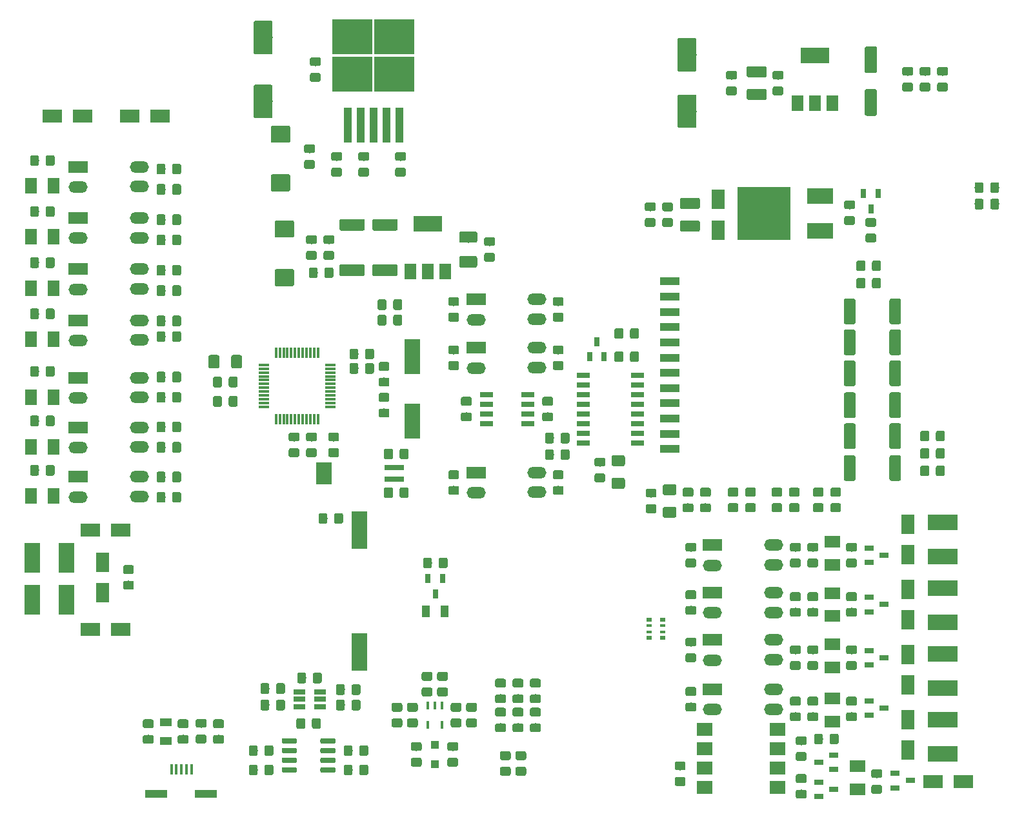
<source format=gtp>
G04 #@! TF.GenerationSoftware,KiCad,Pcbnew,(5.1.2)-2*
G04 #@! TF.CreationDate,2020-01-17T13:49:55+07:00*
G04 #@! TF.ProjectId,ph_door_fume_hood_controller_hw,70685f64-6f6f-4725-9f66-756d655f686f,VinhTho*
G04 #@! TF.SameCoordinates,Original*
G04 #@! TF.FileFunction,Paste,Top*
G04 #@! TF.FilePolarity,Positive*
%FSLAX46Y46*%
G04 Gerber Fmt 4.6, Leading zero omitted, Abs format (unit mm)*
G04 Created by KiCad (PCBNEW (5.1.2)-2) date 2020-01-17 13:49:55*
%MOMM*%
%LPD*%
G04 APERTURE LIST*
%ADD10R,2.540000X1.000000*%
%ADD11R,1.000000X1.000000*%
%ADD12C,0.100000*%
%ADD13C,1.150000*%
%ADD14R,3.000000X1.000000*%
%ADD15R,0.400000X1.350000*%
%ADD16R,2.000000X5.000000*%
%ADD17C,1.425000*%
%ADD18R,1.800000X2.500000*%
%ADD19R,2.500000X1.800000*%
%ADD20R,2.000000X1.500000*%
%ADD21R,1.500000X1.000000*%
%ADD22R,1.000000X1.500000*%
%ADD23R,4.000000X2.000000*%
%ADD24R,2.000000X4.000000*%
%ADD25R,1.724000X0.700000*%
%ADD26R,0.800100X1.254000*%
%ADD27R,7.000000X7.000000*%
%ADD28R,3.500000X2.000000*%
%ADD29R,1.254000X0.800100*%
%ADD30C,1.525000*%
%ADD31R,1.724000X0.654000*%
%ADD32R,0.448400X1.098400*%
%ADD33R,0.300000X1.450000*%
%ADD34R,1.450000X0.300000*%
%ADD35R,1.500000X2.000000*%
%ADD36R,3.800000X2.000000*%
%ADD37R,5.250000X4.550000*%
%ADD38R,1.100000X4.600000*%
%ADD39R,1.560000X0.650000*%
%ADD40C,0.650000*%
%ADD41R,2.000000X4.624000*%
%ADD42R,2.000000X3.000000*%
%ADD43R,2.500000X0.750000*%
%ADD44C,2.500000*%
%ADD45O,2.500000X1.500000*%
%ADD46R,2.500000X1.500000*%
%ADD47C,1.600000*%
%ADD48R,0.800000X0.500000*%
%ADD49R,0.800000X0.400000*%
%ADD50C,1.500000*%
%ADD51C,2.250000*%
%ADD52R,2.000000X1.780000*%
G04 APERTURE END LIST*
D10*
X162324000Y-93008000D03*
X162324000Y-91008000D03*
X162324000Y-89008000D03*
X162324000Y-87008000D03*
X162324000Y-85008000D03*
X162324000Y-83008000D03*
X162324000Y-81008000D03*
X162324000Y-79008000D03*
X162324000Y-77008000D03*
X162324000Y-75008000D03*
X162324000Y-73008000D03*
X162324000Y-71008000D03*
D11*
X131494000Y-134346000D03*
X131494000Y-131846000D03*
D12*
G36*
X153636505Y-94159204D02*
G01*
X153660773Y-94162804D01*
X153684572Y-94168765D01*
X153707671Y-94177030D01*
X153729850Y-94187520D01*
X153750893Y-94200132D01*
X153770599Y-94214747D01*
X153788777Y-94231223D01*
X153805253Y-94249401D01*
X153819868Y-94269107D01*
X153832480Y-94290150D01*
X153842970Y-94312329D01*
X153851235Y-94335428D01*
X153857196Y-94359227D01*
X153860796Y-94383495D01*
X153862000Y-94407999D01*
X153862000Y-95058001D01*
X153860796Y-95082505D01*
X153857196Y-95106773D01*
X153851235Y-95130572D01*
X153842970Y-95153671D01*
X153832480Y-95175850D01*
X153819868Y-95196893D01*
X153805253Y-95216599D01*
X153788777Y-95234777D01*
X153770599Y-95251253D01*
X153750893Y-95265868D01*
X153729850Y-95278480D01*
X153707671Y-95288970D01*
X153684572Y-95297235D01*
X153660773Y-95303196D01*
X153636505Y-95306796D01*
X153612001Y-95308000D01*
X152711999Y-95308000D01*
X152687495Y-95306796D01*
X152663227Y-95303196D01*
X152639428Y-95297235D01*
X152616329Y-95288970D01*
X152594150Y-95278480D01*
X152573107Y-95265868D01*
X152553401Y-95251253D01*
X152535223Y-95234777D01*
X152518747Y-95216599D01*
X152504132Y-95196893D01*
X152491520Y-95175850D01*
X152481030Y-95153671D01*
X152472765Y-95130572D01*
X152466804Y-95106773D01*
X152463204Y-95082505D01*
X152462000Y-95058001D01*
X152462000Y-94407999D01*
X152463204Y-94383495D01*
X152466804Y-94359227D01*
X152472765Y-94335428D01*
X152481030Y-94312329D01*
X152491520Y-94290150D01*
X152504132Y-94269107D01*
X152518747Y-94249401D01*
X152535223Y-94231223D01*
X152553401Y-94214747D01*
X152573107Y-94200132D01*
X152594150Y-94187520D01*
X152616329Y-94177030D01*
X152639428Y-94168765D01*
X152663227Y-94162804D01*
X152687495Y-94159204D01*
X152711999Y-94158000D01*
X153612001Y-94158000D01*
X153636505Y-94159204D01*
X153636505Y-94159204D01*
G37*
D13*
X153162000Y-94733000D03*
D12*
G36*
X153636505Y-96209204D02*
G01*
X153660773Y-96212804D01*
X153684572Y-96218765D01*
X153707671Y-96227030D01*
X153729850Y-96237520D01*
X153750893Y-96250132D01*
X153770599Y-96264747D01*
X153788777Y-96281223D01*
X153805253Y-96299401D01*
X153819868Y-96319107D01*
X153832480Y-96340150D01*
X153842970Y-96362329D01*
X153851235Y-96385428D01*
X153857196Y-96409227D01*
X153860796Y-96433495D01*
X153862000Y-96457999D01*
X153862000Y-97108001D01*
X153860796Y-97132505D01*
X153857196Y-97156773D01*
X153851235Y-97180572D01*
X153842970Y-97203671D01*
X153832480Y-97225850D01*
X153819868Y-97246893D01*
X153805253Y-97266599D01*
X153788777Y-97284777D01*
X153770599Y-97301253D01*
X153750893Y-97315868D01*
X153729850Y-97328480D01*
X153707671Y-97338970D01*
X153684572Y-97347235D01*
X153660773Y-97353196D01*
X153636505Y-97356796D01*
X153612001Y-97358000D01*
X152711999Y-97358000D01*
X152687495Y-97356796D01*
X152663227Y-97353196D01*
X152639428Y-97347235D01*
X152616329Y-97338970D01*
X152594150Y-97328480D01*
X152573107Y-97315868D01*
X152553401Y-97301253D01*
X152535223Y-97284777D01*
X152518747Y-97266599D01*
X152504132Y-97246893D01*
X152491520Y-97225850D01*
X152481030Y-97203671D01*
X152472765Y-97180572D01*
X152466804Y-97156773D01*
X152463204Y-97132505D01*
X152462000Y-97108001D01*
X152462000Y-96457999D01*
X152463204Y-96433495D01*
X152466804Y-96409227D01*
X152472765Y-96385428D01*
X152481030Y-96362329D01*
X152491520Y-96340150D01*
X152504132Y-96319107D01*
X152518747Y-96299401D01*
X152535223Y-96281223D01*
X152553401Y-96264747D01*
X152573107Y-96250132D01*
X152594150Y-96237520D01*
X152616329Y-96227030D01*
X152639428Y-96218765D01*
X152663227Y-96212804D01*
X152687495Y-96209204D01*
X152711999Y-96208000D01*
X153612001Y-96208000D01*
X153636505Y-96209204D01*
X153636505Y-96209204D01*
G37*
D13*
X153162000Y-96783000D03*
D14*
X101488000Y-138253000D03*
X94968800Y-138253000D03*
D15*
X99554660Y-135073060D03*
X98904660Y-135073060D03*
X98254660Y-135073060D03*
X97604660Y-135073060D03*
X96954660Y-135073060D03*
D12*
G36*
X170908505Y-45409204D02*
G01*
X170932773Y-45412804D01*
X170956572Y-45418765D01*
X170979671Y-45427030D01*
X171001850Y-45437520D01*
X171022893Y-45450132D01*
X171042599Y-45464747D01*
X171060777Y-45481223D01*
X171077253Y-45499401D01*
X171091868Y-45519107D01*
X171104480Y-45540150D01*
X171114970Y-45562329D01*
X171123235Y-45585428D01*
X171129196Y-45609227D01*
X171132796Y-45633495D01*
X171134000Y-45657999D01*
X171134000Y-46308001D01*
X171132796Y-46332505D01*
X171129196Y-46356773D01*
X171123235Y-46380572D01*
X171114970Y-46403671D01*
X171104480Y-46425850D01*
X171091868Y-46446893D01*
X171077253Y-46466599D01*
X171060777Y-46484777D01*
X171042599Y-46501253D01*
X171022893Y-46515868D01*
X171001850Y-46528480D01*
X170979671Y-46538970D01*
X170956572Y-46547235D01*
X170932773Y-46553196D01*
X170908505Y-46556796D01*
X170884001Y-46558000D01*
X169983999Y-46558000D01*
X169959495Y-46556796D01*
X169935227Y-46553196D01*
X169911428Y-46547235D01*
X169888329Y-46538970D01*
X169866150Y-46528480D01*
X169845107Y-46515868D01*
X169825401Y-46501253D01*
X169807223Y-46484777D01*
X169790747Y-46466599D01*
X169776132Y-46446893D01*
X169763520Y-46425850D01*
X169753030Y-46403671D01*
X169744765Y-46380572D01*
X169738804Y-46356773D01*
X169735204Y-46332505D01*
X169734000Y-46308001D01*
X169734000Y-45657999D01*
X169735204Y-45633495D01*
X169738804Y-45609227D01*
X169744765Y-45585428D01*
X169753030Y-45562329D01*
X169763520Y-45540150D01*
X169776132Y-45519107D01*
X169790747Y-45499401D01*
X169807223Y-45481223D01*
X169825401Y-45464747D01*
X169845107Y-45450132D01*
X169866150Y-45437520D01*
X169888329Y-45427030D01*
X169911428Y-45418765D01*
X169935227Y-45412804D01*
X169959495Y-45409204D01*
X169983999Y-45408000D01*
X170884001Y-45408000D01*
X170908505Y-45409204D01*
X170908505Y-45409204D01*
G37*
D13*
X170434000Y-45983000D03*
D12*
G36*
X170908505Y-43359204D02*
G01*
X170932773Y-43362804D01*
X170956572Y-43368765D01*
X170979671Y-43377030D01*
X171001850Y-43387520D01*
X171022893Y-43400132D01*
X171042599Y-43414747D01*
X171060777Y-43431223D01*
X171077253Y-43449401D01*
X171091868Y-43469107D01*
X171104480Y-43490150D01*
X171114970Y-43512329D01*
X171123235Y-43535428D01*
X171129196Y-43559227D01*
X171132796Y-43583495D01*
X171134000Y-43607999D01*
X171134000Y-44258001D01*
X171132796Y-44282505D01*
X171129196Y-44306773D01*
X171123235Y-44330572D01*
X171114970Y-44353671D01*
X171104480Y-44375850D01*
X171091868Y-44396893D01*
X171077253Y-44416599D01*
X171060777Y-44434777D01*
X171042599Y-44451253D01*
X171022893Y-44465868D01*
X171001850Y-44478480D01*
X170979671Y-44488970D01*
X170956572Y-44497235D01*
X170932773Y-44503196D01*
X170908505Y-44506796D01*
X170884001Y-44508000D01*
X169983999Y-44508000D01*
X169959495Y-44506796D01*
X169935227Y-44503196D01*
X169911428Y-44497235D01*
X169888329Y-44488970D01*
X169866150Y-44478480D01*
X169845107Y-44465868D01*
X169825401Y-44451253D01*
X169807223Y-44434777D01*
X169790747Y-44416599D01*
X169776132Y-44396893D01*
X169763520Y-44375850D01*
X169753030Y-44353671D01*
X169744765Y-44330572D01*
X169738804Y-44306773D01*
X169735204Y-44282505D01*
X169734000Y-44258001D01*
X169734000Y-43607999D01*
X169735204Y-43583495D01*
X169738804Y-43559227D01*
X169744765Y-43535428D01*
X169753030Y-43512329D01*
X169763520Y-43490150D01*
X169776132Y-43469107D01*
X169790747Y-43449401D01*
X169807223Y-43431223D01*
X169825401Y-43414747D01*
X169845107Y-43400132D01*
X169866150Y-43387520D01*
X169888329Y-43377030D01*
X169911428Y-43368765D01*
X169935227Y-43362804D01*
X169959495Y-43359204D01*
X169983999Y-43358000D01*
X170884001Y-43358000D01*
X170908505Y-43359204D01*
X170908505Y-43359204D01*
G37*
D13*
X170434000Y-43933000D03*
D16*
X121596000Y-119632000D03*
X121596000Y-103632000D03*
D12*
G36*
X156224504Y-96788204D02*
G01*
X156248773Y-96791804D01*
X156272571Y-96797765D01*
X156295671Y-96806030D01*
X156317849Y-96816520D01*
X156338893Y-96829133D01*
X156358598Y-96843747D01*
X156376777Y-96860223D01*
X156393253Y-96878402D01*
X156407867Y-96898107D01*
X156420480Y-96919151D01*
X156430970Y-96941329D01*
X156439235Y-96964429D01*
X156445196Y-96988227D01*
X156448796Y-97012496D01*
X156450000Y-97037000D01*
X156450000Y-97962000D01*
X156448796Y-97986504D01*
X156445196Y-98010773D01*
X156439235Y-98034571D01*
X156430970Y-98057671D01*
X156420480Y-98079849D01*
X156407867Y-98100893D01*
X156393253Y-98120598D01*
X156376777Y-98138777D01*
X156358598Y-98155253D01*
X156338893Y-98169867D01*
X156317849Y-98182480D01*
X156295671Y-98192970D01*
X156272571Y-98201235D01*
X156248773Y-98207196D01*
X156224504Y-98210796D01*
X156200000Y-98212000D01*
X154950000Y-98212000D01*
X154925496Y-98210796D01*
X154901227Y-98207196D01*
X154877429Y-98201235D01*
X154854329Y-98192970D01*
X154832151Y-98182480D01*
X154811107Y-98169867D01*
X154791402Y-98155253D01*
X154773223Y-98138777D01*
X154756747Y-98120598D01*
X154742133Y-98100893D01*
X154729520Y-98079849D01*
X154719030Y-98057671D01*
X154710765Y-98034571D01*
X154704804Y-98010773D01*
X154701204Y-97986504D01*
X154700000Y-97962000D01*
X154700000Y-97037000D01*
X154701204Y-97012496D01*
X154704804Y-96988227D01*
X154710765Y-96964429D01*
X154719030Y-96941329D01*
X154729520Y-96919151D01*
X154742133Y-96898107D01*
X154756747Y-96878402D01*
X154773223Y-96860223D01*
X154791402Y-96843747D01*
X154811107Y-96829133D01*
X154832151Y-96816520D01*
X154854329Y-96806030D01*
X154877429Y-96797765D01*
X154901227Y-96791804D01*
X154925496Y-96788204D01*
X154950000Y-96787000D01*
X156200000Y-96787000D01*
X156224504Y-96788204D01*
X156224504Y-96788204D01*
G37*
D17*
X155575000Y-97499500D03*
D12*
G36*
X156224504Y-93813204D02*
G01*
X156248773Y-93816804D01*
X156272571Y-93822765D01*
X156295671Y-93831030D01*
X156317849Y-93841520D01*
X156338893Y-93854133D01*
X156358598Y-93868747D01*
X156376777Y-93885223D01*
X156393253Y-93903402D01*
X156407867Y-93923107D01*
X156420480Y-93944151D01*
X156430970Y-93966329D01*
X156439235Y-93989429D01*
X156445196Y-94013227D01*
X156448796Y-94037496D01*
X156450000Y-94062000D01*
X156450000Y-94987000D01*
X156448796Y-95011504D01*
X156445196Y-95035773D01*
X156439235Y-95059571D01*
X156430970Y-95082671D01*
X156420480Y-95104849D01*
X156407867Y-95125893D01*
X156393253Y-95145598D01*
X156376777Y-95163777D01*
X156358598Y-95180253D01*
X156338893Y-95194867D01*
X156317849Y-95207480D01*
X156295671Y-95217970D01*
X156272571Y-95226235D01*
X156248773Y-95232196D01*
X156224504Y-95235796D01*
X156200000Y-95237000D01*
X154950000Y-95237000D01*
X154925496Y-95235796D01*
X154901227Y-95232196D01*
X154877429Y-95226235D01*
X154854329Y-95217970D01*
X154832151Y-95207480D01*
X154811107Y-95194867D01*
X154791402Y-95180253D01*
X154773223Y-95163777D01*
X154756747Y-95145598D01*
X154742133Y-95125893D01*
X154729520Y-95104849D01*
X154719030Y-95082671D01*
X154710765Y-95059571D01*
X154704804Y-95035773D01*
X154701204Y-95011504D01*
X154700000Y-94987000D01*
X154700000Y-94062000D01*
X154701204Y-94037496D01*
X154704804Y-94013227D01*
X154710765Y-93989429D01*
X154719030Y-93966329D01*
X154729520Y-93944151D01*
X154742133Y-93923107D01*
X154756747Y-93903402D01*
X154773223Y-93885223D01*
X154791402Y-93868747D01*
X154811107Y-93854133D01*
X154832151Y-93841520D01*
X154854329Y-93831030D01*
X154877429Y-93822765D01*
X154901227Y-93816804D01*
X154925496Y-93813204D01*
X154950000Y-93812000D01*
X156200000Y-93812000D01*
X156224504Y-93813204D01*
X156224504Y-93813204D01*
G37*
D17*
X155575000Y-94524500D03*
D12*
G36*
X162955504Y-97623204D02*
G01*
X162979773Y-97626804D01*
X163003571Y-97632765D01*
X163026671Y-97641030D01*
X163048849Y-97651520D01*
X163069893Y-97664133D01*
X163089598Y-97678747D01*
X163107777Y-97695223D01*
X163124253Y-97713402D01*
X163138867Y-97733107D01*
X163151480Y-97754151D01*
X163161970Y-97776329D01*
X163170235Y-97799429D01*
X163176196Y-97823227D01*
X163179796Y-97847496D01*
X163181000Y-97872000D01*
X163181000Y-98797000D01*
X163179796Y-98821504D01*
X163176196Y-98845773D01*
X163170235Y-98869571D01*
X163161970Y-98892671D01*
X163151480Y-98914849D01*
X163138867Y-98935893D01*
X163124253Y-98955598D01*
X163107777Y-98973777D01*
X163089598Y-98990253D01*
X163069893Y-99004867D01*
X163048849Y-99017480D01*
X163026671Y-99027970D01*
X163003571Y-99036235D01*
X162979773Y-99042196D01*
X162955504Y-99045796D01*
X162931000Y-99047000D01*
X161681000Y-99047000D01*
X161656496Y-99045796D01*
X161632227Y-99042196D01*
X161608429Y-99036235D01*
X161585329Y-99027970D01*
X161563151Y-99017480D01*
X161542107Y-99004867D01*
X161522402Y-98990253D01*
X161504223Y-98973777D01*
X161487747Y-98955598D01*
X161473133Y-98935893D01*
X161460520Y-98914849D01*
X161450030Y-98892671D01*
X161441765Y-98869571D01*
X161435804Y-98845773D01*
X161432204Y-98821504D01*
X161431000Y-98797000D01*
X161431000Y-97872000D01*
X161432204Y-97847496D01*
X161435804Y-97823227D01*
X161441765Y-97799429D01*
X161450030Y-97776329D01*
X161460520Y-97754151D01*
X161473133Y-97733107D01*
X161487747Y-97713402D01*
X161504223Y-97695223D01*
X161522402Y-97678747D01*
X161542107Y-97664133D01*
X161563151Y-97651520D01*
X161585329Y-97641030D01*
X161608429Y-97632765D01*
X161632227Y-97626804D01*
X161656496Y-97623204D01*
X161681000Y-97622000D01*
X162931000Y-97622000D01*
X162955504Y-97623204D01*
X162955504Y-97623204D01*
G37*
D17*
X162306000Y-98334500D03*
D12*
G36*
X162955504Y-100598204D02*
G01*
X162979773Y-100601804D01*
X163003571Y-100607765D01*
X163026671Y-100616030D01*
X163048849Y-100626520D01*
X163069893Y-100639133D01*
X163089598Y-100653747D01*
X163107777Y-100670223D01*
X163124253Y-100688402D01*
X163138867Y-100708107D01*
X163151480Y-100729151D01*
X163161970Y-100751329D01*
X163170235Y-100774429D01*
X163176196Y-100798227D01*
X163179796Y-100822496D01*
X163181000Y-100847000D01*
X163181000Y-101772000D01*
X163179796Y-101796504D01*
X163176196Y-101820773D01*
X163170235Y-101844571D01*
X163161970Y-101867671D01*
X163151480Y-101889849D01*
X163138867Y-101910893D01*
X163124253Y-101930598D01*
X163107777Y-101948777D01*
X163089598Y-101965253D01*
X163069893Y-101979867D01*
X163048849Y-101992480D01*
X163026671Y-102002970D01*
X163003571Y-102011235D01*
X162979773Y-102017196D01*
X162955504Y-102020796D01*
X162931000Y-102022000D01*
X161681000Y-102022000D01*
X161656496Y-102020796D01*
X161632227Y-102017196D01*
X161608429Y-102011235D01*
X161585329Y-102002970D01*
X161563151Y-101992480D01*
X161542107Y-101979867D01*
X161522402Y-101965253D01*
X161504223Y-101948777D01*
X161487747Y-101930598D01*
X161473133Y-101910893D01*
X161460520Y-101889849D01*
X161450030Y-101867671D01*
X161441765Y-101844571D01*
X161435804Y-101820773D01*
X161432204Y-101796504D01*
X161431000Y-101772000D01*
X161431000Y-100847000D01*
X161432204Y-100822496D01*
X161435804Y-100798227D01*
X161441765Y-100774429D01*
X161450030Y-100751329D01*
X161460520Y-100729151D01*
X161473133Y-100708107D01*
X161487747Y-100688402D01*
X161504223Y-100670223D01*
X161522402Y-100653747D01*
X161542107Y-100639133D01*
X161563151Y-100626520D01*
X161585329Y-100616030D01*
X161608429Y-100607765D01*
X161632227Y-100601804D01*
X161656496Y-100598204D01*
X161681000Y-100597000D01*
X162931000Y-100597000D01*
X162955504Y-100598204D01*
X162955504Y-100598204D01*
G37*
D17*
X162306000Y-101309500D03*
D12*
G36*
X160367505Y-98223204D02*
G01*
X160391773Y-98226804D01*
X160415572Y-98232765D01*
X160438671Y-98241030D01*
X160460850Y-98251520D01*
X160481893Y-98264132D01*
X160501599Y-98278747D01*
X160519777Y-98295223D01*
X160536253Y-98313401D01*
X160550868Y-98333107D01*
X160563480Y-98354150D01*
X160573970Y-98376329D01*
X160582235Y-98399428D01*
X160588196Y-98423227D01*
X160591796Y-98447495D01*
X160593000Y-98471999D01*
X160593000Y-99122001D01*
X160591796Y-99146505D01*
X160588196Y-99170773D01*
X160582235Y-99194572D01*
X160573970Y-99217671D01*
X160563480Y-99239850D01*
X160550868Y-99260893D01*
X160536253Y-99280599D01*
X160519777Y-99298777D01*
X160501599Y-99315253D01*
X160481893Y-99329868D01*
X160460850Y-99342480D01*
X160438671Y-99352970D01*
X160415572Y-99361235D01*
X160391773Y-99367196D01*
X160367505Y-99370796D01*
X160343001Y-99372000D01*
X159442999Y-99372000D01*
X159418495Y-99370796D01*
X159394227Y-99367196D01*
X159370428Y-99361235D01*
X159347329Y-99352970D01*
X159325150Y-99342480D01*
X159304107Y-99329868D01*
X159284401Y-99315253D01*
X159266223Y-99298777D01*
X159249747Y-99280599D01*
X159235132Y-99260893D01*
X159222520Y-99239850D01*
X159212030Y-99217671D01*
X159203765Y-99194572D01*
X159197804Y-99170773D01*
X159194204Y-99146505D01*
X159193000Y-99122001D01*
X159193000Y-98471999D01*
X159194204Y-98447495D01*
X159197804Y-98423227D01*
X159203765Y-98399428D01*
X159212030Y-98376329D01*
X159222520Y-98354150D01*
X159235132Y-98333107D01*
X159249747Y-98313401D01*
X159266223Y-98295223D01*
X159284401Y-98278747D01*
X159304107Y-98264132D01*
X159325150Y-98251520D01*
X159347329Y-98241030D01*
X159370428Y-98232765D01*
X159394227Y-98226804D01*
X159418495Y-98223204D01*
X159442999Y-98222000D01*
X160343001Y-98222000D01*
X160367505Y-98223204D01*
X160367505Y-98223204D01*
G37*
D13*
X159893000Y-98797000D03*
D12*
G36*
X160367505Y-100273204D02*
G01*
X160391773Y-100276804D01*
X160415572Y-100282765D01*
X160438671Y-100291030D01*
X160460850Y-100301520D01*
X160481893Y-100314132D01*
X160501599Y-100328747D01*
X160519777Y-100345223D01*
X160536253Y-100363401D01*
X160550868Y-100383107D01*
X160563480Y-100404150D01*
X160573970Y-100426329D01*
X160582235Y-100449428D01*
X160588196Y-100473227D01*
X160591796Y-100497495D01*
X160593000Y-100521999D01*
X160593000Y-101172001D01*
X160591796Y-101196505D01*
X160588196Y-101220773D01*
X160582235Y-101244572D01*
X160573970Y-101267671D01*
X160563480Y-101289850D01*
X160550868Y-101310893D01*
X160536253Y-101330599D01*
X160519777Y-101348777D01*
X160501599Y-101365253D01*
X160481893Y-101379868D01*
X160460850Y-101392480D01*
X160438671Y-101402970D01*
X160415572Y-101411235D01*
X160391773Y-101417196D01*
X160367505Y-101420796D01*
X160343001Y-101422000D01*
X159442999Y-101422000D01*
X159418495Y-101420796D01*
X159394227Y-101417196D01*
X159370428Y-101411235D01*
X159347329Y-101402970D01*
X159325150Y-101392480D01*
X159304107Y-101379868D01*
X159284401Y-101365253D01*
X159266223Y-101348777D01*
X159249747Y-101330599D01*
X159235132Y-101310893D01*
X159222520Y-101289850D01*
X159212030Y-101267671D01*
X159203765Y-101244572D01*
X159197804Y-101220773D01*
X159194204Y-101196505D01*
X159193000Y-101172001D01*
X159193000Y-100521999D01*
X159194204Y-100497495D01*
X159197804Y-100473227D01*
X159203765Y-100449428D01*
X159212030Y-100426329D01*
X159222520Y-100404150D01*
X159235132Y-100383107D01*
X159249747Y-100363401D01*
X159266223Y-100345223D01*
X159284401Y-100328747D01*
X159304107Y-100314132D01*
X159325150Y-100301520D01*
X159347329Y-100291030D01*
X159370428Y-100282765D01*
X159394227Y-100276804D01*
X159418495Y-100273204D01*
X159442999Y-100272000D01*
X160343001Y-100272000D01*
X160367505Y-100273204D01*
X160367505Y-100273204D01*
G37*
D13*
X159893000Y-100847000D03*
D12*
G36*
X166072504Y-60039204D02*
G01*
X166096773Y-60042804D01*
X166120571Y-60048765D01*
X166143671Y-60057030D01*
X166165849Y-60067520D01*
X166186893Y-60080133D01*
X166206598Y-60094747D01*
X166224777Y-60111223D01*
X166241253Y-60129402D01*
X166255867Y-60149107D01*
X166268480Y-60170151D01*
X166278970Y-60192329D01*
X166287235Y-60215429D01*
X166293196Y-60239227D01*
X166296796Y-60263496D01*
X166298000Y-60288000D01*
X166298000Y-61213000D01*
X166296796Y-61237504D01*
X166293196Y-61261773D01*
X166287235Y-61285571D01*
X166278970Y-61308671D01*
X166268480Y-61330849D01*
X166255867Y-61351893D01*
X166241253Y-61371598D01*
X166224777Y-61389777D01*
X166206598Y-61406253D01*
X166186893Y-61420867D01*
X166165849Y-61433480D01*
X166143671Y-61443970D01*
X166120571Y-61452235D01*
X166096773Y-61458196D01*
X166072504Y-61461796D01*
X166048000Y-61463000D01*
X163898000Y-61463000D01*
X163873496Y-61461796D01*
X163849227Y-61458196D01*
X163825429Y-61452235D01*
X163802329Y-61443970D01*
X163780151Y-61433480D01*
X163759107Y-61420867D01*
X163739402Y-61406253D01*
X163721223Y-61389777D01*
X163704747Y-61371598D01*
X163690133Y-61351893D01*
X163677520Y-61330849D01*
X163667030Y-61308671D01*
X163658765Y-61285571D01*
X163652804Y-61261773D01*
X163649204Y-61237504D01*
X163648000Y-61213000D01*
X163648000Y-60288000D01*
X163649204Y-60263496D01*
X163652804Y-60239227D01*
X163658765Y-60215429D01*
X163667030Y-60192329D01*
X163677520Y-60170151D01*
X163690133Y-60149107D01*
X163704747Y-60129402D01*
X163721223Y-60111223D01*
X163739402Y-60094747D01*
X163759107Y-60080133D01*
X163780151Y-60067520D01*
X163802329Y-60057030D01*
X163825429Y-60048765D01*
X163849227Y-60042804D01*
X163873496Y-60039204D01*
X163898000Y-60038000D01*
X166048000Y-60038000D01*
X166072504Y-60039204D01*
X166072504Y-60039204D01*
G37*
D17*
X164973000Y-60750500D03*
D12*
G36*
X166072504Y-63014204D02*
G01*
X166096773Y-63017804D01*
X166120571Y-63023765D01*
X166143671Y-63032030D01*
X166165849Y-63042520D01*
X166186893Y-63055133D01*
X166206598Y-63069747D01*
X166224777Y-63086223D01*
X166241253Y-63104402D01*
X166255867Y-63124107D01*
X166268480Y-63145151D01*
X166278970Y-63167329D01*
X166287235Y-63190429D01*
X166293196Y-63214227D01*
X166296796Y-63238496D01*
X166298000Y-63263000D01*
X166298000Y-64188000D01*
X166296796Y-64212504D01*
X166293196Y-64236773D01*
X166287235Y-64260571D01*
X166278970Y-64283671D01*
X166268480Y-64305849D01*
X166255867Y-64326893D01*
X166241253Y-64346598D01*
X166224777Y-64364777D01*
X166206598Y-64381253D01*
X166186893Y-64395867D01*
X166165849Y-64408480D01*
X166143671Y-64418970D01*
X166120571Y-64427235D01*
X166096773Y-64433196D01*
X166072504Y-64436796D01*
X166048000Y-64438000D01*
X163898000Y-64438000D01*
X163873496Y-64436796D01*
X163849227Y-64433196D01*
X163825429Y-64427235D01*
X163802329Y-64418970D01*
X163780151Y-64408480D01*
X163759107Y-64395867D01*
X163739402Y-64381253D01*
X163721223Y-64364777D01*
X163704747Y-64346598D01*
X163690133Y-64326893D01*
X163677520Y-64305849D01*
X163667030Y-64283671D01*
X163658765Y-64260571D01*
X163652804Y-64236773D01*
X163649204Y-64212504D01*
X163648000Y-64188000D01*
X163648000Y-63263000D01*
X163649204Y-63238496D01*
X163652804Y-63214227D01*
X163658765Y-63190429D01*
X163667030Y-63167329D01*
X163677520Y-63145151D01*
X163690133Y-63124107D01*
X163704747Y-63104402D01*
X163721223Y-63086223D01*
X163739402Y-63069747D01*
X163759107Y-63055133D01*
X163780151Y-63042520D01*
X163802329Y-63032030D01*
X163825429Y-63023765D01*
X163849227Y-63017804D01*
X163873496Y-63014204D01*
X163898000Y-63013000D01*
X166048000Y-63013000D01*
X166072504Y-63014204D01*
X166072504Y-63014204D01*
G37*
D17*
X164973000Y-63725500D03*
D12*
G36*
X129047505Y-128386204D02*
G01*
X129071773Y-128389804D01*
X129095572Y-128395765D01*
X129118671Y-128404030D01*
X129140850Y-128414520D01*
X129161893Y-128427132D01*
X129181599Y-128441747D01*
X129199777Y-128458223D01*
X129216253Y-128476401D01*
X129230868Y-128496107D01*
X129243480Y-128517150D01*
X129253970Y-128539329D01*
X129262235Y-128562428D01*
X129268196Y-128586227D01*
X129271796Y-128610495D01*
X129273000Y-128634999D01*
X129273000Y-129285001D01*
X129271796Y-129309505D01*
X129268196Y-129333773D01*
X129262235Y-129357572D01*
X129253970Y-129380671D01*
X129243480Y-129402850D01*
X129230868Y-129423893D01*
X129216253Y-129443599D01*
X129199777Y-129461777D01*
X129181599Y-129478253D01*
X129161893Y-129492868D01*
X129140850Y-129505480D01*
X129118671Y-129515970D01*
X129095572Y-129524235D01*
X129071773Y-129530196D01*
X129047505Y-129533796D01*
X129023001Y-129535000D01*
X128122999Y-129535000D01*
X128098495Y-129533796D01*
X128074227Y-129530196D01*
X128050428Y-129524235D01*
X128027329Y-129515970D01*
X128005150Y-129505480D01*
X127984107Y-129492868D01*
X127964401Y-129478253D01*
X127946223Y-129461777D01*
X127929747Y-129443599D01*
X127915132Y-129423893D01*
X127902520Y-129402850D01*
X127892030Y-129380671D01*
X127883765Y-129357572D01*
X127877804Y-129333773D01*
X127874204Y-129309505D01*
X127873000Y-129285001D01*
X127873000Y-128634999D01*
X127874204Y-128610495D01*
X127877804Y-128586227D01*
X127883765Y-128562428D01*
X127892030Y-128539329D01*
X127902520Y-128517150D01*
X127915132Y-128496107D01*
X127929747Y-128476401D01*
X127946223Y-128458223D01*
X127964401Y-128441747D01*
X127984107Y-128427132D01*
X128005150Y-128414520D01*
X128027329Y-128404030D01*
X128050428Y-128395765D01*
X128074227Y-128389804D01*
X128098495Y-128386204D01*
X128122999Y-128385000D01*
X129023001Y-128385000D01*
X129047505Y-128386204D01*
X129047505Y-128386204D01*
G37*
D13*
X128573000Y-128960000D03*
D12*
G36*
X129047505Y-126336204D02*
G01*
X129071773Y-126339804D01*
X129095572Y-126345765D01*
X129118671Y-126354030D01*
X129140850Y-126364520D01*
X129161893Y-126377132D01*
X129181599Y-126391747D01*
X129199777Y-126408223D01*
X129216253Y-126426401D01*
X129230868Y-126446107D01*
X129243480Y-126467150D01*
X129253970Y-126489329D01*
X129262235Y-126512428D01*
X129268196Y-126536227D01*
X129271796Y-126560495D01*
X129273000Y-126584999D01*
X129273000Y-127235001D01*
X129271796Y-127259505D01*
X129268196Y-127283773D01*
X129262235Y-127307572D01*
X129253970Y-127330671D01*
X129243480Y-127352850D01*
X129230868Y-127373893D01*
X129216253Y-127393599D01*
X129199777Y-127411777D01*
X129181599Y-127428253D01*
X129161893Y-127442868D01*
X129140850Y-127455480D01*
X129118671Y-127465970D01*
X129095572Y-127474235D01*
X129071773Y-127480196D01*
X129047505Y-127483796D01*
X129023001Y-127485000D01*
X128122999Y-127485000D01*
X128098495Y-127483796D01*
X128074227Y-127480196D01*
X128050428Y-127474235D01*
X128027329Y-127465970D01*
X128005150Y-127455480D01*
X127984107Y-127442868D01*
X127964401Y-127428253D01*
X127946223Y-127411777D01*
X127929747Y-127393599D01*
X127915132Y-127373893D01*
X127902520Y-127352850D01*
X127892030Y-127330671D01*
X127883765Y-127307572D01*
X127877804Y-127283773D01*
X127874204Y-127259505D01*
X127873000Y-127235001D01*
X127873000Y-126584999D01*
X127874204Y-126560495D01*
X127877804Y-126536227D01*
X127883765Y-126512428D01*
X127892030Y-126489329D01*
X127902520Y-126467150D01*
X127915132Y-126446107D01*
X127929747Y-126426401D01*
X127946223Y-126408223D01*
X127964401Y-126391747D01*
X127984107Y-126377132D01*
X128005150Y-126364520D01*
X128027329Y-126354030D01*
X128050428Y-126345765D01*
X128074227Y-126339804D01*
X128098495Y-126336204D01*
X128122999Y-126335000D01*
X129023001Y-126335000D01*
X129047505Y-126336204D01*
X129047505Y-126336204D01*
G37*
D13*
X128573000Y-126910000D03*
D12*
G36*
X160240505Y-62681204D02*
G01*
X160264773Y-62684804D01*
X160288572Y-62690765D01*
X160311671Y-62699030D01*
X160333850Y-62709520D01*
X160354893Y-62722132D01*
X160374599Y-62736747D01*
X160392777Y-62753223D01*
X160409253Y-62771401D01*
X160423868Y-62791107D01*
X160436480Y-62812150D01*
X160446970Y-62834329D01*
X160455235Y-62857428D01*
X160461196Y-62881227D01*
X160464796Y-62905495D01*
X160466000Y-62929999D01*
X160466000Y-63580001D01*
X160464796Y-63604505D01*
X160461196Y-63628773D01*
X160455235Y-63652572D01*
X160446970Y-63675671D01*
X160436480Y-63697850D01*
X160423868Y-63718893D01*
X160409253Y-63738599D01*
X160392777Y-63756777D01*
X160374599Y-63773253D01*
X160354893Y-63787868D01*
X160333850Y-63800480D01*
X160311671Y-63810970D01*
X160288572Y-63819235D01*
X160264773Y-63825196D01*
X160240505Y-63828796D01*
X160216001Y-63830000D01*
X159315999Y-63830000D01*
X159291495Y-63828796D01*
X159267227Y-63825196D01*
X159243428Y-63819235D01*
X159220329Y-63810970D01*
X159198150Y-63800480D01*
X159177107Y-63787868D01*
X159157401Y-63773253D01*
X159139223Y-63756777D01*
X159122747Y-63738599D01*
X159108132Y-63718893D01*
X159095520Y-63697850D01*
X159085030Y-63675671D01*
X159076765Y-63652572D01*
X159070804Y-63628773D01*
X159067204Y-63604505D01*
X159066000Y-63580001D01*
X159066000Y-62929999D01*
X159067204Y-62905495D01*
X159070804Y-62881227D01*
X159076765Y-62857428D01*
X159085030Y-62834329D01*
X159095520Y-62812150D01*
X159108132Y-62791107D01*
X159122747Y-62771401D01*
X159139223Y-62753223D01*
X159157401Y-62736747D01*
X159177107Y-62722132D01*
X159198150Y-62709520D01*
X159220329Y-62699030D01*
X159243428Y-62690765D01*
X159267227Y-62684804D01*
X159291495Y-62681204D01*
X159315999Y-62680000D01*
X160216001Y-62680000D01*
X160240505Y-62681204D01*
X160240505Y-62681204D01*
G37*
D13*
X159766000Y-63255000D03*
D12*
G36*
X160240505Y-60631204D02*
G01*
X160264773Y-60634804D01*
X160288572Y-60640765D01*
X160311671Y-60649030D01*
X160333850Y-60659520D01*
X160354893Y-60672132D01*
X160374599Y-60686747D01*
X160392777Y-60703223D01*
X160409253Y-60721401D01*
X160423868Y-60741107D01*
X160436480Y-60762150D01*
X160446970Y-60784329D01*
X160455235Y-60807428D01*
X160461196Y-60831227D01*
X160464796Y-60855495D01*
X160466000Y-60879999D01*
X160466000Y-61530001D01*
X160464796Y-61554505D01*
X160461196Y-61578773D01*
X160455235Y-61602572D01*
X160446970Y-61625671D01*
X160436480Y-61647850D01*
X160423868Y-61668893D01*
X160409253Y-61688599D01*
X160392777Y-61706777D01*
X160374599Y-61723253D01*
X160354893Y-61737868D01*
X160333850Y-61750480D01*
X160311671Y-61760970D01*
X160288572Y-61769235D01*
X160264773Y-61775196D01*
X160240505Y-61778796D01*
X160216001Y-61780000D01*
X159315999Y-61780000D01*
X159291495Y-61778796D01*
X159267227Y-61775196D01*
X159243428Y-61769235D01*
X159220329Y-61760970D01*
X159198150Y-61750480D01*
X159177107Y-61737868D01*
X159157401Y-61723253D01*
X159139223Y-61706777D01*
X159122747Y-61688599D01*
X159108132Y-61668893D01*
X159095520Y-61647850D01*
X159085030Y-61625671D01*
X159076765Y-61602572D01*
X159070804Y-61578773D01*
X159067204Y-61554505D01*
X159066000Y-61530001D01*
X159066000Y-60879999D01*
X159067204Y-60855495D01*
X159070804Y-60831227D01*
X159076765Y-60807428D01*
X159085030Y-60784329D01*
X159095520Y-60762150D01*
X159108132Y-60741107D01*
X159122747Y-60721401D01*
X159139223Y-60703223D01*
X159157401Y-60686747D01*
X159177107Y-60672132D01*
X159198150Y-60659520D01*
X159220329Y-60649030D01*
X159243428Y-60640765D01*
X159267227Y-60634804D01*
X159291495Y-60631204D01*
X159315999Y-60630000D01*
X160216001Y-60630000D01*
X160240505Y-60631204D01*
X160240505Y-60631204D01*
G37*
D13*
X159766000Y-61205000D03*
D12*
G36*
X162526505Y-62689204D02*
G01*
X162550773Y-62692804D01*
X162574572Y-62698765D01*
X162597671Y-62707030D01*
X162619850Y-62717520D01*
X162640893Y-62730132D01*
X162660599Y-62744747D01*
X162678777Y-62761223D01*
X162695253Y-62779401D01*
X162709868Y-62799107D01*
X162722480Y-62820150D01*
X162732970Y-62842329D01*
X162741235Y-62865428D01*
X162747196Y-62889227D01*
X162750796Y-62913495D01*
X162752000Y-62937999D01*
X162752000Y-63588001D01*
X162750796Y-63612505D01*
X162747196Y-63636773D01*
X162741235Y-63660572D01*
X162732970Y-63683671D01*
X162722480Y-63705850D01*
X162709868Y-63726893D01*
X162695253Y-63746599D01*
X162678777Y-63764777D01*
X162660599Y-63781253D01*
X162640893Y-63795868D01*
X162619850Y-63808480D01*
X162597671Y-63818970D01*
X162574572Y-63827235D01*
X162550773Y-63833196D01*
X162526505Y-63836796D01*
X162502001Y-63838000D01*
X161601999Y-63838000D01*
X161577495Y-63836796D01*
X161553227Y-63833196D01*
X161529428Y-63827235D01*
X161506329Y-63818970D01*
X161484150Y-63808480D01*
X161463107Y-63795868D01*
X161443401Y-63781253D01*
X161425223Y-63764777D01*
X161408747Y-63746599D01*
X161394132Y-63726893D01*
X161381520Y-63705850D01*
X161371030Y-63683671D01*
X161362765Y-63660572D01*
X161356804Y-63636773D01*
X161353204Y-63612505D01*
X161352000Y-63588001D01*
X161352000Y-62937999D01*
X161353204Y-62913495D01*
X161356804Y-62889227D01*
X161362765Y-62865428D01*
X161371030Y-62842329D01*
X161381520Y-62820150D01*
X161394132Y-62799107D01*
X161408747Y-62779401D01*
X161425223Y-62761223D01*
X161443401Y-62744747D01*
X161463107Y-62730132D01*
X161484150Y-62717520D01*
X161506329Y-62707030D01*
X161529428Y-62698765D01*
X161553227Y-62692804D01*
X161577495Y-62689204D01*
X161601999Y-62688000D01*
X162502001Y-62688000D01*
X162526505Y-62689204D01*
X162526505Y-62689204D01*
G37*
D13*
X162052000Y-63263000D03*
D12*
G36*
X162526505Y-60639204D02*
G01*
X162550773Y-60642804D01*
X162574572Y-60648765D01*
X162597671Y-60657030D01*
X162619850Y-60667520D01*
X162640893Y-60680132D01*
X162660599Y-60694747D01*
X162678777Y-60711223D01*
X162695253Y-60729401D01*
X162709868Y-60749107D01*
X162722480Y-60770150D01*
X162732970Y-60792329D01*
X162741235Y-60815428D01*
X162747196Y-60839227D01*
X162750796Y-60863495D01*
X162752000Y-60887999D01*
X162752000Y-61538001D01*
X162750796Y-61562505D01*
X162747196Y-61586773D01*
X162741235Y-61610572D01*
X162732970Y-61633671D01*
X162722480Y-61655850D01*
X162709868Y-61676893D01*
X162695253Y-61696599D01*
X162678777Y-61714777D01*
X162660599Y-61731253D01*
X162640893Y-61745868D01*
X162619850Y-61758480D01*
X162597671Y-61768970D01*
X162574572Y-61777235D01*
X162550773Y-61783196D01*
X162526505Y-61786796D01*
X162502001Y-61788000D01*
X161601999Y-61788000D01*
X161577495Y-61786796D01*
X161553227Y-61783196D01*
X161529428Y-61777235D01*
X161506329Y-61768970D01*
X161484150Y-61758480D01*
X161463107Y-61745868D01*
X161443401Y-61731253D01*
X161425223Y-61714777D01*
X161408747Y-61696599D01*
X161394132Y-61676893D01*
X161381520Y-61655850D01*
X161371030Y-61633671D01*
X161362765Y-61610572D01*
X161356804Y-61586773D01*
X161353204Y-61562505D01*
X161352000Y-61538001D01*
X161352000Y-60887999D01*
X161353204Y-60863495D01*
X161356804Y-60839227D01*
X161362765Y-60815428D01*
X161371030Y-60792329D01*
X161381520Y-60770150D01*
X161394132Y-60749107D01*
X161408747Y-60729401D01*
X161425223Y-60711223D01*
X161443401Y-60694747D01*
X161463107Y-60680132D01*
X161484150Y-60667520D01*
X161506329Y-60657030D01*
X161529428Y-60648765D01*
X161553227Y-60642804D01*
X161577495Y-60639204D01*
X161601999Y-60638000D01*
X162502001Y-60638000D01*
X162526505Y-60639204D01*
X162526505Y-60639204D01*
G37*
D13*
X162052000Y-61213000D03*
D12*
G36*
X130952505Y-124322204D02*
G01*
X130976773Y-124325804D01*
X131000572Y-124331765D01*
X131023671Y-124340030D01*
X131045850Y-124350520D01*
X131066893Y-124363132D01*
X131086599Y-124377747D01*
X131104777Y-124394223D01*
X131121253Y-124412401D01*
X131135868Y-124432107D01*
X131148480Y-124453150D01*
X131158970Y-124475329D01*
X131167235Y-124498428D01*
X131173196Y-124522227D01*
X131176796Y-124546495D01*
X131178000Y-124570999D01*
X131178000Y-125221001D01*
X131176796Y-125245505D01*
X131173196Y-125269773D01*
X131167235Y-125293572D01*
X131158970Y-125316671D01*
X131148480Y-125338850D01*
X131135868Y-125359893D01*
X131121253Y-125379599D01*
X131104777Y-125397777D01*
X131086599Y-125414253D01*
X131066893Y-125428868D01*
X131045850Y-125441480D01*
X131023671Y-125451970D01*
X131000572Y-125460235D01*
X130976773Y-125466196D01*
X130952505Y-125469796D01*
X130928001Y-125471000D01*
X130027999Y-125471000D01*
X130003495Y-125469796D01*
X129979227Y-125466196D01*
X129955428Y-125460235D01*
X129932329Y-125451970D01*
X129910150Y-125441480D01*
X129889107Y-125428868D01*
X129869401Y-125414253D01*
X129851223Y-125397777D01*
X129834747Y-125379599D01*
X129820132Y-125359893D01*
X129807520Y-125338850D01*
X129797030Y-125316671D01*
X129788765Y-125293572D01*
X129782804Y-125269773D01*
X129779204Y-125245505D01*
X129778000Y-125221001D01*
X129778000Y-124570999D01*
X129779204Y-124546495D01*
X129782804Y-124522227D01*
X129788765Y-124498428D01*
X129797030Y-124475329D01*
X129807520Y-124453150D01*
X129820132Y-124432107D01*
X129834747Y-124412401D01*
X129851223Y-124394223D01*
X129869401Y-124377747D01*
X129889107Y-124363132D01*
X129910150Y-124350520D01*
X129932329Y-124340030D01*
X129955428Y-124331765D01*
X129979227Y-124325804D01*
X130003495Y-124322204D01*
X130027999Y-124321000D01*
X130928001Y-124321000D01*
X130952505Y-124322204D01*
X130952505Y-124322204D01*
G37*
D13*
X130478000Y-124896000D03*
D12*
G36*
X130952505Y-122272204D02*
G01*
X130976773Y-122275804D01*
X131000572Y-122281765D01*
X131023671Y-122290030D01*
X131045850Y-122300520D01*
X131066893Y-122313132D01*
X131086599Y-122327747D01*
X131104777Y-122344223D01*
X131121253Y-122362401D01*
X131135868Y-122382107D01*
X131148480Y-122403150D01*
X131158970Y-122425329D01*
X131167235Y-122448428D01*
X131173196Y-122472227D01*
X131176796Y-122496495D01*
X131178000Y-122520999D01*
X131178000Y-123171001D01*
X131176796Y-123195505D01*
X131173196Y-123219773D01*
X131167235Y-123243572D01*
X131158970Y-123266671D01*
X131148480Y-123288850D01*
X131135868Y-123309893D01*
X131121253Y-123329599D01*
X131104777Y-123347777D01*
X131086599Y-123364253D01*
X131066893Y-123378868D01*
X131045850Y-123391480D01*
X131023671Y-123401970D01*
X131000572Y-123410235D01*
X130976773Y-123416196D01*
X130952505Y-123419796D01*
X130928001Y-123421000D01*
X130027999Y-123421000D01*
X130003495Y-123419796D01*
X129979227Y-123416196D01*
X129955428Y-123410235D01*
X129932329Y-123401970D01*
X129910150Y-123391480D01*
X129889107Y-123378868D01*
X129869401Y-123364253D01*
X129851223Y-123347777D01*
X129834747Y-123329599D01*
X129820132Y-123309893D01*
X129807520Y-123288850D01*
X129797030Y-123266671D01*
X129788765Y-123243572D01*
X129782804Y-123219773D01*
X129779204Y-123195505D01*
X129778000Y-123171001D01*
X129778000Y-122520999D01*
X129779204Y-122496495D01*
X129782804Y-122472227D01*
X129788765Y-122448428D01*
X129797030Y-122425329D01*
X129807520Y-122403150D01*
X129820132Y-122382107D01*
X129834747Y-122362401D01*
X129851223Y-122344223D01*
X129869401Y-122327747D01*
X129889107Y-122313132D01*
X129910150Y-122300520D01*
X129932329Y-122290030D01*
X129955428Y-122281765D01*
X129979227Y-122275804D01*
X130003495Y-122272204D01*
X130027999Y-122271000D01*
X130928001Y-122271000D01*
X130952505Y-122272204D01*
X130952505Y-122272204D01*
G37*
D13*
X130478000Y-122846000D03*
D12*
G36*
X115790505Y-92907204D02*
G01*
X115814773Y-92910804D01*
X115838572Y-92916765D01*
X115861671Y-92925030D01*
X115883850Y-92935520D01*
X115904893Y-92948132D01*
X115924599Y-92962747D01*
X115942777Y-92979223D01*
X115959253Y-92997401D01*
X115973868Y-93017107D01*
X115986480Y-93038150D01*
X115996970Y-93060329D01*
X116005235Y-93083428D01*
X116011196Y-93107227D01*
X116014796Y-93131495D01*
X116016000Y-93155999D01*
X116016000Y-93806001D01*
X116014796Y-93830505D01*
X116011196Y-93854773D01*
X116005235Y-93878572D01*
X115996970Y-93901671D01*
X115986480Y-93923850D01*
X115973868Y-93944893D01*
X115959253Y-93964599D01*
X115942777Y-93982777D01*
X115924599Y-93999253D01*
X115904893Y-94013868D01*
X115883850Y-94026480D01*
X115861671Y-94036970D01*
X115838572Y-94045235D01*
X115814773Y-94051196D01*
X115790505Y-94054796D01*
X115766001Y-94056000D01*
X114865999Y-94056000D01*
X114841495Y-94054796D01*
X114817227Y-94051196D01*
X114793428Y-94045235D01*
X114770329Y-94036970D01*
X114748150Y-94026480D01*
X114727107Y-94013868D01*
X114707401Y-93999253D01*
X114689223Y-93982777D01*
X114672747Y-93964599D01*
X114658132Y-93944893D01*
X114645520Y-93923850D01*
X114635030Y-93901671D01*
X114626765Y-93878572D01*
X114620804Y-93854773D01*
X114617204Y-93830505D01*
X114616000Y-93806001D01*
X114616000Y-93155999D01*
X114617204Y-93131495D01*
X114620804Y-93107227D01*
X114626765Y-93083428D01*
X114635030Y-93060329D01*
X114645520Y-93038150D01*
X114658132Y-93017107D01*
X114672747Y-92997401D01*
X114689223Y-92979223D01*
X114707401Y-92962747D01*
X114727107Y-92948132D01*
X114748150Y-92935520D01*
X114770329Y-92925030D01*
X114793428Y-92916765D01*
X114817227Y-92910804D01*
X114841495Y-92907204D01*
X114865999Y-92906000D01*
X115766001Y-92906000D01*
X115790505Y-92907204D01*
X115790505Y-92907204D01*
G37*
D13*
X115316000Y-93481000D03*
D12*
G36*
X115790505Y-90857204D02*
G01*
X115814773Y-90860804D01*
X115838572Y-90866765D01*
X115861671Y-90875030D01*
X115883850Y-90885520D01*
X115904893Y-90898132D01*
X115924599Y-90912747D01*
X115942777Y-90929223D01*
X115959253Y-90947401D01*
X115973868Y-90967107D01*
X115986480Y-90988150D01*
X115996970Y-91010329D01*
X116005235Y-91033428D01*
X116011196Y-91057227D01*
X116014796Y-91081495D01*
X116016000Y-91105999D01*
X116016000Y-91756001D01*
X116014796Y-91780505D01*
X116011196Y-91804773D01*
X116005235Y-91828572D01*
X115996970Y-91851671D01*
X115986480Y-91873850D01*
X115973868Y-91894893D01*
X115959253Y-91914599D01*
X115942777Y-91932777D01*
X115924599Y-91949253D01*
X115904893Y-91963868D01*
X115883850Y-91976480D01*
X115861671Y-91986970D01*
X115838572Y-91995235D01*
X115814773Y-92001196D01*
X115790505Y-92004796D01*
X115766001Y-92006000D01*
X114865999Y-92006000D01*
X114841495Y-92004796D01*
X114817227Y-92001196D01*
X114793428Y-91995235D01*
X114770329Y-91986970D01*
X114748150Y-91976480D01*
X114727107Y-91963868D01*
X114707401Y-91949253D01*
X114689223Y-91932777D01*
X114672747Y-91914599D01*
X114658132Y-91894893D01*
X114645520Y-91873850D01*
X114635030Y-91851671D01*
X114626765Y-91828572D01*
X114620804Y-91804773D01*
X114617204Y-91780505D01*
X114616000Y-91756001D01*
X114616000Y-91105999D01*
X114617204Y-91081495D01*
X114620804Y-91057227D01*
X114626765Y-91033428D01*
X114635030Y-91010329D01*
X114645520Y-90988150D01*
X114658132Y-90967107D01*
X114672747Y-90947401D01*
X114689223Y-90929223D01*
X114707401Y-90912747D01*
X114727107Y-90898132D01*
X114748150Y-90885520D01*
X114770329Y-90875030D01*
X114793428Y-90866765D01*
X114817227Y-90860804D01*
X114841495Y-90857204D01*
X114865999Y-90856000D01*
X115766001Y-90856000D01*
X115790505Y-90857204D01*
X115790505Y-90857204D01*
G37*
D13*
X115316000Y-91431000D03*
D12*
G36*
X103337505Y-86042204D02*
G01*
X103361773Y-86045804D01*
X103385572Y-86051765D01*
X103408671Y-86060030D01*
X103430850Y-86070520D01*
X103451893Y-86083132D01*
X103471599Y-86097747D01*
X103489777Y-86114223D01*
X103506253Y-86132401D01*
X103520868Y-86152107D01*
X103533480Y-86173150D01*
X103543970Y-86195329D01*
X103552235Y-86218428D01*
X103558196Y-86242227D01*
X103561796Y-86266495D01*
X103563000Y-86290999D01*
X103563000Y-87191001D01*
X103561796Y-87215505D01*
X103558196Y-87239773D01*
X103552235Y-87263572D01*
X103543970Y-87286671D01*
X103533480Y-87308850D01*
X103520868Y-87329893D01*
X103506253Y-87349599D01*
X103489777Y-87367777D01*
X103471599Y-87384253D01*
X103451893Y-87398868D01*
X103430850Y-87411480D01*
X103408671Y-87421970D01*
X103385572Y-87430235D01*
X103361773Y-87436196D01*
X103337505Y-87439796D01*
X103313001Y-87441000D01*
X102662999Y-87441000D01*
X102638495Y-87439796D01*
X102614227Y-87436196D01*
X102590428Y-87430235D01*
X102567329Y-87421970D01*
X102545150Y-87411480D01*
X102524107Y-87398868D01*
X102504401Y-87384253D01*
X102486223Y-87367777D01*
X102469747Y-87349599D01*
X102455132Y-87329893D01*
X102442520Y-87308850D01*
X102432030Y-87286671D01*
X102423765Y-87263572D01*
X102417804Y-87239773D01*
X102414204Y-87215505D01*
X102413000Y-87191001D01*
X102413000Y-86290999D01*
X102414204Y-86266495D01*
X102417804Y-86242227D01*
X102423765Y-86218428D01*
X102432030Y-86195329D01*
X102442520Y-86173150D01*
X102455132Y-86152107D01*
X102469747Y-86132401D01*
X102486223Y-86114223D01*
X102504401Y-86097747D01*
X102524107Y-86083132D01*
X102545150Y-86070520D01*
X102567329Y-86060030D01*
X102590428Y-86051765D01*
X102614227Y-86045804D01*
X102638495Y-86042204D01*
X102662999Y-86041000D01*
X103313001Y-86041000D01*
X103337505Y-86042204D01*
X103337505Y-86042204D01*
G37*
D13*
X102988000Y-86741000D03*
D12*
G36*
X105387505Y-86042204D02*
G01*
X105411773Y-86045804D01*
X105435572Y-86051765D01*
X105458671Y-86060030D01*
X105480850Y-86070520D01*
X105501893Y-86083132D01*
X105521599Y-86097747D01*
X105539777Y-86114223D01*
X105556253Y-86132401D01*
X105570868Y-86152107D01*
X105583480Y-86173150D01*
X105593970Y-86195329D01*
X105602235Y-86218428D01*
X105608196Y-86242227D01*
X105611796Y-86266495D01*
X105613000Y-86290999D01*
X105613000Y-87191001D01*
X105611796Y-87215505D01*
X105608196Y-87239773D01*
X105602235Y-87263572D01*
X105593970Y-87286671D01*
X105583480Y-87308850D01*
X105570868Y-87329893D01*
X105556253Y-87349599D01*
X105539777Y-87367777D01*
X105521599Y-87384253D01*
X105501893Y-87398868D01*
X105480850Y-87411480D01*
X105458671Y-87421970D01*
X105435572Y-87430235D01*
X105411773Y-87436196D01*
X105387505Y-87439796D01*
X105363001Y-87441000D01*
X104712999Y-87441000D01*
X104688495Y-87439796D01*
X104664227Y-87436196D01*
X104640428Y-87430235D01*
X104617329Y-87421970D01*
X104595150Y-87411480D01*
X104574107Y-87398868D01*
X104554401Y-87384253D01*
X104536223Y-87367777D01*
X104519747Y-87349599D01*
X104505132Y-87329893D01*
X104492520Y-87308850D01*
X104482030Y-87286671D01*
X104473765Y-87263572D01*
X104467804Y-87239773D01*
X104464204Y-87215505D01*
X104463000Y-87191001D01*
X104463000Y-86290999D01*
X104464204Y-86266495D01*
X104467804Y-86242227D01*
X104473765Y-86218428D01*
X104482030Y-86195329D01*
X104492520Y-86173150D01*
X104505132Y-86152107D01*
X104519747Y-86132401D01*
X104536223Y-86114223D01*
X104554401Y-86097747D01*
X104574107Y-86083132D01*
X104595150Y-86070520D01*
X104617329Y-86060030D01*
X104640428Y-86051765D01*
X104664227Y-86045804D01*
X104688495Y-86042204D01*
X104712999Y-86041000D01*
X105363001Y-86041000D01*
X105387505Y-86042204D01*
X105387505Y-86042204D01*
G37*
D13*
X105038000Y-86741000D03*
D12*
G36*
X103337505Y-83502204D02*
G01*
X103361773Y-83505804D01*
X103385572Y-83511765D01*
X103408671Y-83520030D01*
X103430850Y-83530520D01*
X103451893Y-83543132D01*
X103471599Y-83557747D01*
X103489777Y-83574223D01*
X103506253Y-83592401D01*
X103520868Y-83612107D01*
X103533480Y-83633150D01*
X103543970Y-83655329D01*
X103552235Y-83678428D01*
X103558196Y-83702227D01*
X103561796Y-83726495D01*
X103563000Y-83750999D01*
X103563000Y-84651001D01*
X103561796Y-84675505D01*
X103558196Y-84699773D01*
X103552235Y-84723572D01*
X103543970Y-84746671D01*
X103533480Y-84768850D01*
X103520868Y-84789893D01*
X103506253Y-84809599D01*
X103489777Y-84827777D01*
X103471599Y-84844253D01*
X103451893Y-84858868D01*
X103430850Y-84871480D01*
X103408671Y-84881970D01*
X103385572Y-84890235D01*
X103361773Y-84896196D01*
X103337505Y-84899796D01*
X103313001Y-84901000D01*
X102662999Y-84901000D01*
X102638495Y-84899796D01*
X102614227Y-84896196D01*
X102590428Y-84890235D01*
X102567329Y-84881970D01*
X102545150Y-84871480D01*
X102524107Y-84858868D01*
X102504401Y-84844253D01*
X102486223Y-84827777D01*
X102469747Y-84809599D01*
X102455132Y-84789893D01*
X102442520Y-84768850D01*
X102432030Y-84746671D01*
X102423765Y-84723572D01*
X102417804Y-84699773D01*
X102414204Y-84675505D01*
X102413000Y-84651001D01*
X102413000Y-83750999D01*
X102414204Y-83726495D01*
X102417804Y-83702227D01*
X102423765Y-83678428D01*
X102432030Y-83655329D01*
X102442520Y-83633150D01*
X102455132Y-83612107D01*
X102469747Y-83592401D01*
X102486223Y-83574223D01*
X102504401Y-83557747D01*
X102524107Y-83543132D01*
X102545150Y-83530520D01*
X102567329Y-83520030D01*
X102590428Y-83511765D01*
X102614227Y-83505804D01*
X102638495Y-83502204D01*
X102662999Y-83501000D01*
X103313001Y-83501000D01*
X103337505Y-83502204D01*
X103337505Y-83502204D01*
G37*
D13*
X102988000Y-84201000D03*
D12*
G36*
X105387505Y-83502204D02*
G01*
X105411773Y-83505804D01*
X105435572Y-83511765D01*
X105458671Y-83520030D01*
X105480850Y-83530520D01*
X105501893Y-83543132D01*
X105521599Y-83557747D01*
X105539777Y-83574223D01*
X105556253Y-83592401D01*
X105570868Y-83612107D01*
X105583480Y-83633150D01*
X105593970Y-83655329D01*
X105602235Y-83678428D01*
X105608196Y-83702227D01*
X105611796Y-83726495D01*
X105613000Y-83750999D01*
X105613000Y-84651001D01*
X105611796Y-84675505D01*
X105608196Y-84699773D01*
X105602235Y-84723572D01*
X105593970Y-84746671D01*
X105583480Y-84768850D01*
X105570868Y-84789893D01*
X105556253Y-84809599D01*
X105539777Y-84827777D01*
X105521599Y-84844253D01*
X105501893Y-84858868D01*
X105480850Y-84871480D01*
X105458671Y-84881970D01*
X105435572Y-84890235D01*
X105411773Y-84896196D01*
X105387505Y-84899796D01*
X105363001Y-84901000D01*
X104712999Y-84901000D01*
X104688495Y-84899796D01*
X104664227Y-84896196D01*
X104640428Y-84890235D01*
X104617329Y-84881970D01*
X104595150Y-84871480D01*
X104574107Y-84858868D01*
X104554401Y-84844253D01*
X104536223Y-84827777D01*
X104519747Y-84809599D01*
X104505132Y-84789893D01*
X104492520Y-84768850D01*
X104482030Y-84746671D01*
X104473765Y-84723572D01*
X104467804Y-84699773D01*
X104464204Y-84675505D01*
X104463000Y-84651001D01*
X104463000Y-83750999D01*
X104464204Y-83726495D01*
X104467804Y-83702227D01*
X104473765Y-83678428D01*
X104482030Y-83655329D01*
X104492520Y-83633150D01*
X104505132Y-83612107D01*
X104519747Y-83592401D01*
X104536223Y-83574223D01*
X104554401Y-83557747D01*
X104574107Y-83543132D01*
X104595150Y-83530520D01*
X104617329Y-83520030D01*
X104640428Y-83511765D01*
X104664227Y-83505804D01*
X104688495Y-83502204D01*
X104712999Y-83501000D01*
X105363001Y-83501000D01*
X105387505Y-83502204D01*
X105387505Y-83502204D01*
G37*
D13*
X105038000Y-84201000D03*
D12*
G36*
X103012504Y-80660204D02*
G01*
X103036773Y-80663804D01*
X103060571Y-80669765D01*
X103083671Y-80678030D01*
X103105849Y-80688520D01*
X103126893Y-80701133D01*
X103146598Y-80715747D01*
X103164777Y-80732223D01*
X103181253Y-80750402D01*
X103195867Y-80770107D01*
X103208480Y-80791151D01*
X103218970Y-80813329D01*
X103227235Y-80836429D01*
X103233196Y-80860227D01*
X103236796Y-80884496D01*
X103238000Y-80909000D01*
X103238000Y-82159000D01*
X103236796Y-82183504D01*
X103233196Y-82207773D01*
X103227235Y-82231571D01*
X103218970Y-82254671D01*
X103208480Y-82276849D01*
X103195867Y-82297893D01*
X103181253Y-82317598D01*
X103164777Y-82335777D01*
X103146598Y-82352253D01*
X103126893Y-82366867D01*
X103105849Y-82379480D01*
X103083671Y-82389970D01*
X103060571Y-82398235D01*
X103036773Y-82404196D01*
X103012504Y-82407796D01*
X102988000Y-82409000D01*
X102063000Y-82409000D01*
X102038496Y-82407796D01*
X102014227Y-82404196D01*
X101990429Y-82398235D01*
X101967329Y-82389970D01*
X101945151Y-82379480D01*
X101924107Y-82366867D01*
X101904402Y-82352253D01*
X101886223Y-82335777D01*
X101869747Y-82317598D01*
X101855133Y-82297893D01*
X101842520Y-82276849D01*
X101832030Y-82254671D01*
X101823765Y-82231571D01*
X101817804Y-82207773D01*
X101814204Y-82183504D01*
X101813000Y-82159000D01*
X101813000Y-80909000D01*
X101814204Y-80884496D01*
X101817804Y-80860227D01*
X101823765Y-80836429D01*
X101832030Y-80813329D01*
X101842520Y-80791151D01*
X101855133Y-80770107D01*
X101869747Y-80750402D01*
X101886223Y-80732223D01*
X101904402Y-80715747D01*
X101924107Y-80701133D01*
X101945151Y-80688520D01*
X101967329Y-80678030D01*
X101990429Y-80669765D01*
X102014227Y-80663804D01*
X102038496Y-80660204D01*
X102063000Y-80659000D01*
X102988000Y-80659000D01*
X103012504Y-80660204D01*
X103012504Y-80660204D01*
G37*
D17*
X102525500Y-81534000D03*
D12*
G36*
X105987504Y-80660204D02*
G01*
X106011773Y-80663804D01*
X106035571Y-80669765D01*
X106058671Y-80678030D01*
X106080849Y-80688520D01*
X106101893Y-80701133D01*
X106121598Y-80715747D01*
X106139777Y-80732223D01*
X106156253Y-80750402D01*
X106170867Y-80770107D01*
X106183480Y-80791151D01*
X106193970Y-80813329D01*
X106202235Y-80836429D01*
X106208196Y-80860227D01*
X106211796Y-80884496D01*
X106213000Y-80909000D01*
X106213000Y-82159000D01*
X106211796Y-82183504D01*
X106208196Y-82207773D01*
X106202235Y-82231571D01*
X106193970Y-82254671D01*
X106183480Y-82276849D01*
X106170867Y-82297893D01*
X106156253Y-82317598D01*
X106139777Y-82335777D01*
X106121598Y-82352253D01*
X106101893Y-82366867D01*
X106080849Y-82379480D01*
X106058671Y-82389970D01*
X106035571Y-82398235D01*
X106011773Y-82404196D01*
X105987504Y-82407796D01*
X105963000Y-82409000D01*
X105038000Y-82409000D01*
X105013496Y-82407796D01*
X104989227Y-82404196D01*
X104965429Y-82398235D01*
X104942329Y-82389970D01*
X104920151Y-82379480D01*
X104899107Y-82366867D01*
X104879402Y-82352253D01*
X104861223Y-82335777D01*
X104844747Y-82317598D01*
X104830133Y-82297893D01*
X104817520Y-82276849D01*
X104807030Y-82254671D01*
X104798765Y-82231571D01*
X104792804Y-82207773D01*
X104789204Y-82183504D01*
X104788000Y-82159000D01*
X104788000Y-80909000D01*
X104789204Y-80884496D01*
X104792804Y-80860227D01*
X104798765Y-80836429D01*
X104807030Y-80813329D01*
X104817520Y-80791151D01*
X104830133Y-80770107D01*
X104844747Y-80750402D01*
X104861223Y-80732223D01*
X104879402Y-80715747D01*
X104899107Y-80701133D01*
X104920151Y-80688520D01*
X104942329Y-80678030D01*
X104965429Y-80669765D01*
X104989227Y-80663804D01*
X105013496Y-80660204D01*
X105038000Y-80659000D01*
X105963000Y-80659000D01*
X105987504Y-80660204D01*
X105987504Y-80660204D01*
G37*
D17*
X105500500Y-81534000D03*
D12*
G36*
X121244505Y-81724204D02*
G01*
X121268773Y-81727804D01*
X121292572Y-81733765D01*
X121315671Y-81742030D01*
X121337850Y-81752520D01*
X121358893Y-81765132D01*
X121378599Y-81779747D01*
X121396777Y-81796223D01*
X121413253Y-81814401D01*
X121427868Y-81834107D01*
X121440480Y-81855150D01*
X121450970Y-81877329D01*
X121459235Y-81900428D01*
X121465196Y-81924227D01*
X121468796Y-81948495D01*
X121470000Y-81972999D01*
X121470000Y-82873001D01*
X121468796Y-82897505D01*
X121465196Y-82921773D01*
X121459235Y-82945572D01*
X121450970Y-82968671D01*
X121440480Y-82990850D01*
X121427868Y-83011893D01*
X121413253Y-83031599D01*
X121396777Y-83049777D01*
X121378599Y-83066253D01*
X121358893Y-83080868D01*
X121337850Y-83093480D01*
X121315671Y-83103970D01*
X121292572Y-83112235D01*
X121268773Y-83118196D01*
X121244505Y-83121796D01*
X121220001Y-83123000D01*
X120569999Y-83123000D01*
X120545495Y-83121796D01*
X120521227Y-83118196D01*
X120497428Y-83112235D01*
X120474329Y-83103970D01*
X120452150Y-83093480D01*
X120431107Y-83080868D01*
X120411401Y-83066253D01*
X120393223Y-83049777D01*
X120376747Y-83031599D01*
X120362132Y-83011893D01*
X120349520Y-82990850D01*
X120339030Y-82968671D01*
X120330765Y-82945572D01*
X120324804Y-82921773D01*
X120321204Y-82897505D01*
X120320000Y-82873001D01*
X120320000Y-81972999D01*
X120321204Y-81948495D01*
X120324804Y-81924227D01*
X120330765Y-81900428D01*
X120339030Y-81877329D01*
X120349520Y-81855150D01*
X120362132Y-81834107D01*
X120376747Y-81814401D01*
X120393223Y-81796223D01*
X120411401Y-81779747D01*
X120431107Y-81765132D01*
X120452150Y-81752520D01*
X120474329Y-81742030D01*
X120497428Y-81733765D01*
X120521227Y-81727804D01*
X120545495Y-81724204D01*
X120569999Y-81723000D01*
X121220001Y-81723000D01*
X121244505Y-81724204D01*
X121244505Y-81724204D01*
G37*
D13*
X120895000Y-82423000D03*
D12*
G36*
X123294505Y-81724204D02*
G01*
X123318773Y-81727804D01*
X123342572Y-81733765D01*
X123365671Y-81742030D01*
X123387850Y-81752520D01*
X123408893Y-81765132D01*
X123428599Y-81779747D01*
X123446777Y-81796223D01*
X123463253Y-81814401D01*
X123477868Y-81834107D01*
X123490480Y-81855150D01*
X123500970Y-81877329D01*
X123509235Y-81900428D01*
X123515196Y-81924227D01*
X123518796Y-81948495D01*
X123520000Y-81972999D01*
X123520000Y-82873001D01*
X123518796Y-82897505D01*
X123515196Y-82921773D01*
X123509235Y-82945572D01*
X123500970Y-82968671D01*
X123490480Y-82990850D01*
X123477868Y-83011893D01*
X123463253Y-83031599D01*
X123446777Y-83049777D01*
X123428599Y-83066253D01*
X123408893Y-83080868D01*
X123387850Y-83093480D01*
X123365671Y-83103970D01*
X123342572Y-83112235D01*
X123318773Y-83118196D01*
X123294505Y-83121796D01*
X123270001Y-83123000D01*
X122619999Y-83123000D01*
X122595495Y-83121796D01*
X122571227Y-83118196D01*
X122547428Y-83112235D01*
X122524329Y-83103970D01*
X122502150Y-83093480D01*
X122481107Y-83080868D01*
X122461401Y-83066253D01*
X122443223Y-83049777D01*
X122426747Y-83031599D01*
X122412132Y-83011893D01*
X122399520Y-82990850D01*
X122389030Y-82968671D01*
X122380765Y-82945572D01*
X122374804Y-82921773D01*
X122371204Y-82897505D01*
X122370000Y-82873001D01*
X122370000Y-81972999D01*
X122371204Y-81948495D01*
X122374804Y-81924227D01*
X122380765Y-81900428D01*
X122389030Y-81877329D01*
X122399520Y-81855150D01*
X122412132Y-81834107D01*
X122426747Y-81814401D01*
X122443223Y-81796223D01*
X122461401Y-81779747D01*
X122481107Y-81765132D01*
X122502150Y-81752520D01*
X122524329Y-81742030D01*
X122547428Y-81733765D01*
X122571227Y-81727804D01*
X122595495Y-81724204D01*
X122619999Y-81723000D01*
X123270001Y-81723000D01*
X123294505Y-81724204D01*
X123294505Y-81724204D01*
G37*
D13*
X122945000Y-82423000D03*
D12*
G36*
X165209505Y-98096204D02*
G01*
X165233773Y-98099804D01*
X165257572Y-98105765D01*
X165280671Y-98114030D01*
X165302850Y-98124520D01*
X165323893Y-98137132D01*
X165343599Y-98151747D01*
X165361777Y-98168223D01*
X165378253Y-98186401D01*
X165392868Y-98206107D01*
X165405480Y-98227150D01*
X165415970Y-98249329D01*
X165424235Y-98272428D01*
X165430196Y-98296227D01*
X165433796Y-98320495D01*
X165435000Y-98344999D01*
X165435000Y-98995001D01*
X165433796Y-99019505D01*
X165430196Y-99043773D01*
X165424235Y-99067572D01*
X165415970Y-99090671D01*
X165405480Y-99112850D01*
X165392868Y-99133893D01*
X165378253Y-99153599D01*
X165361777Y-99171777D01*
X165343599Y-99188253D01*
X165323893Y-99202868D01*
X165302850Y-99215480D01*
X165280671Y-99225970D01*
X165257572Y-99234235D01*
X165233773Y-99240196D01*
X165209505Y-99243796D01*
X165185001Y-99245000D01*
X164284999Y-99245000D01*
X164260495Y-99243796D01*
X164236227Y-99240196D01*
X164212428Y-99234235D01*
X164189329Y-99225970D01*
X164167150Y-99215480D01*
X164146107Y-99202868D01*
X164126401Y-99188253D01*
X164108223Y-99171777D01*
X164091747Y-99153599D01*
X164077132Y-99133893D01*
X164064520Y-99112850D01*
X164054030Y-99090671D01*
X164045765Y-99067572D01*
X164039804Y-99043773D01*
X164036204Y-99019505D01*
X164035000Y-98995001D01*
X164035000Y-98344999D01*
X164036204Y-98320495D01*
X164039804Y-98296227D01*
X164045765Y-98272428D01*
X164054030Y-98249329D01*
X164064520Y-98227150D01*
X164077132Y-98206107D01*
X164091747Y-98186401D01*
X164108223Y-98168223D01*
X164126401Y-98151747D01*
X164146107Y-98137132D01*
X164167150Y-98124520D01*
X164189329Y-98114030D01*
X164212428Y-98105765D01*
X164236227Y-98099804D01*
X164260495Y-98096204D01*
X164284999Y-98095000D01*
X165185001Y-98095000D01*
X165209505Y-98096204D01*
X165209505Y-98096204D01*
G37*
D13*
X164735000Y-98670000D03*
D12*
G36*
X165209505Y-100146204D02*
G01*
X165233773Y-100149804D01*
X165257572Y-100155765D01*
X165280671Y-100164030D01*
X165302850Y-100174520D01*
X165323893Y-100187132D01*
X165343599Y-100201747D01*
X165361777Y-100218223D01*
X165378253Y-100236401D01*
X165392868Y-100256107D01*
X165405480Y-100277150D01*
X165415970Y-100299329D01*
X165424235Y-100322428D01*
X165430196Y-100346227D01*
X165433796Y-100370495D01*
X165435000Y-100394999D01*
X165435000Y-101045001D01*
X165433796Y-101069505D01*
X165430196Y-101093773D01*
X165424235Y-101117572D01*
X165415970Y-101140671D01*
X165405480Y-101162850D01*
X165392868Y-101183893D01*
X165378253Y-101203599D01*
X165361777Y-101221777D01*
X165343599Y-101238253D01*
X165323893Y-101252868D01*
X165302850Y-101265480D01*
X165280671Y-101275970D01*
X165257572Y-101284235D01*
X165233773Y-101290196D01*
X165209505Y-101293796D01*
X165185001Y-101295000D01*
X164284999Y-101295000D01*
X164260495Y-101293796D01*
X164236227Y-101290196D01*
X164212428Y-101284235D01*
X164189329Y-101275970D01*
X164167150Y-101265480D01*
X164146107Y-101252868D01*
X164126401Y-101238253D01*
X164108223Y-101221777D01*
X164091747Y-101203599D01*
X164077132Y-101183893D01*
X164064520Y-101162850D01*
X164054030Y-101140671D01*
X164045765Y-101117572D01*
X164039804Y-101093773D01*
X164036204Y-101069505D01*
X164035000Y-101045001D01*
X164035000Y-100394999D01*
X164036204Y-100370495D01*
X164039804Y-100346227D01*
X164045765Y-100322428D01*
X164054030Y-100299329D01*
X164064520Y-100277150D01*
X164077132Y-100256107D01*
X164091747Y-100236401D01*
X164108223Y-100218223D01*
X164126401Y-100201747D01*
X164146107Y-100187132D01*
X164167150Y-100174520D01*
X164189329Y-100164030D01*
X164212428Y-100155765D01*
X164236227Y-100149804D01*
X164260495Y-100146204D01*
X164284999Y-100145000D01*
X165185001Y-100145000D01*
X165209505Y-100146204D01*
X165209505Y-100146204D01*
G37*
D13*
X164735000Y-100720000D03*
D12*
G36*
X143271505Y-132686204D02*
G01*
X143295773Y-132689804D01*
X143319572Y-132695765D01*
X143342671Y-132704030D01*
X143364850Y-132714520D01*
X143385893Y-132727132D01*
X143405599Y-132741747D01*
X143423777Y-132758223D01*
X143440253Y-132776401D01*
X143454868Y-132796107D01*
X143467480Y-132817150D01*
X143477970Y-132839329D01*
X143486235Y-132862428D01*
X143492196Y-132886227D01*
X143495796Y-132910495D01*
X143497000Y-132934999D01*
X143497000Y-133585001D01*
X143495796Y-133609505D01*
X143492196Y-133633773D01*
X143486235Y-133657572D01*
X143477970Y-133680671D01*
X143467480Y-133702850D01*
X143454868Y-133723893D01*
X143440253Y-133743599D01*
X143423777Y-133761777D01*
X143405599Y-133778253D01*
X143385893Y-133792868D01*
X143364850Y-133805480D01*
X143342671Y-133815970D01*
X143319572Y-133824235D01*
X143295773Y-133830196D01*
X143271505Y-133833796D01*
X143247001Y-133835000D01*
X142346999Y-133835000D01*
X142322495Y-133833796D01*
X142298227Y-133830196D01*
X142274428Y-133824235D01*
X142251329Y-133815970D01*
X142229150Y-133805480D01*
X142208107Y-133792868D01*
X142188401Y-133778253D01*
X142170223Y-133761777D01*
X142153747Y-133743599D01*
X142139132Y-133723893D01*
X142126520Y-133702850D01*
X142116030Y-133680671D01*
X142107765Y-133657572D01*
X142101804Y-133633773D01*
X142098204Y-133609505D01*
X142097000Y-133585001D01*
X142097000Y-132934999D01*
X142098204Y-132910495D01*
X142101804Y-132886227D01*
X142107765Y-132862428D01*
X142116030Y-132839329D01*
X142126520Y-132817150D01*
X142139132Y-132796107D01*
X142153747Y-132776401D01*
X142170223Y-132758223D01*
X142188401Y-132741747D01*
X142208107Y-132727132D01*
X142229150Y-132714520D01*
X142251329Y-132704030D01*
X142274428Y-132695765D01*
X142298227Y-132689804D01*
X142322495Y-132686204D01*
X142346999Y-132685000D01*
X143247001Y-132685000D01*
X143271505Y-132686204D01*
X143271505Y-132686204D01*
G37*
D13*
X142797000Y-133260000D03*
D12*
G36*
X143271505Y-134736204D02*
G01*
X143295773Y-134739804D01*
X143319572Y-134745765D01*
X143342671Y-134754030D01*
X143364850Y-134764520D01*
X143385893Y-134777132D01*
X143405599Y-134791747D01*
X143423777Y-134808223D01*
X143440253Y-134826401D01*
X143454868Y-134846107D01*
X143467480Y-134867150D01*
X143477970Y-134889329D01*
X143486235Y-134912428D01*
X143492196Y-134936227D01*
X143495796Y-134960495D01*
X143497000Y-134984999D01*
X143497000Y-135635001D01*
X143495796Y-135659505D01*
X143492196Y-135683773D01*
X143486235Y-135707572D01*
X143477970Y-135730671D01*
X143467480Y-135752850D01*
X143454868Y-135773893D01*
X143440253Y-135793599D01*
X143423777Y-135811777D01*
X143405599Y-135828253D01*
X143385893Y-135842868D01*
X143364850Y-135855480D01*
X143342671Y-135865970D01*
X143319572Y-135874235D01*
X143295773Y-135880196D01*
X143271505Y-135883796D01*
X143247001Y-135885000D01*
X142346999Y-135885000D01*
X142322495Y-135883796D01*
X142298227Y-135880196D01*
X142274428Y-135874235D01*
X142251329Y-135865970D01*
X142229150Y-135855480D01*
X142208107Y-135842868D01*
X142188401Y-135828253D01*
X142170223Y-135811777D01*
X142153747Y-135793599D01*
X142139132Y-135773893D01*
X142126520Y-135752850D01*
X142116030Y-135730671D01*
X142107765Y-135707572D01*
X142101804Y-135683773D01*
X142098204Y-135659505D01*
X142097000Y-135635001D01*
X142097000Y-134984999D01*
X142098204Y-134960495D01*
X142101804Y-134936227D01*
X142107765Y-134912428D01*
X142116030Y-134889329D01*
X142126520Y-134867150D01*
X142139132Y-134846107D01*
X142153747Y-134826401D01*
X142170223Y-134808223D01*
X142188401Y-134791747D01*
X142208107Y-134777132D01*
X142229150Y-134764520D01*
X142251329Y-134754030D01*
X142274428Y-134745765D01*
X142298227Y-134739804D01*
X142322495Y-134736204D01*
X142346999Y-134735000D01*
X143247001Y-134735000D01*
X143271505Y-134736204D01*
X143271505Y-134736204D01*
G37*
D13*
X142797000Y-135310000D03*
D12*
G36*
X121244505Y-79819204D02*
G01*
X121268773Y-79822804D01*
X121292572Y-79828765D01*
X121315671Y-79837030D01*
X121337850Y-79847520D01*
X121358893Y-79860132D01*
X121378599Y-79874747D01*
X121396777Y-79891223D01*
X121413253Y-79909401D01*
X121427868Y-79929107D01*
X121440480Y-79950150D01*
X121450970Y-79972329D01*
X121459235Y-79995428D01*
X121465196Y-80019227D01*
X121468796Y-80043495D01*
X121470000Y-80067999D01*
X121470000Y-80968001D01*
X121468796Y-80992505D01*
X121465196Y-81016773D01*
X121459235Y-81040572D01*
X121450970Y-81063671D01*
X121440480Y-81085850D01*
X121427868Y-81106893D01*
X121413253Y-81126599D01*
X121396777Y-81144777D01*
X121378599Y-81161253D01*
X121358893Y-81175868D01*
X121337850Y-81188480D01*
X121315671Y-81198970D01*
X121292572Y-81207235D01*
X121268773Y-81213196D01*
X121244505Y-81216796D01*
X121220001Y-81218000D01*
X120569999Y-81218000D01*
X120545495Y-81216796D01*
X120521227Y-81213196D01*
X120497428Y-81207235D01*
X120474329Y-81198970D01*
X120452150Y-81188480D01*
X120431107Y-81175868D01*
X120411401Y-81161253D01*
X120393223Y-81144777D01*
X120376747Y-81126599D01*
X120362132Y-81106893D01*
X120349520Y-81085850D01*
X120339030Y-81063671D01*
X120330765Y-81040572D01*
X120324804Y-81016773D01*
X120321204Y-80992505D01*
X120320000Y-80968001D01*
X120320000Y-80067999D01*
X120321204Y-80043495D01*
X120324804Y-80019227D01*
X120330765Y-79995428D01*
X120339030Y-79972329D01*
X120349520Y-79950150D01*
X120362132Y-79929107D01*
X120376747Y-79909401D01*
X120393223Y-79891223D01*
X120411401Y-79874747D01*
X120431107Y-79860132D01*
X120452150Y-79847520D01*
X120474329Y-79837030D01*
X120497428Y-79828765D01*
X120521227Y-79822804D01*
X120545495Y-79819204D01*
X120569999Y-79818000D01*
X121220001Y-79818000D01*
X121244505Y-79819204D01*
X121244505Y-79819204D01*
G37*
D13*
X120895000Y-80518000D03*
D12*
G36*
X123294505Y-79819204D02*
G01*
X123318773Y-79822804D01*
X123342572Y-79828765D01*
X123365671Y-79837030D01*
X123387850Y-79847520D01*
X123408893Y-79860132D01*
X123428599Y-79874747D01*
X123446777Y-79891223D01*
X123463253Y-79909401D01*
X123477868Y-79929107D01*
X123490480Y-79950150D01*
X123500970Y-79972329D01*
X123509235Y-79995428D01*
X123515196Y-80019227D01*
X123518796Y-80043495D01*
X123520000Y-80067999D01*
X123520000Y-80968001D01*
X123518796Y-80992505D01*
X123515196Y-81016773D01*
X123509235Y-81040572D01*
X123500970Y-81063671D01*
X123490480Y-81085850D01*
X123477868Y-81106893D01*
X123463253Y-81126599D01*
X123446777Y-81144777D01*
X123428599Y-81161253D01*
X123408893Y-81175868D01*
X123387850Y-81188480D01*
X123365671Y-81198970D01*
X123342572Y-81207235D01*
X123318773Y-81213196D01*
X123294505Y-81216796D01*
X123270001Y-81218000D01*
X122619999Y-81218000D01*
X122595495Y-81216796D01*
X122571227Y-81213196D01*
X122547428Y-81207235D01*
X122524329Y-81198970D01*
X122502150Y-81188480D01*
X122481107Y-81175868D01*
X122461401Y-81161253D01*
X122443223Y-81144777D01*
X122426747Y-81126599D01*
X122412132Y-81106893D01*
X122399520Y-81085850D01*
X122389030Y-81063671D01*
X122380765Y-81040572D01*
X122374804Y-81016773D01*
X122371204Y-80992505D01*
X122370000Y-80968001D01*
X122370000Y-80067999D01*
X122371204Y-80043495D01*
X122374804Y-80019227D01*
X122380765Y-79995428D01*
X122389030Y-79972329D01*
X122399520Y-79950150D01*
X122412132Y-79929107D01*
X122426747Y-79909401D01*
X122443223Y-79891223D01*
X122461401Y-79874747D01*
X122481107Y-79860132D01*
X122502150Y-79847520D01*
X122524329Y-79837030D01*
X122547428Y-79828765D01*
X122571227Y-79822804D01*
X122595495Y-79819204D01*
X122619999Y-79818000D01*
X123270001Y-79818000D01*
X123294505Y-79819204D01*
X123294505Y-79819204D01*
G37*
D13*
X122945000Y-80518000D03*
D12*
G36*
X148948505Y-93027204D02*
G01*
X148972773Y-93030804D01*
X148996572Y-93036765D01*
X149019671Y-93045030D01*
X149041850Y-93055520D01*
X149062893Y-93068132D01*
X149082599Y-93082747D01*
X149100777Y-93099223D01*
X149117253Y-93117401D01*
X149131868Y-93137107D01*
X149144480Y-93158150D01*
X149154970Y-93180329D01*
X149163235Y-93203428D01*
X149169196Y-93227227D01*
X149172796Y-93251495D01*
X149174000Y-93275999D01*
X149174000Y-94176001D01*
X149172796Y-94200505D01*
X149169196Y-94224773D01*
X149163235Y-94248572D01*
X149154970Y-94271671D01*
X149144480Y-94293850D01*
X149131868Y-94314893D01*
X149117253Y-94334599D01*
X149100777Y-94352777D01*
X149082599Y-94369253D01*
X149062893Y-94383868D01*
X149041850Y-94396480D01*
X149019671Y-94406970D01*
X148996572Y-94415235D01*
X148972773Y-94421196D01*
X148948505Y-94424796D01*
X148924001Y-94426000D01*
X148273999Y-94426000D01*
X148249495Y-94424796D01*
X148225227Y-94421196D01*
X148201428Y-94415235D01*
X148178329Y-94406970D01*
X148156150Y-94396480D01*
X148135107Y-94383868D01*
X148115401Y-94369253D01*
X148097223Y-94352777D01*
X148080747Y-94334599D01*
X148066132Y-94314893D01*
X148053520Y-94293850D01*
X148043030Y-94271671D01*
X148034765Y-94248572D01*
X148028804Y-94224773D01*
X148025204Y-94200505D01*
X148024000Y-94176001D01*
X148024000Y-93275999D01*
X148025204Y-93251495D01*
X148028804Y-93227227D01*
X148034765Y-93203428D01*
X148043030Y-93180329D01*
X148053520Y-93158150D01*
X148066132Y-93137107D01*
X148080747Y-93117401D01*
X148097223Y-93099223D01*
X148115401Y-93082747D01*
X148135107Y-93068132D01*
X148156150Y-93055520D01*
X148178329Y-93045030D01*
X148201428Y-93036765D01*
X148225227Y-93030804D01*
X148249495Y-93027204D01*
X148273999Y-93026000D01*
X148924001Y-93026000D01*
X148948505Y-93027204D01*
X148948505Y-93027204D01*
G37*
D13*
X148599000Y-93726000D03*
D12*
G36*
X146898505Y-93027204D02*
G01*
X146922773Y-93030804D01*
X146946572Y-93036765D01*
X146969671Y-93045030D01*
X146991850Y-93055520D01*
X147012893Y-93068132D01*
X147032599Y-93082747D01*
X147050777Y-93099223D01*
X147067253Y-93117401D01*
X147081868Y-93137107D01*
X147094480Y-93158150D01*
X147104970Y-93180329D01*
X147113235Y-93203428D01*
X147119196Y-93227227D01*
X147122796Y-93251495D01*
X147124000Y-93275999D01*
X147124000Y-94176001D01*
X147122796Y-94200505D01*
X147119196Y-94224773D01*
X147113235Y-94248572D01*
X147104970Y-94271671D01*
X147094480Y-94293850D01*
X147081868Y-94314893D01*
X147067253Y-94334599D01*
X147050777Y-94352777D01*
X147032599Y-94369253D01*
X147012893Y-94383868D01*
X146991850Y-94396480D01*
X146969671Y-94406970D01*
X146946572Y-94415235D01*
X146922773Y-94421196D01*
X146898505Y-94424796D01*
X146874001Y-94426000D01*
X146223999Y-94426000D01*
X146199495Y-94424796D01*
X146175227Y-94421196D01*
X146151428Y-94415235D01*
X146128329Y-94406970D01*
X146106150Y-94396480D01*
X146085107Y-94383868D01*
X146065401Y-94369253D01*
X146047223Y-94352777D01*
X146030747Y-94334599D01*
X146016132Y-94314893D01*
X146003520Y-94293850D01*
X145993030Y-94271671D01*
X145984765Y-94248572D01*
X145978804Y-94224773D01*
X145975204Y-94200505D01*
X145974000Y-94176001D01*
X145974000Y-93275999D01*
X145975204Y-93251495D01*
X145978804Y-93227227D01*
X145984765Y-93203428D01*
X145993030Y-93180329D01*
X146003520Y-93158150D01*
X146016132Y-93137107D01*
X146030747Y-93117401D01*
X146047223Y-93099223D01*
X146065401Y-93082747D01*
X146085107Y-93068132D01*
X146106150Y-93055520D01*
X146128329Y-93045030D01*
X146151428Y-93036765D01*
X146175227Y-93030804D01*
X146199495Y-93027204D01*
X146223999Y-93026000D01*
X146874001Y-93026000D01*
X146898505Y-93027204D01*
X146898505Y-93027204D01*
G37*
D13*
X146549000Y-93726000D03*
D12*
G36*
X124927505Y-75374204D02*
G01*
X124951773Y-75377804D01*
X124975572Y-75383765D01*
X124998671Y-75392030D01*
X125020850Y-75402520D01*
X125041893Y-75415132D01*
X125061599Y-75429747D01*
X125079777Y-75446223D01*
X125096253Y-75464401D01*
X125110868Y-75484107D01*
X125123480Y-75505150D01*
X125133970Y-75527329D01*
X125142235Y-75550428D01*
X125148196Y-75574227D01*
X125151796Y-75598495D01*
X125153000Y-75622999D01*
X125153000Y-76523001D01*
X125151796Y-76547505D01*
X125148196Y-76571773D01*
X125142235Y-76595572D01*
X125133970Y-76618671D01*
X125123480Y-76640850D01*
X125110868Y-76661893D01*
X125096253Y-76681599D01*
X125079777Y-76699777D01*
X125061599Y-76716253D01*
X125041893Y-76730868D01*
X125020850Y-76743480D01*
X124998671Y-76753970D01*
X124975572Y-76762235D01*
X124951773Y-76768196D01*
X124927505Y-76771796D01*
X124903001Y-76773000D01*
X124252999Y-76773000D01*
X124228495Y-76771796D01*
X124204227Y-76768196D01*
X124180428Y-76762235D01*
X124157329Y-76753970D01*
X124135150Y-76743480D01*
X124114107Y-76730868D01*
X124094401Y-76716253D01*
X124076223Y-76699777D01*
X124059747Y-76681599D01*
X124045132Y-76661893D01*
X124032520Y-76640850D01*
X124022030Y-76618671D01*
X124013765Y-76595572D01*
X124007804Y-76571773D01*
X124004204Y-76547505D01*
X124003000Y-76523001D01*
X124003000Y-75622999D01*
X124004204Y-75598495D01*
X124007804Y-75574227D01*
X124013765Y-75550428D01*
X124022030Y-75527329D01*
X124032520Y-75505150D01*
X124045132Y-75484107D01*
X124059747Y-75464401D01*
X124076223Y-75446223D01*
X124094401Y-75429747D01*
X124114107Y-75415132D01*
X124135150Y-75402520D01*
X124157329Y-75392030D01*
X124180428Y-75383765D01*
X124204227Y-75377804D01*
X124228495Y-75374204D01*
X124252999Y-75373000D01*
X124903001Y-75373000D01*
X124927505Y-75374204D01*
X124927505Y-75374204D01*
G37*
D13*
X124578000Y-76073000D03*
D12*
G36*
X126977505Y-75374204D02*
G01*
X127001773Y-75377804D01*
X127025572Y-75383765D01*
X127048671Y-75392030D01*
X127070850Y-75402520D01*
X127091893Y-75415132D01*
X127111599Y-75429747D01*
X127129777Y-75446223D01*
X127146253Y-75464401D01*
X127160868Y-75484107D01*
X127173480Y-75505150D01*
X127183970Y-75527329D01*
X127192235Y-75550428D01*
X127198196Y-75574227D01*
X127201796Y-75598495D01*
X127203000Y-75622999D01*
X127203000Y-76523001D01*
X127201796Y-76547505D01*
X127198196Y-76571773D01*
X127192235Y-76595572D01*
X127183970Y-76618671D01*
X127173480Y-76640850D01*
X127160868Y-76661893D01*
X127146253Y-76681599D01*
X127129777Y-76699777D01*
X127111599Y-76716253D01*
X127091893Y-76730868D01*
X127070850Y-76743480D01*
X127048671Y-76753970D01*
X127025572Y-76762235D01*
X127001773Y-76768196D01*
X126977505Y-76771796D01*
X126953001Y-76773000D01*
X126302999Y-76773000D01*
X126278495Y-76771796D01*
X126254227Y-76768196D01*
X126230428Y-76762235D01*
X126207329Y-76753970D01*
X126185150Y-76743480D01*
X126164107Y-76730868D01*
X126144401Y-76716253D01*
X126126223Y-76699777D01*
X126109747Y-76681599D01*
X126095132Y-76661893D01*
X126082520Y-76640850D01*
X126072030Y-76618671D01*
X126063765Y-76595572D01*
X126057804Y-76571773D01*
X126054204Y-76547505D01*
X126053000Y-76523001D01*
X126053000Y-75622999D01*
X126054204Y-75598495D01*
X126057804Y-75574227D01*
X126063765Y-75550428D01*
X126072030Y-75527329D01*
X126082520Y-75505150D01*
X126095132Y-75484107D01*
X126109747Y-75464401D01*
X126126223Y-75446223D01*
X126144401Y-75429747D01*
X126164107Y-75415132D01*
X126185150Y-75402520D01*
X126207329Y-75392030D01*
X126230428Y-75383765D01*
X126254227Y-75377804D01*
X126278495Y-75374204D01*
X126302999Y-75373000D01*
X126953001Y-75373000D01*
X126977505Y-75374204D01*
X126977505Y-75374204D01*
G37*
D13*
X126628000Y-76073000D03*
D12*
G36*
X205323505Y-60144204D02*
G01*
X205347773Y-60147804D01*
X205371572Y-60153765D01*
X205394671Y-60162030D01*
X205416850Y-60172520D01*
X205437893Y-60185132D01*
X205457599Y-60199747D01*
X205475777Y-60216223D01*
X205492253Y-60234401D01*
X205506868Y-60254107D01*
X205519480Y-60275150D01*
X205529970Y-60297329D01*
X205538235Y-60320428D01*
X205544196Y-60344227D01*
X205547796Y-60368495D01*
X205549000Y-60392999D01*
X205549000Y-61293001D01*
X205547796Y-61317505D01*
X205544196Y-61341773D01*
X205538235Y-61365572D01*
X205529970Y-61388671D01*
X205519480Y-61410850D01*
X205506868Y-61431893D01*
X205492253Y-61451599D01*
X205475777Y-61469777D01*
X205457599Y-61486253D01*
X205437893Y-61500868D01*
X205416850Y-61513480D01*
X205394671Y-61523970D01*
X205371572Y-61532235D01*
X205347773Y-61538196D01*
X205323505Y-61541796D01*
X205299001Y-61543000D01*
X204648999Y-61543000D01*
X204624495Y-61541796D01*
X204600227Y-61538196D01*
X204576428Y-61532235D01*
X204553329Y-61523970D01*
X204531150Y-61513480D01*
X204510107Y-61500868D01*
X204490401Y-61486253D01*
X204472223Y-61469777D01*
X204455747Y-61451599D01*
X204441132Y-61431893D01*
X204428520Y-61410850D01*
X204418030Y-61388671D01*
X204409765Y-61365572D01*
X204403804Y-61341773D01*
X204400204Y-61317505D01*
X204399000Y-61293001D01*
X204399000Y-60392999D01*
X204400204Y-60368495D01*
X204403804Y-60344227D01*
X204409765Y-60320428D01*
X204418030Y-60297329D01*
X204428520Y-60275150D01*
X204441132Y-60254107D01*
X204455747Y-60234401D01*
X204472223Y-60216223D01*
X204490401Y-60199747D01*
X204510107Y-60185132D01*
X204531150Y-60172520D01*
X204553329Y-60162030D01*
X204576428Y-60153765D01*
X204600227Y-60147804D01*
X204624495Y-60144204D01*
X204648999Y-60143000D01*
X205299001Y-60143000D01*
X205323505Y-60144204D01*
X205323505Y-60144204D01*
G37*
D13*
X204974000Y-60843000D03*
D12*
G36*
X203273505Y-60144204D02*
G01*
X203297773Y-60147804D01*
X203321572Y-60153765D01*
X203344671Y-60162030D01*
X203366850Y-60172520D01*
X203387893Y-60185132D01*
X203407599Y-60199747D01*
X203425777Y-60216223D01*
X203442253Y-60234401D01*
X203456868Y-60254107D01*
X203469480Y-60275150D01*
X203479970Y-60297329D01*
X203488235Y-60320428D01*
X203494196Y-60344227D01*
X203497796Y-60368495D01*
X203499000Y-60392999D01*
X203499000Y-61293001D01*
X203497796Y-61317505D01*
X203494196Y-61341773D01*
X203488235Y-61365572D01*
X203479970Y-61388671D01*
X203469480Y-61410850D01*
X203456868Y-61431893D01*
X203442253Y-61451599D01*
X203425777Y-61469777D01*
X203407599Y-61486253D01*
X203387893Y-61500868D01*
X203366850Y-61513480D01*
X203344671Y-61523970D01*
X203321572Y-61532235D01*
X203297773Y-61538196D01*
X203273505Y-61541796D01*
X203249001Y-61543000D01*
X202598999Y-61543000D01*
X202574495Y-61541796D01*
X202550227Y-61538196D01*
X202526428Y-61532235D01*
X202503329Y-61523970D01*
X202481150Y-61513480D01*
X202460107Y-61500868D01*
X202440401Y-61486253D01*
X202422223Y-61469777D01*
X202405747Y-61451599D01*
X202391132Y-61431893D01*
X202378520Y-61410850D01*
X202368030Y-61388671D01*
X202359765Y-61365572D01*
X202353804Y-61341773D01*
X202350204Y-61317505D01*
X202349000Y-61293001D01*
X202349000Y-60392999D01*
X202350204Y-60368495D01*
X202353804Y-60344227D01*
X202359765Y-60320428D01*
X202368030Y-60297329D01*
X202378520Y-60275150D01*
X202391132Y-60254107D01*
X202405747Y-60234401D01*
X202422223Y-60216223D01*
X202440401Y-60199747D01*
X202460107Y-60185132D01*
X202481150Y-60172520D01*
X202503329Y-60162030D01*
X202526428Y-60153765D01*
X202550227Y-60147804D01*
X202574495Y-60144204D01*
X202598999Y-60143000D01*
X203249001Y-60143000D01*
X203273505Y-60144204D01*
X203273505Y-60144204D01*
G37*
D13*
X202924000Y-60843000D03*
D12*
G36*
X125315505Y-87700204D02*
G01*
X125339773Y-87703804D01*
X125363572Y-87709765D01*
X125386671Y-87718030D01*
X125408850Y-87728520D01*
X125429893Y-87741132D01*
X125449599Y-87755747D01*
X125467777Y-87772223D01*
X125484253Y-87790401D01*
X125498868Y-87810107D01*
X125511480Y-87831150D01*
X125521970Y-87853329D01*
X125530235Y-87876428D01*
X125536196Y-87900227D01*
X125539796Y-87924495D01*
X125541000Y-87948999D01*
X125541000Y-88599001D01*
X125539796Y-88623505D01*
X125536196Y-88647773D01*
X125530235Y-88671572D01*
X125521970Y-88694671D01*
X125511480Y-88716850D01*
X125498868Y-88737893D01*
X125484253Y-88757599D01*
X125467777Y-88775777D01*
X125449599Y-88792253D01*
X125429893Y-88806868D01*
X125408850Y-88819480D01*
X125386671Y-88829970D01*
X125363572Y-88838235D01*
X125339773Y-88844196D01*
X125315505Y-88847796D01*
X125291001Y-88849000D01*
X124390999Y-88849000D01*
X124366495Y-88847796D01*
X124342227Y-88844196D01*
X124318428Y-88838235D01*
X124295329Y-88829970D01*
X124273150Y-88819480D01*
X124252107Y-88806868D01*
X124232401Y-88792253D01*
X124214223Y-88775777D01*
X124197747Y-88757599D01*
X124183132Y-88737893D01*
X124170520Y-88716850D01*
X124160030Y-88694671D01*
X124151765Y-88671572D01*
X124145804Y-88647773D01*
X124142204Y-88623505D01*
X124141000Y-88599001D01*
X124141000Y-87948999D01*
X124142204Y-87924495D01*
X124145804Y-87900227D01*
X124151765Y-87876428D01*
X124160030Y-87853329D01*
X124170520Y-87831150D01*
X124183132Y-87810107D01*
X124197747Y-87790401D01*
X124214223Y-87772223D01*
X124232401Y-87755747D01*
X124252107Y-87741132D01*
X124273150Y-87728520D01*
X124295329Y-87718030D01*
X124318428Y-87709765D01*
X124342227Y-87703804D01*
X124366495Y-87700204D01*
X124390999Y-87699000D01*
X125291001Y-87699000D01*
X125315505Y-87700204D01*
X125315505Y-87700204D01*
G37*
D13*
X124841000Y-88274000D03*
D12*
G36*
X125315505Y-85650204D02*
G01*
X125339773Y-85653804D01*
X125363572Y-85659765D01*
X125386671Y-85668030D01*
X125408850Y-85678520D01*
X125429893Y-85691132D01*
X125449599Y-85705747D01*
X125467777Y-85722223D01*
X125484253Y-85740401D01*
X125498868Y-85760107D01*
X125511480Y-85781150D01*
X125521970Y-85803329D01*
X125530235Y-85826428D01*
X125536196Y-85850227D01*
X125539796Y-85874495D01*
X125541000Y-85898999D01*
X125541000Y-86549001D01*
X125539796Y-86573505D01*
X125536196Y-86597773D01*
X125530235Y-86621572D01*
X125521970Y-86644671D01*
X125511480Y-86666850D01*
X125498868Y-86687893D01*
X125484253Y-86707599D01*
X125467777Y-86725777D01*
X125449599Y-86742253D01*
X125429893Y-86756868D01*
X125408850Y-86769480D01*
X125386671Y-86779970D01*
X125363572Y-86788235D01*
X125339773Y-86794196D01*
X125315505Y-86797796D01*
X125291001Y-86799000D01*
X124390999Y-86799000D01*
X124366495Y-86797796D01*
X124342227Y-86794196D01*
X124318428Y-86788235D01*
X124295329Y-86779970D01*
X124273150Y-86769480D01*
X124252107Y-86756868D01*
X124232401Y-86742253D01*
X124214223Y-86725777D01*
X124197747Y-86707599D01*
X124183132Y-86687893D01*
X124170520Y-86666850D01*
X124160030Y-86644671D01*
X124151765Y-86621572D01*
X124145804Y-86597773D01*
X124142204Y-86573505D01*
X124141000Y-86549001D01*
X124141000Y-85898999D01*
X124142204Y-85874495D01*
X124145804Y-85850227D01*
X124151765Y-85826428D01*
X124160030Y-85803329D01*
X124170520Y-85781150D01*
X124183132Y-85760107D01*
X124197747Y-85740401D01*
X124214223Y-85722223D01*
X124232401Y-85705747D01*
X124252107Y-85691132D01*
X124273150Y-85678520D01*
X124295329Y-85668030D01*
X124318428Y-85659765D01*
X124342227Y-85653804D01*
X124366495Y-85650204D01*
X124390999Y-85649000D01*
X125291001Y-85649000D01*
X125315505Y-85650204D01*
X125315505Y-85650204D01*
G37*
D13*
X124841000Y-86224000D03*
D12*
G36*
X117180505Y-101409204D02*
G01*
X117204773Y-101412804D01*
X117228572Y-101418765D01*
X117251671Y-101427030D01*
X117273850Y-101437520D01*
X117294893Y-101450132D01*
X117314599Y-101464747D01*
X117332777Y-101481223D01*
X117349253Y-101499401D01*
X117363868Y-101519107D01*
X117376480Y-101540150D01*
X117386970Y-101562329D01*
X117395235Y-101585428D01*
X117401196Y-101609227D01*
X117404796Y-101633495D01*
X117406000Y-101657999D01*
X117406000Y-102558001D01*
X117404796Y-102582505D01*
X117401196Y-102606773D01*
X117395235Y-102630572D01*
X117386970Y-102653671D01*
X117376480Y-102675850D01*
X117363868Y-102696893D01*
X117349253Y-102716599D01*
X117332777Y-102734777D01*
X117314599Y-102751253D01*
X117294893Y-102765868D01*
X117273850Y-102778480D01*
X117251671Y-102788970D01*
X117228572Y-102797235D01*
X117204773Y-102803196D01*
X117180505Y-102806796D01*
X117156001Y-102808000D01*
X116505999Y-102808000D01*
X116481495Y-102806796D01*
X116457227Y-102803196D01*
X116433428Y-102797235D01*
X116410329Y-102788970D01*
X116388150Y-102778480D01*
X116367107Y-102765868D01*
X116347401Y-102751253D01*
X116329223Y-102734777D01*
X116312747Y-102716599D01*
X116298132Y-102696893D01*
X116285520Y-102675850D01*
X116275030Y-102653671D01*
X116266765Y-102630572D01*
X116260804Y-102606773D01*
X116257204Y-102582505D01*
X116256000Y-102558001D01*
X116256000Y-101657999D01*
X116257204Y-101633495D01*
X116260804Y-101609227D01*
X116266765Y-101585428D01*
X116275030Y-101562329D01*
X116285520Y-101540150D01*
X116298132Y-101519107D01*
X116312747Y-101499401D01*
X116329223Y-101481223D01*
X116347401Y-101464747D01*
X116367107Y-101450132D01*
X116388150Y-101437520D01*
X116410329Y-101427030D01*
X116433428Y-101418765D01*
X116457227Y-101412804D01*
X116481495Y-101409204D01*
X116505999Y-101408000D01*
X117156001Y-101408000D01*
X117180505Y-101409204D01*
X117180505Y-101409204D01*
G37*
D13*
X116831000Y-102108000D03*
D12*
G36*
X119230505Y-101409204D02*
G01*
X119254773Y-101412804D01*
X119278572Y-101418765D01*
X119301671Y-101427030D01*
X119323850Y-101437520D01*
X119344893Y-101450132D01*
X119364599Y-101464747D01*
X119382777Y-101481223D01*
X119399253Y-101499401D01*
X119413868Y-101519107D01*
X119426480Y-101540150D01*
X119436970Y-101562329D01*
X119445235Y-101585428D01*
X119451196Y-101609227D01*
X119454796Y-101633495D01*
X119456000Y-101657999D01*
X119456000Y-102558001D01*
X119454796Y-102582505D01*
X119451196Y-102606773D01*
X119445235Y-102630572D01*
X119436970Y-102653671D01*
X119426480Y-102675850D01*
X119413868Y-102696893D01*
X119399253Y-102716599D01*
X119382777Y-102734777D01*
X119364599Y-102751253D01*
X119344893Y-102765868D01*
X119323850Y-102778480D01*
X119301671Y-102788970D01*
X119278572Y-102797235D01*
X119254773Y-102803196D01*
X119230505Y-102806796D01*
X119206001Y-102808000D01*
X118555999Y-102808000D01*
X118531495Y-102806796D01*
X118507227Y-102803196D01*
X118483428Y-102797235D01*
X118460329Y-102788970D01*
X118438150Y-102778480D01*
X118417107Y-102765868D01*
X118397401Y-102751253D01*
X118379223Y-102734777D01*
X118362747Y-102716599D01*
X118348132Y-102696893D01*
X118335520Y-102675850D01*
X118325030Y-102653671D01*
X118316765Y-102630572D01*
X118310804Y-102606773D01*
X118307204Y-102582505D01*
X118306000Y-102558001D01*
X118306000Y-101657999D01*
X118307204Y-101633495D01*
X118310804Y-101609227D01*
X118316765Y-101585428D01*
X118325030Y-101562329D01*
X118335520Y-101540150D01*
X118348132Y-101519107D01*
X118362747Y-101499401D01*
X118379223Y-101481223D01*
X118397401Y-101464747D01*
X118417107Y-101450132D01*
X118438150Y-101437520D01*
X118460329Y-101427030D01*
X118483428Y-101418765D01*
X118507227Y-101412804D01*
X118531495Y-101409204D01*
X118555999Y-101408000D01*
X119206001Y-101408000D01*
X119230505Y-101409204D01*
X119230505Y-101409204D01*
G37*
D13*
X118881000Y-102108000D03*
D12*
G36*
X125315505Y-81586204D02*
G01*
X125339773Y-81589804D01*
X125363572Y-81595765D01*
X125386671Y-81604030D01*
X125408850Y-81614520D01*
X125429893Y-81627132D01*
X125449599Y-81641747D01*
X125467777Y-81658223D01*
X125484253Y-81676401D01*
X125498868Y-81696107D01*
X125511480Y-81717150D01*
X125521970Y-81739329D01*
X125530235Y-81762428D01*
X125536196Y-81786227D01*
X125539796Y-81810495D01*
X125541000Y-81834999D01*
X125541000Y-82485001D01*
X125539796Y-82509505D01*
X125536196Y-82533773D01*
X125530235Y-82557572D01*
X125521970Y-82580671D01*
X125511480Y-82602850D01*
X125498868Y-82623893D01*
X125484253Y-82643599D01*
X125467777Y-82661777D01*
X125449599Y-82678253D01*
X125429893Y-82692868D01*
X125408850Y-82705480D01*
X125386671Y-82715970D01*
X125363572Y-82724235D01*
X125339773Y-82730196D01*
X125315505Y-82733796D01*
X125291001Y-82735000D01*
X124390999Y-82735000D01*
X124366495Y-82733796D01*
X124342227Y-82730196D01*
X124318428Y-82724235D01*
X124295329Y-82715970D01*
X124273150Y-82705480D01*
X124252107Y-82692868D01*
X124232401Y-82678253D01*
X124214223Y-82661777D01*
X124197747Y-82643599D01*
X124183132Y-82623893D01*
X124170520Y-82602850D01*
X124160030Y-82580671D01*
X124151765Y-82557572D01*
X124145804Y-82533773D01*
X124142204Y-82509505D01*
X124141000Y-82485001D01*
X124141000Y-81834999D01*
X124142204Y-81810495D01*
X124145804Y-81786227D01*
X124151765Y-81762428D01*
X124160030Y-81739329D01*
X124170520Y-81717150D01*
X124183132Y-81696107D01*
X124197747Y-81676401D01*
X124214223Y-81658223D01*
X124232401Y-81641747D01*
X124252107Y-81627132D01*
X124273150Y-81614520D01*
X124295329Y-81604030D01*
X124318428Y-81595765D01*
X124342227Y-81589804D01*
X124366495Y-81586204D01*
X124390999Y-81585000D01*
X125291001Y-81585000D01*
X125315505Y-81586204D01*
X125315505Y-81586204D01*
G37*
D13*
X124841000Y-82160000D03*
D12*
G36*
X125315505Y-83636204D02*
G01*
X125339773Y-83639804D01*
X125363572Y-83645765D01*
X125386671Y-83654030D01*
X125408850Y-83664520D01*
X125429893Y-83677132D01*
X125449599Y-83691747D01*
X125467777Y-83708223D01*
X125484253Y-83726401D01*
X125498868Y-83746107D01*
X125511480Y-83767150D01*
X125521970Y-83789329D01*
X125530235Y-83812428D01*
X125536196Y-83836227D01*
X125539796Y-83860495D01*
X125541000Y-83884999D01*
X125541000Y-84535001D01*
X125539796Y-84559505D01*
X125536196Y-84583773D01*
X125530235Y-84607572D01*
X125521970Y-84630671D01*
X125511480Y-84652850D01*
X125498868Y-84673893D01*
X125484253Y-84693599D01*
X125467777Y-84711777D01*
X125449599Y-84728253D01*
X125429893Y-84742868D01*
X125408850Y-84755480D01*
X125386671Y-84765970D01*
X125363572Y-84774235D01*
X125339773Y-84780196D01*
X125315505Y-84783796D01*
X125291001Y-84785000D01*
X124390999Y-84785000D01*
X124366495Y-84783796D01*
X124342227Y-84780196D01*
X124318428Y-84774235D01*
X124295329Y-84765970D01*
X124273150Y-84755480D01*
X124252107Y-84742868D01*
X124232401Y-84728253D01*
X124214223Y-84711777D01*
X124197747Y-84693599D01*
X124183132Y-84673893D01*
X124170520Y-84652850D01*
X124160030Y-84630671D01*
X124151765Y-84607572D01*
X124145804Y-84583773D01*
X124142204Y-84559505D01*
X124141000Y-84535001D01*
X124141000Y-83884999D01*
X124142204Y-83860495D01*
X124145804Y-83836227D01*
X124151765Y-83812428D01*
X124160030Y-83789329D01*
X124170520Y-83767150D01*
X124183132Y-83746107D01*
X124197747Y-83726401D01*
X124214223Y-83708223D01*
X124232401Y-83691747D01*
X124252107Y-83677132D01*
X124273150Y-83664520D01*
X124295329Y-83654030D01*
X124318428Y-83645765D01*
X124342227Y-83639804D01*
X124366495Y-83636204D01*
X124390999Y-83635000D01*
X125291001Y-83635000D01*
X125315505Y-83636204D01*
X125315505Y-83636204D01*
G37*
D13*
X124841000Y-84210000D03*
D12*
G36*
X125770505Y-98029204D02*
G01*
X125794773Y-98032804D01*
X125818572Y-98038765D01*
X125841671Y-98047030D01*
X125863850Y-98057520D01*
X125884893Y-98070132D01*
X125904599Y-98084747D01*
X125922777Y-98101223D01*
X125939253Y-98119401D01*
X125953868Y-98139107D01*
X125966480Y-98160150D01*
X125976970Y-98182329D01*
X125985235Y-98205428D01*
X125991196Y-98229227D01*
X125994796Y-98253495D01*
X125996000Y-98277999D01*
X125996000Y-99178001D01*
X125994796Y-99202505D01*
X125991196Y-99226773D01*
X125985235Y-99250572D01*
X125976970Y-99273671D01*
X125966480Y-99295850D01*
X125953868Y-99316893D01*
X125939253Y-99336599D01*
X125922777Y-99354777D01*
X125904599Y-99371253D01*
X125884893Y-99385868D01*
X125863850Y-99398480D01*
X125841671Y-99408970D01*
X125818572Y-99417235D01*
X125794773Y-99423196D01*
X125770505Y-99426796D01*
X125746001Y-99428000D01*
X125095999Y-99428000D01*
X125071495Y-99426796D01*
X125047227Y-99423196D01*
X125023428Y-99417235D01*
X125000329Y-99408970D01*
X124978150Y-99398480D01*
X124957107Y-99385868D01*
X124937401Y-99371253D01*
X124919223Y-99354777D01*
X124902747Y-99336599D01*
X124888132Y-99316893D01*
X124875520Y-99295850D01*
X124865030Y-99273671D01*
X124856765Y-99250572D01*
X124850804Y-99226773D01*
X124847204Y-99202505D01*
X124846000Y-99178001D01*
X124846000Y-98277999D01*
X124847204Y-98253495D01*
X124850804Y-98229227D01*
X124856765Y-98205428D01*
X124865030Y-98182329D01*
X124875520Y-98160150D01*
X124888132Y-98139107D01*
X124902747Y-98119401D01*
X124919223Y-98101223D01*
X124937401Y-98084747D01*
X124957107Y-98070132D01*
X124978150Y-98057520D01*
X125000329Y-98047030D01*
X125023428Y-98038765D01*
X125047227Y-98032804D01*
X125071495Y-98029204D01*
X125095999Y-98028000D01*
X125746001Y-98028000D01*
X125770505Y-98029204D01*
X125770505Y-98029204D01*
G37*
D13*
X125421000Y-98728000D03*
D12*
G36*
X127820505Y-98029204D02*
G01*
X127844773Y-98032804D01*
X127868572Y-98038765D01*
X127891671Y-98047030D01*
X127913850Y-98057520D01*
X127934893Y-98070132D01*
X127954599Y-98084747D01*
X127972777Y-98101223D01*
X127989253Y-98119401D01*
X128003868Y-98139107D01*
X128016480Y-98160150D01*
X128026970Y-98182329D01*
X128035235Y-98205428D01*
X128041196Y-98229227D01*
X128044796Y-98253495D01*
X128046000Y-98277999D01*
X128046000Y-99178001D01*
X128044796Y-99202505D01*
X128041196Y-99226773D01*
X128035235Y-99250572D01*
X128026970Y-99273671D01*
X128016480Y-99295850D01*
X128003868Y-99316893D01*
X127989253Y-99336599D01*
X127972777Y-99354777D01*
X127954599Y-99371253D01*
X127934893Y-99385868D01*
X127913850Y-99398480D01*
X127891671Y-99408970D01*
X127868572Y-99417235D01*
X127844773Y-99423196D01*
X127820505Y-99426796D01*
X127796001Y-99428000D01*
X127145999Y-99428000D01*
X127121495Y-99426796D01*
X127097227Y-99423196D01*
X127073428Y-99417235D01*
X127050329Y-99408970D01*
X127028150Y-99398480D01*
X127007107Y-99385868D01*
X126987401Y-99371253D01*
X126969223Y-99354777D01*
X126952747Y-99336599D01*
X126938132Y-99316893D01*
X126925520Y-99295850D01*
X126915030Y-99273671D01*
X126906765Y-99250572D01*
X126900804Y-99226773D01*
X126897204Y-99202505D01*
X126896000Y-99178001D01*
X126896000Y-98277999D01*
X126897204Y-98253495D01*
X126900804Y-98229227D01*
X126906765Y-98205428D01*
X126915030Y-98182329D01*
X126925520Y-98160150D01*
X126938132Y-98139107D01*
X126952747Y-98119401D01*
X126969223Y-98101223D01*
X126987401Y-98084747D01*
X127007107Y-98070132D01*
X127028150Y-98057520D01*
X127050329Y-98047030D01*
X127073428Y-98038765D01*
X127097227Y-98032804D01*
X127121495Y-98029204D01*
X127145999Y-98028000D01*
X127796001Y-98028000D01*
X127820505Y-98029204D01*
X127820505Y-98029204D01*
G37*
D13*
X127471000Y-98728000D03*
D12*
G36*
X125770505Y-92949204D02*
G01*
X125794773Y-92952804D01*
X125818572Y-92958765D01*
X125841671Y-92967030D01*
X125863850Y-92977520D01*
X125884893Y-92990132D01*
X125904599Y-93004747D01*
X125922777Y-93021223D01*
X125939253Y-93039401D01*
X125953868Y-93059107D01*
X125966480Y-93080150D01*
X125976970Y-93102329D01*
X125985235Y-93125428D01*
X125991196Y-93149227D01*
X125994796Y-93173495D01*
X125996000Y-93197999D01*
X125996000Y-94098001D01*
X125994796Y-94122505D01*
X125991196Y-94146773D01*
X125985235Y-94170572D01*
X125976970Y-94193671D01*
X125966480Y-94215850D01*
X125953868Y-94236893D01*
X125939253Y-94256599D01*
X125922777Y-94274777D01*
X125904599Y-94291253D01*
X125884893Y-94305868D01*
X125863850Y-94318480D01*
X125841671Y-94328970D01*
X125818572Y-94337235D01*
X125794773Y-94343196D01*
X125770505Y-94346796D01*
X125746001Y-94348000D01*
X125095999Y-94348000D01*
X125071495Y-94346796D01*
X125047227Y-94343196D01*
X125023428Y-94337235D01*
X125000329Y-94328970D01*
X124978150Y-94318480D01*
X124957107Y-94305868D01*
X124937401Y-94291253D01*
X124919223Y-94274777D01*
X124902747Y-94256599D01*
X124888132Y-94236893D01*
X124875520Y-94215850D01*
X124865030Y-94193671D01*
X124856765Y-94170572D01*
X124850804Y-94146773D01*
X124847204Y-94122505D01*
X124846000Y-94098001D01*
X124846000Y-93197999D01*
X124847204Y-93173495D01*
X124850804Y-93149227D01*
X124856765Y-93125428D01*
X124865030Y-93102329D01*
X124875520Y-93080150D01*
X124888132Y-93059107D01*
X124902747Y-93039401D01*
X124919223Y-93021223D01*
X124937401Y-93004747D01*
X124957107Y-92990132D01*
X124978150Y-92977520D01*
X125000329Y-92967030D01*
X125023428Y-92958765D01*
X125047227Y-92952804D01*
X125071495Y-92949204D01*
X125095999Y-92948000D01*
X125746001Y-92948000D01*
X125770505Y-92949204D01*
X125770505Y-92949204D01*
G37*
D13*
X125421000Y-93648000D03*
D12*
G36*
X127820505Y-92949204D02*
G01*
X127844773Y-92952804D01*
X127868572Y-92958765D01*
X127891671Y-92967030D01*
X127913850Y-92977520D01*
X127934893Y-92990132D01*
X127954599Y-93004747D01*
X127972777Y-93021223D01*
X127989253Y-93039401D01*
X128003868Y-93059107D01*
X128016480Y-93080150D01*
X128026970Y-93102329D01*
X128035235Y-93125428D01*
X128041196Y-93149227D01*
X128044796Y-93173495D01*
X128046000Y-93197999D01*
X128046000Y-94098001D01*
X128044796Y-94122505D01*
X128041196Y-94146773D01*
X128035235Y-94170572D01*
X128026970Y-94193671D01*
X128016480Y-94215850D01*
X128003868Y-94236893D01*
X127989253Y-94256599D01*
X127972777Y-94274777D01*
X127954599Y-94291253D01*
X127934893Y-94305868D01*
X127913850Y-94318480D01*
X127891671Y-94328970D01*
X127868572Y-94337235D01*
X127844773Y-94343196D01*
X127820505Y-94346796D01*
X127796001Y-94348000D01*
X127145999Y-94348000D01*
X127121495Y-94346796D01*
X127097227Y-94343196D01*
X127073428Y-94337235D01*
X127050329Y-94328970D01*
X127028150Y-94318480D01*
X127007107Y-94305868D01*
X126987401Y-94291253D01*
X126969223Y-94274777D01*
X126952747Y-94256599D01*
X126938132Y-94236893D01*
X126925520Y-94215850D01*
X126915030Y-94193671D01*
X126906765Y-94170572D01*
X126900804Y-94146773D01*
X126897204Y-94122505D01*
X126896000Y-94098001D01*
X126896000Y-93197999D01*
X126897204Y-93173495D01*
X126900804Y-93149227D01*
X126906765Y-93125428D01*
X126915030Y-93102329D01*
X126925520Y-93080150D01*
X126938132Y-93059107D01*
X126952747Y-93039401D01*
X126969223Y-93021223D01*
X126987401Y-93004747D01*
X127007107Y-92990132D01*
X127028150Y-92977520D01*
X127050329Y-92967030D01*
X127073428Y-92958765D01*
X127097227Y-92952804D01*
X127121495Y-92949204D01*
X127145999Y-92948000D01*
X127796001Y-92948000D01*
X127820505Y-92949204D01*
X127820505Y-92949204D01*
G37*
D13*
X127471000Y-93648000D03*
D12*
G36*
X127474505Y-56077204D02*
G01*
X127498773Y-56080804D01*
X127522572Y-56086765D01*
X127545671Y-56095030D01*
X127567850Y-56105520D01*
X127588893Y-56118132D01*
X127608599Y-56132747D01*
X127626777Y-56149223D01*
X127643253Y-56167401D01*
X127657868Y-56187107D01*
X127670480Y-56208150D01*
X127680970Y-56230329D01*
X127689235Y-56253428D01*
X127695196Y-56277227D01*
X127698796Y-56301495D01*
X127700000Y-56325999D01*
X127700000Y-56976001D01*
X127698796Y-57000505D01*
X127695196Y-57024773D01*
X127689235Y-57048572D01*
X127680970Y-57071671D01*
X127670480Y-57093850D01*
X127657868Y-57114893D01*
X127643253Y-57134599D01*
X127626777Y-57152777D01*
X127608599Y-57169253D01*
X127588893Y-57183868D01*
X127567850Y-57196480D01*
X127545671Y-57206970D01*
X127522572Y-57215235D01*
X127498773Y-57221196D01*
X127474505Y-57224796D01*
X127450001Y-57226000D01*
X126549999Y-57226000D01*
X126525495Y-57224796D01*
X126501227Y-57221196D01*
X126477428Y-57215235D01*
X126454329Y-57206970D01*
X126432150Y-57196480D01*
X126411107Y-57183868D01*
X126391401Y-57169253D01*
X126373223Y-57152777D01*
X126356747Y-57134599D01*
X126342132Y-57114893D01*
X126329520Y-57093850D01*
X126319030Y-57071671D01*
X126310765Y-57048572D01*
X126304804Y-57024773D01*
X126301204Y-57000505D01*
X126300000Y-56976001D01*
X126300000Y-56325999D01*
X126301204Y-56301495D01*
X126304804Y-56277227D01*
X126310765Y-56253428D01*
X126319030Y-56230329D01*
X126329520Y-56208150D01*
X126342132Y-56187107D01*
X126356747Y-56167401D01*
X126373223Y-56149223D01*
X126391401Y-56132747D01*
X126411107Y-56118132D01*
X126432150Y-56105520D01*
X126454329Y-56095030D01*
X126477428Y-56086765D01*
X126501227Y-56080804D01*
X126525495Y-56077204D01*
X126549999Y-56076000D01*
X127450001Y-56076000D01*
X127474505Y-56077204D01*
X127474505Y-56077204D01*
G37*
D13*
X127000000Y-56651000D03*
D12*
G36*
X127474505Y-54027204D02*
G01*
X127498773Y-54030804D01*
X127522572Y-54036765D01*
X127545671Y-54045030D01*
X127567850Y-54055520D01*
X127588893Y-54068132D01*
X127608599Y-54082747D01*
X127626777Y-54099223D01*
X127643253Y-54117401D01*
X127657868Y-54137107D01*
X127670480Y-54158150D01*
X127680970Y-54180329D01*
X127689235Y-54203428D01*
X127695196Y-54227227D01*
X127698796Y-54251495D01*
X127700000Y-54275999D01*
X127700000Y-54926001D01*
X127698796Y-54950505D01*
X127695196Y-54974773D01*
X127689235Y-54998572D01*
X127680970Y-55021671D01*
X127670480Y-55043850D01*
X127657868Y-55064893D01*
X127643253Y-55084599D01*
X127626777Y-55102777D01*
X127608599Y-55119253D01*
X127588893Y-55133868D01*
X127567850Y-55146480D01*
X127545671Y-55156970D01*
X127522572Y-55165235D01*
X127498773Y-55171196D01*
X127474505Y-55174796D01*
X127450001Y-55176000D01*
X126549999Y-55176000D01*
X126525495Y-55174796D01*
X126501227Y-55171196D01*
X126477428Y-55165235D01*
X126454329Y-55156970D01*
X126432150Y-55146480D01*
X126411107Y-55133868D01*
X126391401Y-55119253D01*
X126373223Y-55102777D01*
X126356747Y-55084599D01*
X126342132Y-55064893D01*
X126329520Y-55043850D01*
X126319030Y-55021671D01*
X126310765Y-54998572D01*
X126304804Y-54974773D01*
X126301204Y-54950505D01*
X126300000Y-54926001D01*
X126300000Y-54275999D01*
X126301204Y-54251495D01*
X126304804Y-54227227D01*
X126310765Y-54203428D01*
X126319030Y-54180329D01*
X126329520Y-54158150D01*
X126342132Y-54137107D01*
X126356747Y-54117401D01*
X126373223Y-54099223D01*
X126391401Y-54082747D01*
X126411107Y-54068132D01*
X126432150Y-54055520D01*
X126454329Y-54045030D01*
X126477428Y-54036765D01*
X126501227Y-54030804D01*
X126525495Y-54027204D01*
X126549999Y-54026000D01*
X127450001Y-54026000D01*
X127474505Y-54027204D01*
X127474505Y-54027204D01*
G37*
D13*
X127000000Y-54601000D03*
D12*
G36*
X177004505Y-45409204D02*
G01*
X177028773Y-45412804D01*
X177052572Y-45418765D01*
X177075671Y-45427030D01*
X177097850Y-45437520D01*
X177118893Y-45450132D01*
X177138599Y-45464747D01*
X177156777Y-45481223D01*
X177173253Y-45499401D01*
X177187868Y-45519107D01*
X177200480Y-45540150D01*
X177210970Y-45562329D01*
X177219235Y-45585428D01*
X177225196Y-45609227D01*
X177228796Y-45633495D01*
X177230000Y-45657999D01*
X177230000Y-46308001D01*
X177228796Y-46332505D01*
X177225196Y-46356773D01*
X177219235Y-46380572D01*
X177210970Y-46403671D01*
X177200480Y-46425850D01*
X177187868Y-46446893D01*
X177173253Y-46466599D01*
X177156777Y-46484777D01*
X177138599Y-46501253D01*
X177118893Y-46515868D01*
X177097850Y-46528480D01*
X177075671Y-46538970D01*
X177052572Y-46547235D01*
X177028773Y-46553196D01*
X177004505Y-46556796D01*
X176980001Y-46558000D01*
X176079999Y-46558000D01*
X176055495Y-46556796D01*
X176031227Y-46553196D01*
X176007428Y-46547235D01*
X175984329Y-46538970D01*
X175962150Y-46528480D01*
X175941107Y-46515868D01*
X175921401Y-46501253D01*
X175903223Y-46484777D01*
X175886747Y-46466599D01*
X175872132Y-46446893D01*
X175859520Y-46425850D01*
X175849030Y-46403671D01*
X175840765Y-46380572D01*
X175834804Y-46356773D01*
X175831204Y-46332505D01*
X175830000Y-46308001D01*
X175830000Y-45657999D01*
X175831204Y-45633495D01*
X175834804Y-45609227D01*
X175840765Y-45585428D01*
X175849030Y-45562329D01*
X175859520Y-45540150D01*
X175872132Y-45519107D01*
X175886747Y-45499401D01*
X175903223Y-45481223D01*
X175921401Y-45464747D01*
X175941107Y-45450132D01*
X175962150Y-45437520D01*
X175984329Y-45427030D01*
X176007428Y-45418765D01*
X176031227Y-45412804D01*
X176055495Y-45409204D01*
X176079999Y-45408000D01*
X176980001Y-45408000D01*
X177004505Y-45409204D01*
X177004505Y-45409204D01*
G37*
D13*
X176530000Y-45983000D03*
D12*
G36*
X177004505Y-43359204D02*
G01*
X177028773Y-43362804D01*
X177052572Y-43368765D01*
X177075671Y-43377030D01*
X177097850Y-43387520D01*
X177118893Y-43400132D01*
X177138599Y-43414747D01*
X177156777Y-43431223D01*
X177173253Y-43449401D01*
X177187868Y-43469107D01*
X177200480Y-43490150D01*
X177210970Y-43512329D01*
X177219235Y-43535428D01*
X177225196Y-43559227D01*
X177228796Y-43583495D01*
X177230000Y-43607999D01*
X177230000Y-44258001D01*
X177228796Y-44282505D01*
X177225196Y-44306773D01*
X177219235Y-44330572D01*
X177210970Y-44353671D01*
X177200480Y-44375850D01*
X177187868Y-44396893D01*
X177173253Y-44416599D01*
X177156777Y-44434777D01*
X177138599Y-44451253D01*
X177118893Y-44465868D01*
X177097850Y-44478480D01*
X177075671Y-44488970D01*
X177052572Y-44497235D01*
X177028773Y-44503196D01*
X177004505Y-44506796D01*
X176980001Y-44508000D01*
X176079999Y-44508000D01*
X176055495Y-44506796D01*
X176031227Y-44503196D01*
X176007428Y-44497235D01*
X175984329Y-44488970D01*
X175962150Y-44478480D01*
X175941107Y-44465868D01*
X175921401Y-44451253D01*
X175903223Y-44434777D01*
X175886747Y-44416599D01*
X175872132Y-44396893D01*
X175859520Y-44375850D01*
X175849030Y-44353671D01*
X175840765Y-44330572D01*
X175834804Y-44306773D01*
X175831204Y-44282505D01*
X175830000Y-44258001D01*
X175830000Y-43607999D01*
X175831204Y-43583495D01*
X175834804Y-43559227D01*
X175840765Y-43535428D01*
X175849030Y-43512329D01*
X175859520Y-43490150D01*
X175872132Y-43469107D01*
X175886747Y-43449401D01*
X175903223Y-43431223D01*
X175921401Y-43414747D01*
X175941107Y-43400132D01*
X175962150Y-43387520D01*
X175984329Y-43377030D01*
X176007428Y-43368765D01*
X176031227Y-43362804D01*
X176055495Y-43359204D01*
X176079999Y-43358000D01*
X176980001Y-43358000D01*
X177004505Y-43359204D01*
X177004505Y-43359204D01*
G37*
D13*
X176530000Y-43933000D03*
D12*
G36*
X116298505Y-43631204D02*
G01*
X116322773Y-43634804D01*
X116346572Y-43640765D01*
X116369671Y-43649030D01*
X116391850Y-43659520D01*
X116412893Y-43672132D01*
X116432599Y-43686747D01*
X116450777Y-43703223D01*
X116467253Y-43721401D01*
X116481868Y-43741107D01*
X116494480Y-43762150D01*
X116504970Y-43784329D01*
X116513235Y-43807428D01*
X116519196Y-43831227D01*
X116522796Y-43855495D01*
X116524000Y-43879999D01*
X116524000Y-44530001D01*
X116522796Y-44554505D01*
X116519196Y-44578773D01*
X116513235Y-44602572D01*
X116504970Y-44625671D01*
X116494480Y-44647850D01*
X116481868Y-44668893D01*
X116467253Y-44688599D01*
X116450777Y-44706777D01*
X116432599Y-44723253D01*
X116412893Y-44737868D01*
X116391850Y-44750480D01*
X116369671Y-44760970D01*
X116346572Y-44769235D01*
X116322773Y-44775196D01*
X116298505Y-44778796D01*
X116274001Y-44780000D01*
X115373999Y-44780000D01*
X115349495Y-44778796D01*
X115325227Y-44775196D01*
X115301428Y-44769235D01*
X115278329Y-44760970D01*
X115256150Y-44750480D01*
X115235107Y-44737868D01*
X115215401Y-44723253D01*
X115197223Y-44706777D01*
X115180747Y-44688599D01*
X115166132Y-44668893D01*
X115153520Y-44647850D01*
X115143030Y-44625671D01*
X115134765Y-44602572D01*
X115128804Y-44578773D01*
X115125204Y-44554505D01*
X115124000Y-44530001D01*
X115124000Y-43879999D01*
X115125204Y-43855495D01*
X115128804Y-43831227D01*
X115134765Y-43807428D01*
X115143030Y-43784329D01*
X115153520Y-43762150D01*
X115166132Y-43741107D01*
X115180747Y-43721401D01*
X115197223Y-43703223D01*
X115215401Y-43686747D01*
X115235107Y-43672132D01*
X115256150Y-43659520D01*
X115278329Y-43649030D01*
X115301428Y-43640765D01*
X115325227Y-43634804D01*
X115349495Y-43631204D01*
X115373999Y-43630000D01*
X116274001Y-43630000D01*
X116298505Y-43631204D01*
X116298505Y-43631204D01*
G37*
D13*
X115824000Y-44205000D03*
D12*
G36*
X116298505Y-41581204D02*
G01*
X116322773Y-41584804D01*
X116346572Y-41590765D01*
X116369671Y-41599030D01*
X116391850Y-41609520D01*
X116412893Y-41622132D01*
X116432599Y-41636747D01*
X116450777Y-41653223D01*
X116467253Y-41671401D01*
X116481868Y-41691107D01*
X116494480Y-41712150D01*
X116504970Y-41734329D01*
X116513235Y-41757428D01*
X116519196Y-41781227D01*
X116522796Y-41805495D01*
X116524000Y-41829999D01*
X116524000Y-42480001D01*
X116522796Y-42504505D01*
X116519196Y-42528773D01*
X116513235Y-42552572D01*
X116504970Y-42575671D01*
X116494480Y-42597850D01*
X116481868Y-42618893D01*
X116467253Y-42638599D01*
X116450777Y-42656777D01*
X116432599Y-42673253D01*
X116412893Y-42687868D01*
X116391850Y-42700480D01*
X116369671Y-42710970D01*
X116346572Y-42719235D01*
X116322773Y-42725196D01*
X116298505Y-42728796D01*
X116274001Y-42730000D01*
X115373999Y-42730000D01*
X115349495Y-42728796D01*
X115325227Y-42725196D01*
X115301428Y-42719235D01*
X115278329Y-42710970D01*
X115256150Y-42700480D01*
X115235107Y-42687868D01*
X115215401Y-42673253D01*
X115197223Y-42656777D01*
X115180747Y-42638599D01*
X115166132Y-42618893D01*
X115153520Y-42597850D01*
X115143030Y-42575671D01*
X115134765Y-42552572D01*
X115128804Y-42528773D01*
X115125204Y-42504505D01*
X115124000Y-42480001D01*
X115124000Y-41829999D01*
X115125204Y-41805495D01*
X115128804Y-41781227D01*
X115134765Y-41757428D01*
X115143030Y-41734329D01*
X115153520Y-41712150D01*
X115166132Y-41691107D01*
X115180747Y-41671401D01*
X115197223Y-41653223D01*
X115215401Y-41636747D01*
X115235107Y-41622132D01*
X115256150Y-41609520D01*
X115278329Y-41599030D01*
X115301428Y-41590765D01*
X115325227Y-41584804D01*
X115349495Y-41581204D01*
X115373999Y-41580000D01*
X116274001Y-41580000D01*
X116298505Y-41581204D01*
X116298505Y-41581204D01*
G37*
D13*
X115824000Y-42155000D03*
D12*
G36*
X194022505Y-44901204D02*
G01*
X194046773Y-44904804D01*
X194070572Y-44910765D01*
X194093671Y-44919030D01*
X194115850Y-44929520D01*
X194136893Y-44942132D01*
X194156599Y-44956747D01*
X194174777Y-44973223D01*
X194191253Y-44991401D01*
X194205868Y-45011107D01*
X194218480Y-45032150D01*
X194228970Y-45054329D01*
X194237235Y-45077428D01*
X194243196Y-45101227D01*
X194246796Y-45125495D01*
X194248000Y-45149999D01*
X194248000Y-45800001D01*
X194246796Y-45824505D01*
X194243196Y-45848773D01*
X194237235Y-45872572D01*
X194228970Y-45895671D01*
X194218480Y-45917850D01*
X194205868Y-45938893D01*
X194191253Y-45958599D01*
X194174777Y-45976777D01*
X194156599Y-45993253D01*
X194136893Y-46007868D01*
X194115850Y-46020480D01*
X194093671Y-46030970D01*
X194070572Y-46039235D01*
X194046773Y-46045196D01*
X194022505Y-46048796D01*
X193998001Y-46050000D01*
X193097999Y-46050000D01*
X193073495Y-46048796D01*
X193049227Y-46045196D01*
X193025428Y-46039235D01*
X193002329Y-46030970D01*
X192980150Y-46020480D01*
X192959107Y-46007868D01*
X192939401Y-45993253D01*
X192921223Y-45976777D01*
X192904747Y-45958599D01*
X192890132Y-45938893D01*
X192877520Y-45917850D01*
X192867030Y-45895671D01*
X192858765Y-45872572D01*
X192852804Y-45848773D01*
X192849204Y-45824505D01*
X192848000Y-45800001D01*
X192848000Y-45149999D01*
X192849204Y-45125495D01*
X192852804Y-45101227D01*
X192858765Y-45077428D01*
X192867030Y-45054329D01*
X192877520Y-45032150D01*
X192890132Y-45011107D01*
X192904747Y-44991401D01*
X192921223Y-44973223D01*
X192939401Y-44956747D01*
X192959107Y-44942132D01*
X192980150Y-44929520D01*
X193002329Y-44919030D01*
X193025428Y-44910765D01*
X193049227Y-44904804D01*
X193073495Y-44901204D01*
X193097999Y-44900000D01*
X193998001Y-44900000D01*
X194022505Y-44901204D01*
X194022505Y-44901204D01*
G37*
D13*
X193548000Y-45475000D03*
D12*
G36*
X194022505Y-42851204D02*
G01*
X194046773Y-42854804D01*
X194070572Y-42860765D01*
X194093671Y-42869030D01*
X194115850Y-42879520D01*
X194136893Y-42892132D01*
X194156599Y-42906747D01*
X194174777Y-42923223D01*
X194191253Y-42941401D01*
X194205868Y-42961107D01*
X194218480Y-42982150D01*
X194228970Y-43004329D01*
X194237235Y-43027428D01*
X194243196Y-43051227D01*
X194246796Y-43075495D01*
X194248000Y-43099999D01*
X194248000Y-43750001D01*
X194246796Y-43774505D01*
X194243196Y-43798773D01*
X194237235Y-43822572D01*
X194228970Y-43845671D01*
X194218480Y-43867850D01*
X194205868Y-43888893D01*
X194191253Y-43908599D01*
X194174777Y-43926777D01*
X194156599Y-43943253D01*
X194136893Y-43957868D01*
X194115850Y-43970480D01*
X194093671Y-43980970D01*
X194070572Y-43989235D01*
X194046773Y-43995196D01*
X194022505Y-43998796D01*
X193998001Y-44000000D01*
X193097999Y-44000000D01*
X193073495Y-43998796D01*
X193049227Y-43995196D01*
X193025428Y-43989235D01*
X193002329Y-43980970D01*
X192980150Y-43970480D01*
X192959107Y-43957868D01*
X192939401Y-43943253D01*
X192921223Y-43926777D01*
X192904747Y-43908599D01*
X192890132Y-43888893D01*
X192877520Y-43867850D01*
X192867030Y-43845671D01*
X192858765Y-43822572D01*
X192852804Y-43798773D01*
X192849204Y-43774505D01*
X192848000Y-43750001D01*
X192848000Y-43099999D01*
X192849204Y-43075495D01*
X192852804Y-43051227D01*
X192858765Y-43027428D01*
X192867030Y-43004329D01*
X192877520Y-42982150D01*
X192890132Y-42961107D01*
X192904747Y-42941401D01*
X192921223Y-42923223D01*
X192939401Y-42906747D01*
X192959107Y-42892132D01*
X192980150Y-42879520D01*
X193002329Y-42869030D01*
X193025428Y-42860765D01*
X193049227Y-42854804D01*
X193073495Y-42851204D01*
X193097999Y-42850000D01*
X193998001Y-42850000D01*
X194022505Y-42851204D01*
X194022505Y-42851204D01*
G37*
D13*
X193548000Y-43425000D03*
D12*
G36*
X116436505Y-122364204D02*
G01*
X116460773Y-122367804D01*
X116484572Y-122373765D01*
X116507671Y-122382030D01*
X116529850Y-122392520D01*
X116550893Y-122405132D01*
X116570599Y-122419747D01*
X116588777Y-122436223D01*
X116605253Y-122454401D01*
X116619868Y-122474107D01*
X116632480Y-122495150D01*
X116642970Y-122517329D01*
X116651235Y-122540428D01*
X116657196Y-122564227D01*
X116660796Y-122588495D01*
X116662000Y-122612999D01*
X116662000Y-123513001D01*
X116660796Y-123537505D01*
X116657196Y-123561773D01*
X116651235Y-123585572D01*
X116642970Y-123608671D01*
X116632480Y-123630850D01*
X116619868Y-123651893D01*
X116605253Y-123671599D01*
X116588777Y-123689777D01*
X116570599Y-123706253D01*
X116550893Y-123720868D01*
X116529850Y-123733480D01*
X116507671Y-123743970D01*
X116484572Y-123752235D01*
X116460773Y-123758196D01*
X116436505Y-123761796D01*
X116412001Y-123763000D01*
X115761999Y-123763000D01*
X115737495Y-123761796D01*
X115713227Y-123758196D01*
X115689428Y-123752235D01*
X115666329Y-123743970D01*
X115644150Y-123733480D01*
X115623107Y-123720868D01*
X115603401Y-123706253D01*
X115585223Y-123689777D01*
X115568747Y-123671599D01*
X115554132Y-123651893D01*
X115541520Y-123630850D01*
X115531030Y-123608671D01*
X115522765Y-123585572D01*
X115516804Y-123561773D01*
X115513204Y-123537505D01*
X115512000Y-123513001D01*
X115512000Y-122612999D01*
X115513204Y-122588495D01*
X115516804Y-122564227D01*
X115522765Y-122540428D01*
X115531030Y-122517329D01*
X115541520Y-122495150D01*
X115554132Y-122474107D01*
X115568747Y-122454401D01*
X115585223Y-122436223D01*
X115603401Y-122419747D01*
X115623107Y-122405132D01*
X115644150Y-122392520D01*
X115666329Y-122382030D01*
X115689428Y-122373765D01*
X115713227Y-122367804D01*
X115737495Y-122364204D01*
X115761999Y-122363000D01*
X116412001Y-122363000D01*
X116436505Y-122364204D01*
X116436505Y-122364204D01*
G37*
D13*
X116087000Y-123063000D03*
D12*
G36*
X114386505Y-122364204D02*
G01*
X114410773Y-122367804D01*
X114434572Y-122373765D01*
X114457671Y-122382030D01*
X114479850Y-122392520D01*
X114500893Y-122405132D01*
X114520599Y-122419747D01*
X114538777Y-122436223D01*
X114555253Y-122454401D01*
X114569868Y-122474107D01*
X114582480Y-122495150D01*
X114592970Y-122517329D01*
X114601235Y-122540428D01*
X114607196Y-122564227D01*
X114610796Y-122588495D01*
X114612000Y-122612999D01*
X114612000Y-123513001D01*
X114610796Y-123537505D01*
X114607196Y-123561773D01*
X114601235Y-123585572D01*
X114592970Y-123608671D01*
X114582480Y-123630850D01*
X114569868Y-123651893D01*
X114555253Y-123671599D01*
X114538777Y-123689777D01*
X114520599Y-123706253D01*
X114500893Y-123720868D01*
X114479850Y-123733480D01*
X114457671Y-123743970D01*
X114434572Y-123752235D01*
X114410773Y-123758196D01*
X114386505Y-123761796D01*
X114362001Y-123763000D01*
X113711999Y-123763000D01*
X113687495Y-123761796D01*
X113663227Y-123758196D01*
X113639428Y-123752235D01*
X113616329Y-123743970D01*
X113594150Y-123733480D01*
X113573107Y-123720868D01*
X113553401Y-123706253D01*
X113535223Y-123689777D01*
X113518747Y-123671599D01*
X113504132Y-123651893D01*
X113491520Y-123630850D01*
X113481030Y-123608671D01*
X113472765Y-123585572D01*
X113466804Y-123561773D01*
X113463204Y-123537505D01*
X113462000Y-123513001D01*
X113462000Y-122612999D01*
X113463204Y-122588495D01*
X113466804Y-122564227D01*
X113472765Y-122540428D01*
X113481030Y-122517329D01*
X113491520Y-122495150D01*
X113504132Y-122474107D01*
X113518747Y-122454401D01*
X113535223Y-122436223D01*
X113553401Y-122419747D01*
X113573107Y-122405132D01*
X113594150Y-122392520D01*
X113616329Y-122382030D01*
X113639428Y-122373765D01*
X113663227Y-122367804D01*
X113687495Y-122364204D01*
X113711999Y-122363000D01*
X114362001Y-122363000D01*
X114386505Y-122364204D01*
X114386505Y-122364204D01*
G37*
D13*
X114037000Y-123063000D03*
D12*
G36*
X94376505Y-130545204D02*
G01*
X94400773Y-130548804D01*
X94424572Y-130554765D01*
X94447671Y-130563030D01*
X94469850Y-130573520D01*
X94490893Y-130586132D01*
X94510599Y-130600747D01*
X94528777Y-130617223D01*
X94545253Y-130635401D01*
X94559868Y-130655107D01*
X94572480Y-130676150D01*
X94582970Y-130698329D01*
X94591235Y-130721428D01*
X94597196Y-130745227D01*
X94600796Y-130769495D01*
X94602000Y-130793999D01*
X94602000Y-131444001D01*
X94600796Y-131468505D01*
X94597196Y-131492773D01*
X94591235Y-131516572D01*
X94582970Y-131539671D01*
X94572480Y-131561850D01*
X94559868Y-131582893D01*
X94545253Y-131602599D01*
X94528777Y-131620777D01*
X94510599Y-131637253D01*
X94490893Y-131651868D01*
X94469850Y-131664480D01*
X94447671Y-131674970D01*
X94424572Y-131683235D01*
X94400773Y-131689196D01*
X94376505Y-131692796D01*
X94352001Y-131694000D01*
X93451999Y-131694000D01*
X93427495Y-131692796D01*
X93403227Y-131689196D01*
X93379428Y-131683235D01*
X93356329Y-131674970D01*
X93334150Y-131664480D01*
X93313107Y-131651868D01*
X93293401Y-131637253D01*
X93275223Y-131620777D01*
X93258747Y-131602599D01*
X93244132Y-131582893D01*
X93231520Y-131561850D01*
X93221030Y-131539671D01*
X93212765Y-131516572D01*
X93206804Y-131492773D01*
X93203204Y-131468505D01*
X93202000Y-131444001D01*
X93202000Y-130793999D01*
X93203204Y-130769495D01*
X93206804Y-130745227D01*
X93212765Y-130721428D01*
X93221030Y-130698329D01*
X93231520Y-130676150D01*
X93244132Y-130655107D01*
X93258747Y-130635401D01*
X93275223Y-130617223D01*
X93293401Y-130600747D01*
X93313107Y-130586132D01*
X93334150Y-130573520D01*
X93356329Y-130563030D01*
X93379428Y-130554765D01*
X93403227Y-130548804D01*
X93427495Y-130545204D01*
X93451999Y-130544000D01*
X94352001Y-130544000D01*
X94376505Y-130545204D01*
X94376505Y-130545204D01*
G37*
D13*
X93902000Y-131119000D03*
D12*
G36*
X94376505Y-128495204D02*
G01*
X94400773Y-128498804D01*
X94424572Y-128504765D01*
X94447671Y-128513030D01*
X94469850Y-128523520D01*
X94490893Y-128536132D01*
X94510599Y-128550747D01*
X94528777Y-128567223D01*
X94545253Y-128585401D01*
X94559868Y-128605107D01*
X94572480Y-128626150D01*
X94582970Y-128648329D01*
X94591235Y-128671428D01*
X94597196Y-128695227D01*
X94600796Y-128719495D01*
X94602000Y-128743999D01*
X94602000Y-129394001D01*
X94600796Y-129418505D01*
X94597196Y-129442773D01*
X94591235Y-129466572D01*
X94582970Y-129489671D01*
X94572480Y-129511850D01*
X94559868Y-129532893D01*
X94545253Y-129552599D01*
X94528777Y-129570777D01*
X94510599Y-129587253D01*
X94490893Y-129601868D01*
X94469850Y-129614480D01*
X94447671Y-129624970D01*
X94424572Y-129633235D01*
X94400773Y-129639196D01*
X94376505Y-129642796D01*
X94352001Y-129644000D01*
X93451999Y-129644000D01*
X93427495Y-129642796D01*
X93403227Y-129639196D01*
X93379428Y-129633235D01*
X93356329Y-129624970D01*
X93334150Y-129614480D01*
X93313107Y-129601868D01*
X93293401Y-129587253D01*
X93275223Y-129570777D01*
X93258747Y-129552599D01*
X93244132Y-129532893D01*
X93231520Y-129511850D01*
X93221030Y-129489671D01*
X93212765Y-129466572D01*
X93206804Y-129442773D01*
X93203204Y-129418505D01*
X93202000Y-129394001D01*
X93202000Y-128743999D01*
X93203204Y-128719495D01*
X93206804Y-128695227D01*
X93212765Y-128671428D01*
X93221030Y-128648329D01*
X93231520Y-128626150D01*
X93244132Y-128605107D01*
X93258747Y-128585401D01*
X93275223Y-128567223D01*
X93293401Y-128550747D01*
X93313107Y-128536132D01*
X93334150Y-128523520D01*
X93356329Y-128513030D01*
X93379428Y-128504765D01*
X93403227Y-128498804D01*
X93427495Y-128495204D01*
X93451999Y-128494000D01*
X94352001Y-128494000D01*
X94376505Y-128495204D01*
X94376505Y-128495204D01*
G37*
D13*
X93902000Y-129069000D03*
D12*
G36*
X119466505Y-123888204D02*
G01*
X119490773Y-123891804D01*
X119514572Y-123897765D01*
X119537671Y-123906030D01*
X119559850Y-123916520D01*
X119580893Y-123929132D01*
X119600599Y-123943747D01*
X119618777Y-123960223D01*
X119635253Y-123978401D01*
X119649868Y-123998107D01*
X119662480Y-124019150D01*
X119672970Y-124041329D01*
X119681235Y-124064428D01*
X119687196Y-124088227D01*
X119690796Y-124112495D01*
X119692000Y-124136999D01*
X119692000Y-125037001D01*
X119690796Y-125061505D01*
X119687196Y-125085773D01*
X119681235Y-125109572D01*
X119672970Y-125132671D01*
X119662480Y-125154850D01*
X119649868Y-125175893D01*
X119635253Y-125195599D01*
X119618777Y-125213777D01*
X119600599Y-125230253D01*
X119580893Y-125244868D01*
X119559850Y-125257480D01*
X119537671Y-125267970D01*
X119514572Y-125276235D01*
X119490773Y-125282196D01*
X119466505Y-125285796D01*
X119442001Y-125287000D01*
X118791999Y-125287000D01*
X118767495Y-125285796D01*
X118743227Y-125282196D01*
X118719428Y-125276235D01*
X118696329Y-125267970D01*
X118674150Y-125257480D01*
X118653107Y-125244868D01*
X118633401Y-125230253D01*
X118615223Y-125213777D01*
X118598747Y-125195599D01*
X118584132Y-125175893D01*
X118571520Y-125154850D01*
X118561030Y-125132671D01*
X118552765Y-125109572D01*
X118546804Y-125085773D01*
X118543204Y-125061505D01*
X118542000Y-125037001D01*
X118542000Y-124136999D01*
X118543204Y-124112495D01*
X118546804Y-124088227D01*
X118552765Y-124064428D01*
X118561030Y-124041329D01*
X118571520Y-124019150D01*
X118584132Y-123998107D01*
X118598747Y-123978401D01*
X118615223Y-123960223D01*
X118633401Y-123943747D01*
X118653107Y-123929132D01*
X118674150Y-123916520D01*
X118696329Y-123906030D01*
X118719428Y-123897765D01*
X118743227Y-123891804D01*
X118767495Y-123888204D01*
X118791999Y-123887000D01*
X119442001Y-123887000D01*
X119466505Y-123888204D01*
X119466505Y-123888204D01*
G37*
D13*
X119117000Y-124587000D03*
D12*
G36*
X121516505Y-123888204D02*
G01*
X121540773Y-123891804D01*
X121564572Y-123897765D01*
X121587671Y-123906030D01*
X121609850Y-123916520D01*
X121630893Y-123929132D01*
X121650599Y-123943747D01*
X121668777Y-123960223D01*
X121685253Y-123978401D01*
X121699868Y-123998107D01*
X121712480Y-124019150D01*
X121722970Y-124041329D01*
X121731235Y-124064428D01*
X121737196Y-124088227D01*
X121740796Y-124112495D01*
X121742000Y-124136999D01*
X121742000Y-125037001D01*
X121740796Y-125061505D01*
X121737196Y-125085773D01*
X121731235Y-125109572D01*
X121722970Y-125132671D01*
X121712480Y-125154850D01*
X121699868Y-125175893D01*
X121685253Y-125195599D01*
X121668777Y-125213777D01*
X121650599Y-125230253D01*
X121630893Y-125244868D01*
X121609850Y-125257480D01*
X121587671Y-125267970D01*
X121564572Y-125276235D01*
X121540773Y-125282196D01*
X121516505Y-125285796D01*
X121492001Y-125287000D01*
X120841999Y-125287000D01*
X120817495Y-125285796D01*
X120793227Y-125282196D01*
X120769428Y-125276235D01*
X120746329Y-125267970D01*
X120724150Y-125257480D01*
X120703107Y-125244868D01*
X120683401Y-125230253D01*
X120665223Y-125213777D01*
X120648747Y-125195599D01*
X120634132Y-125175893D01*
X120621520Y-125154850D01*
X120611030Y-125132671D01*
X120602765Y-125109572D01*
X120596804Y-125085773D01*
X120593204Y-125061505D01*
X120592000Y-125037001D01*
X120592000Y-124136999D01*
X120593204Y-124112495D01*
X120596804Y-124088227D01*
X120602765Y-124064428D01*
X120611030Y-124041329D01*
X120621520Y-124019150D01*
X120634132Y-123998107D01*
X120648747Y-123978401D01*
X120665223Y-123960223D01*
X120683401Y-123943747D01*
X120703107Y-123929132D01*
X120724150Y-123916520D01*
X120746329Y-123906030D01*
X120769428Y-123897765D01*
X120793227Y-123891804D01*
X120817495Y-123888204D01*
X120841999Y-123887000D01*
X121492001Y-123887000D01*
X121516505Y-123888204D01*
X121516505Y-123888204D01*
G37*
D13*
X121167000Y-124587000D03*
D12*
G36*
X115790505Y-66999204D02*
G01*
X115814773Y-67002804D01*
X115838572Y-67008765D01*
X115861671Y-67017030D01*
X115883850Y-67027520D01*
X115904893Y-67040132D01*
X115924599Y-67054747D01*
X115942777Y-67071223D01*
X115959253Y-67089401D01*
X115973868Y-67109107D01*
X115986480Y-67130150D01*
X115996970Y-67152329D01*
X116005235Y-67175428D01*
X116011196Y-67199227D01*
X116014796Y-67223495D01*
X116016000Y-67247999D01*
X116016000Y-67898001D01*
X116014796Y-67922505D01*
X116011196Y-67946773D01*
X116005235Y-67970572D01*
X115996970Y-67993671D01*
X115986480Y-68015850D01*
X115973868Y-68036893D01*
X115959253Y-68056599D01*
X115942777Y-68074777D01*
X115924599Y-68091253D01*
X115904893Y-68105868D01*
X115883850Y-68118480D01*
X115861671Y-68128970D01*
X115838572Y-68137235D01*
X115814773Y-68143196D01*
X115790505Y-68146796D01*
X115766001Y-68148000D01*
X114865999Y-68148000D01*
X114841495Y-68146796D01*
X114817227Y-68143196D01*
X114793428Y-68137235D01*
X114770329Y-68128970D01*
X114748150Y-68118480D01*
X114727107Y-68105868D01*
X114707401Y-68091253D01*
X114689223Y-68074777D01*
X114672747Y-68056599D01*
X114658132Y-68036893D01*
X114645520Y-68015850D01*
X114635030Y-67993671D01*
X114626765Y-67970572D01*
X114620804Y-67946773D01*
X114617204Y-67922505D01*
X114616000Y-67898001D01*
X114616000Y-67247999D01*
X114617204Y-67223495D01*
X114620804Y-67199227D01*
X114626765Y-67175428D01*
X114635030Y-67152329D01*
X114645520Y-67130150D01*
X114658132Y-67109107D01*
X114672747Y-67089401D01*
X114689223Y-67071223D01*
X114707401Y-67054747D01*
X114727107Y-67040132D01*
X114748150Y-67027520D01*
X114770329Y-67017030D01*
X114793428Y-67008765D01*
X114817227Y-67002804D01*
X114841495Y-66999204D01*
X114865999Y-66998000D01*
X115766001Y-66998000D01*
X115790505Y-66999204D01*
X115790505Y-66999204D01*
G37*
D13*
X115316000Y-67573000D03*
D12*
G36*
X115790505Y-64949204D02*
G01*
X115814773Y-64952804D01*
X115838572Y-64958765D01*
X115861671Y-64967030D01*
X115883850Y-64977520D01*
X115904893Y-64990132D01*
X115924599Y-65004747D01*
X115942777Y-65021223D01*
X115959253Y-65039401D01*
X115973868Y-65059107D01*
X115986480Y-65080150D01*
X115996970Y-65102329D01*
X116005235Y-65125428D01*
X116011196Y-65149227D01*
X116014796Y-65173495D01*
X116016000Y-65197999D01*
X116016000Y-65848001D01*
X116014796Y-65872505D01*
X116011196Y-65896773D01*
X116005235Y-65920572D01*
X115996970Y-65943671D01*
X115986480Y-65965850D01*
X115973868Y-65986893D01*
X115959253Y-66006599D01*
X115942777Y-66024777D01*
X115924599Y-66041253D01*
X115904893Y-66055868D01*
X115883850Y-66068480D01*
X115861671Y-66078970D01*
X115838572Y-66087235D01*
X115814773Y-66093196D01*
X115790505Y-66096796D01*
X115766001Y-66098000D01*
X114865999Y-66098000D01*
X114841495Y-66096796D01*
X114817227Y-66093196D01*
X114793428Y-66087235D01*
X114770329Y-66078970D01*
X114748150Y-66068480D01*
X114727107Y-66055868D01*
X114707401Y-66041253D01*
X114689223Y-66024777D01*
X114672747Y-66006599D01*
X114658132Y-65986893D01*
X114645520Y-65965850D01*
X114635030Y-65943671D01*
X114626765Y-65920572D01*
X114620804Y-65896773D01*
X114617204Y-65872505D01*
X114616000Y-65848001D01*
X114616000Y-65197999D01*
X114617204Y-65173495D01*
X114620804Y-65149227D01*
X114626765Y-65125428D01*
X114635030Y-65102329D01*
X114645520Y-65080150D01*
X114658132Y-65059107D01*
X114672747Y-65039401D01*
X114689223Y-65021223D01*
X114707401Y-65004747D01*
X114727107Y-64990132D01*
X114748150Y-64977520D01*
X114770329Y-64967030D01*
X114793428Y-64958765D01*
X114817227Y-64952804D01*
X114841495Y-64949204D01*
X114865999Y-64948000D01*
X115766001Y-64948000D01*
X115790505Y-64949204D01*
X115790505Y-64949204D01*
G37*
D13*
X115316000Y-65523000D03*
D12*
G36*
X139158505Y-67253204D02*
G01*
X139182773Y-67256804D01*
X139206572Y-67262765D01*
X139229671Y-67271030D01*
X139251850Y-67281520D01*
X139272893Y-67294132D01*
X139292599Y-67308747D01*
X139310777Y-67325223D01*
X139327253Y-67343401D01*
X139341868Y-67363107D01*
X139354480Y-67384150D01*
X139364970Y-67406329D01*
X139373235Y-67429428D01*
X139379196Y-67453227D01*
X139382796Y-67477495D01*
X139384000Y-67501999D01*
X139384000Y-68152001D01*
X139382796Y-68176505D01*
X139379196Y-68200773D01*
X139373235Y-68224572D01*
X139364970Y-68247671D01*
X139354480Y-68269850D01*
X139341868Y-68290893D01*
X139327253Y-68310599D01*
X139310777Y-68328777D01*
X139292599Y-68345253D01*
X139272893Y-68359868D01*
X139251850Y-68372480D01*
X139229671Y-68382970D01*
X139206572Y-68391235D01*
X139182773Y-68397196D01*
X139158505Y-68400796D01*
X139134001Y-68402000D01*
X138233999Y-68402000D01*
X138209495Y-68400796D01*
X138185227Y-68397196D01*
X138161428Y-68391235D01*
X138138329Y-68382970D01*
X138116150Y-68372480D01*
X138095107Y-68359868D01*
X138075401Y-68345253D01*
X138057223Y-68328777D01*
X138040747Y-68310599D01*
X138026132Y-68290893D01*
X138013520Y-68269850D01*
X138003030Y-68247671D01*
X137994765Y-68224572D01*
X137988804Y-68200773D01*
X137985204Y-68176505D01*
X137984000Y-68152001D01*
X137984000Y-67501999D01*
X137985204Y-67477495D01*
X137988804Y-67453227D01*
X137994765Y-67429428D01*
X138003030Y-67406329D01*
X138013520Y-67384150D01*
X138026132Y-67363107D01*
X138040747Y-67343401D01*
X138057223Y-67325223D01*
X138075401Y-67308747D01*
X138095107Y-67294132D01*
X138116150Y-67281520D01*
X138138329Y-67271030D01*
X138161428Y-67262765D01*
X138185227Y-67256804D01*
X138209495Y-67253204D01*
X138233999Y-67252000D01*
X139134001Y-67252000D01*
X139158505Y-67253204D01*
X139158505Y-67253204D01*
G37*
D13*
X138684000Y-67827000D03*
D12*
G36*
X139158505Y-65203204D02*
G01*
X139182773Y-65206804D01*
X139206572Y-65212765D01*
X139229671Y-65221030D01*
X139251850Y-65231520D01*
X139272893Y-65244132D01*
X139292599Y-65258747D01*
X139310777Y-65275223D01*
X139327253Y-65293401D01*
X139341868Y-65313107D01*
X139354480Y-65334150D01*
X139364970Y-65356329D01*
X139373235Y-65379428D01*
X139379196Y-65403227D01*
X139382796Y-65427495D01*
X139384000Y-65451999D01*
X139384000Y-66102001D01*
X139382796Y-66126505D01*
X139379196Y-66150773D01*
X139373235Y-66174572D01*
X139364970Y-66197671D01*
X139354480Y-66219850D01*
X139341868Y-66240893D01*
X139327253Y-66260599D01*
X139310777Y-66278777D01*
X139292599Y-66295253D01*
X139272893Y-66309868D01*
X139251850Y-66322480D01*
X139229671Y-66332970D01*
X139206572Y-66341235D01*
X139182773Y-66347196D01*
X139158505Y-66350796D01*
X139134001Y-66352000D01*
X138233999Y-66352000D01*
X138209495Y-66350796D01*
X138185227Y-66347196D01*
X138161428Y-66341235D01*
X138138329Y-66332970D01*
X138116150Y-66322480D01*
X138095107Y-66309868D01*
X138075401Y-66295253D01*
X138057223Y-66278777D01*
X138040747Y-66260599D01*
X138026132Y-66240893D01*
X138013520Y-66219850D01*
X138003030Y-66197671D01*
X137994765Y-66174572D01*
X137988804Y-66150773D01*
X137985204Y-66126505D01*
X137984000Y-66102001D01*
X137984000Y-65451999D01*
X137985204Y-65427495D01*
X137988804Y-65403227D01*
X137994765Y-65379428D01*
X138003030Y-65356329D01*
X138013520Y-65334150D01*
X138026132Y-65313107D01*
X138040747Y-65293401D01*
X138057223Y-65275223D01*
X138075401Y-65258747D01*
X138095107Y-65244132D01*
X138116150Y-65231520D01*
X138138329Y-65221030D01*
X138161428Y-65212765D01*
X138185227Y-65206804D01*
X138209495Y-65203204D01*
X138233999Y-65202000D01*
X139134001Y-65202000D01*
X139158505Y-65203204D01*
X139158505Y-65203204D01*
G37*
D13*
X138684000Y-65777000D03*
D12*
G36*
X95928505Y-77533204D02*
G01*
X95952773Y-77536804D01*
X95976572Y-77542765D01*
X95999671Y-77551030D01*
X96021850Y-77561520D01*
X96042893Y-77574132D01*
X96062599Y-77588747D01*
X96080777Y-77605223D01*
X96097253Y-77623401D01*
X96111868Y-77643107D01*
X96124480Y-77664150D01*
X96134970Y-77686329D01*
X96143235Y-77709428D01*
X96149196Y-77733227D01*
X96152796Y-77757495D01*
X96154000Y-77781999D01*
X96154000Y-78682001D01*
X96152796Y-78706505D01*
X96149196Y-78730773D01*
X96143235Y-78754572D01*
X96134970Y-78777671D01*
X96124480Y-78799850D01*
X96111868Y-78820893D01*
X96097253Y-78840599D01*
X96080777Y-78858777D01*
X96062599Y-78875253D01*
X96042893Y-78889868D01*
X96021850Y-78902480D01*
X95999671Y-78912970D01*
X95976572Y-78921235D01*
X95952773Y-78927196D01*
X95928505Y-78930796D01*
X95904001Y-78932000D01*
X95253999Y-78932000D01*
X95229495Y-78930796D01*
X95205227Y-78927196D01*
X95181428Y-78921235D01*
X95158329Y-78912970D01*
X95136150Y-78902480D01*
X95115107Y-78889868D01*
X95095401Y-78875253D01*
X95077223Y-78858777D01*
X95060747Y-78840599D01*
X95046132Y-78820893D01*
X95033520Y-78799850D01*
X95023030Y-78777671D01*
X95014765Y-78754572D01*
X95008804Y-78730773D01*
X95005204Y-78706505D01*
X95004000Y-78682001D01*
X95004000Y-77781999D01*
X95005204Y-77757495D01*
X95008804Y-77733227D01*
X95014765Y-77709428D01*
X95023030Y-77686329D01*
X95033520Y-77664150D01*
X95046132Y-77643107D01*
X95060747Y-77623401D01*
X95077223Y-77605223D01*
X95095401Y-77588747D01*
X95115107Y-77574132D01*
X95136150Y-77561520D01*
X95158329Y-77551030D01*
X95181428Y-77542765D01*
X95205227Y-77536804D01*
X95229495Y-77533204D01*
X95253999Y-77532000D01*
X95904001Y-77532000D01*
X95928505Y-77533204D01*
X95928505Y-77533204D01*
G37*
D13*
X95579000Y-78232000D03*
D12*
G36*
X97978505Y-77533204D02*
G01*
X98002773Y-77536804D01*
X98026572Y-77542765D01*
X98049671Y-77551030D01*
X98071850Y-77561520D01*
X98092893Y-77574132D01*
X98112599Y-77588747D01*
X98130777Y-77605223D01*
X98147253Y-77623401D01*
X98161868Y-77643107D01*
X98174480Y-77664150D01*
X98184970Y-77686329D01*
X98193235Y-77709428D01*
X98199196Y-77733227D01*
X98202796Y-77757495D01*
X98204000Y-77781999D01*
X98204000Y-78682001D01*
X98202796Y-78706505D01*
X98199196Y-78730773D01*
X98193235Y-78754572D01*
X98184970Y-78777671D01*
X98174480Y-78799850D01*
X98161868Y-78820893D01*
X98147253Y-78840599D01*
X98130777Y-78858777D01*
X98112599Y-78875253D01*
X98092893Y-78889868D01*
X98071850Y-78902480D01*
X98049671Y-78912970D01*
X98026572Y-78921235D01*
X98002773Y-78927196D01*
X97978505Y-78930796D01*
X97954001Y-78932000D01*
X97303999Y-78932000D01*
X97279495Y-78930796D01*
X97255227Y-78927196D01*
X97231428Y-78921235D01*
X97208329Y-78912970D01*
X97186150Y-78902480D01*
X97165107Y-78889868D01*
X97145401Y-78875253D01*
X97127223Y-78858777D01*
X97110747Y-78840599D01*
X97096132Y-78820893D01*
X97083520Y-78799850D01*
X97073030Y-78777671D01*
X97064765Y-78754572D01*
X97058804Y-78730773D01*
X97055204Y-78706505D01*
X97054000Y-78682001D01*
X97054000Y-77781999D01*
X97055204Y-77757495D01*
X97058804Y-77733227D01*
X97064765Y-77709428D01*
X97073030Y-77686329D01*
X97083520Y-77664150D01*
X97096132Y-77643107D01*
X97110747Y-77623401D01*
X97127223Y-77605223D01*
X97145401Y-77588747D01*
X97165107Y-77574132D01*
X97186150Y-77561520D01*
X97208329Y-77551030D01*
X97231428Y-77542765D01*
X97255227Y-77536804D01*
X97279495Y-77533204D01*
X97303999Y-77532000D01*
X97954001Y-77532000D01*
X97978505Y-77533204D01*
X97978505Y-77533204D01*
G37*
D13*
X97629000Y-78232000D03*
D12*
G36*
X115536505Y-55061204D02*
G01*
X115560773Y-55064804D01*
X115584572Y-55070765D01*
X115607671Y-55079030D01*
X115629850Y-55089520D01*
X115650893Y-55102132D01*
X115670599Y-55116747D01*
X115688777Y-55133223D01*
X115705253Y-55151401D01*
X115719868Y-55171107D01*
X115732480Y-55192150D01*
X115742970Y-55214329D01*
X115751235Y-55237428D01*
X115757196Y-55261227D01*
X115760796Y-55285495D01*
X115762000Y-55309999D01*
X115762000Y-55960001D01*
X115760796Y-55984505D01*
X115757196Y-56008773D01*
X115751235Y-56032572D01*
X115742970Y-56055671D01*
X115732480Y-56077850D01*
X115719868Y-56098893D01*
X115705253Y-56118599D01*
X115688777Y-56136777D01*
X115670599Y-56153253D01*
X115650893Y-56167868D01*
X115629850Y-56180480D01*
X115607671Y-56190970D01*
X115584572Y-56199235D01*
X115560773Y-56205196D01*
X115536505Y-56208796D01*
X115512001Y-56210000D01*
X114611999Y-56210000D01*
X114587495Y-56208796D01*
X114563227Y-56205196D01*
X114539428Y-56199235D01*
X114516329Y-56190970D01*
X114494150Y-56180480D01*
X114473107Y-56167868D01*
X114453401Y-56153253D01*
X114435223Y-56136777D01*
X114418747Y-56118599D01*
X114404132Y-56098893D01*
X114391520Y-56077850D01*
X114381030Y-56055671D01*
X114372765Y-56032572D01*
X114366804Y-56008773D01*
X114363204Y-55984505D01*
X114362000Y-55960001D01*
X114362000Y-55309999D01*
X114363204Y-55285495D01*
X114366804Y-55261227D01*
X114372765Y-55237428D01*
X114381030Y-55214329D01*
X114391520Y-55192150D01*
X114404132Y-55171107D01*
X114418747Y-55151401D01*
X114435223Y-55133223D01*
X114453401Y-55116747D01*
X114473107Y-55102132D01*
X114494150Y-55089520D01*
X114516329Y-55079030D01*
X114539428Y-55070765D01*
X114563227Y-55064804D01*
X114587495Y-55061204D01*
X114611999Y-55060000D01*
X115512001Y-55060000D01*
X115536505Y-55061204D01*
X115536505Y-55061204D01*
G37*
D13*
X115062000Y-55635000D03*
D12*
G36*
X115536505Y-53011204D02*
G01*
X115560773Y-53014804D01*
X115584572Y-53020765D01*
X115607671Y-53029030D01*
X115629850Y-53039520D01*
X115650893Y-53052132D01*
X115670599Y-53066747D01*
X115688777Y-53083223D01*
X115705253Y-53101401D01*
X115719868Y-53121107D01*
X115732480Y-53142150D01*
X115742970Y-53164329D01*
X115751235Y-53187428D01*
X115757196Y-53211227D01*
X115760796Y-53235495D01*
X115762000Y-53259999D01*
X115762000Y-53910001D01*
X115760796Y-53934505D01*
X115757196Y-53958773D01*
X115751235Y-53982572D01*
X115742970Y-54005671D01*
X115732480Y-54027850D01*
X115719868Y-54048893D01*
X115705253Y-54068599D01*
X115688777Y-54086777D01*
X115670599Y-54103253D01*
X115650893Y-54117868D01*
X115629850Y-54130480D01*
X115607671Y-54140970D01*
X115584572Y-54149235D01*
X115560773Y-54155196D01*
X115536505Y-54158796D01*
X115512001Y-54160000D01*
X114611999Y-54160000D01*
X114587495Y-54158796D01*
X114563227Y-54155196D01*
X114539428Y-54149235D01*
X114516329Y-54140970D01*
X114494150Y-54130480D01*
X114473107Y-54117868D01*
X114453401Y-54103253D01*
X114435223Y-54086777D01*
X114418747Y-54068599D01*
X114404132Y-54048893D01*
X114391520Y-54027850D01*
X114381030Y-54005671D01*
X114372765Y-53982572D01*
X114366804Y-53958773D01*
X114363204Y-53934505D01*
X114362000Y-53910001D01*
X114362000Y-53259999D01*
X114363204Y-53235495D01*
X114366804Y-53211227D01*
X114372765Y-53187428D01*
X114381030Y-53164329D01*
X114391520Y-53142150D01*
X114404132Y-53121107D01*
X114418747Y-53101401D01*
X114435223Y-53083223D01*
X114453401Y-53066747D01*
X114473107Y-53052132D01*
X114494150Y-53039520D01*
X114516329Y-53029030D01*
X114539428Y-53020765D01*
X114563227Y-53014804D01*
X114587495Y-53011204D01*
X114611999Y-53010000D01*
X115512001Y-53010000D01*
X115536505Y-53011204D01*
X115536505Y-53011204D01*
G37*
D13*
X115062000Y-53585000D03*
D12*
G36*
X114259505Y-128333204D02*
G01*
X114283773Y-128336804D01*
X114307572Y-128342765D01*
X114330671Y-128351030D01*
X114352850Y-128361520D01*
X114373893Y-128374132D01*
X114393599Y-128388747D01*
X114411777Y-128405223D01*
X114428253Y-128423401D01*
X114442868Y-128443107D01*
X114455480Y-128464150D01*
X114465970Y-128486329D01*
X114474235Y-128509428D01*
X114480196Y-128533227D01*
X114483796Y-128557495D01*
X114485000Y-128581999D01*
X114485000Y-129482001D01*
X114483796Y-129506505D01*
X114480196Y-129530773D01*
X114474235Y-129554572D01*
X114465970Y-129577671D01*
X114455480Y-129599850D01*
X114442868Y-129620893D01*
X114428253Y-129640599D01*
X114411777Y-129658777D01*
X114393599Y-129675253D01*
X114373893Y-129689868D01*
X114352850Y-129702480D01*
X114330671Y-129712970D01*
X114307572Y-129721235D01*
X114283773Y-129727196D01*
X114259505Y-129730796D01*
X114235001Y-129732000D01*
X113584999Y-129732000D01*
X113560495Y-129730796D01*
X113536227Y-129727196D01*
X113512428Y-129721235D01*
X113489329Y-129712970D01*
X113467150Y-129702480D01*
X113446107Y-129689868D01*
X113426401Y-129675253D01*
X113408223Y-129658777D01*
X113391747Y-129640599D01*
X113377132Y-129620893D01*
X113364520Y-129599850D01*
X113354030Y-129577671D01*
X113345765Y-129554572D01*
X113339804Y-129530773D01*
X113336204Y-129506505D01*
X113335000Y-129482001D01*
X113335000Y-128581999D01*
X113336204Y-128557495D01*
X113339804Y-128533227D01*
X113345765Y-128509428D01*
X113354030Y-128486329D01*
X113364520Y-128464150D01*
X113377132Y-128443107D01*
X113391747Y-128423401D01*
X113408223Y-128405223D01*
X113426401Y-128388747D01*
X113446107Y-128374132D01*
X113467150Y-128361520D01*
X113489329Y-128351030D01*
X113512428Y-128342765D01*
X113536227Y-128336804D01*
X113560495Y-128333204D01*
X113584999Y-128332000D01*
X114235001Y-128332000D01*
X114259505Y-128333204D01*
X114259505Y-128333204D01*
G37*
D13*
X113910000Y-129032000D03*
D12*
G36*
X116309505Y-128333204D02*
G01*
X116333773Y-128336804D01*
X116357572Y-128342765D01*
X116380671Y-128351030D01*
X116402850Y-128361520D01*
X116423893Y-128374132D01*
X116443599Y-128388747D01*
X116461777Y-128405223D01*
X116478253Y-128423401D01*
X116492868Y-128443107D01*
X116505480Y-128464150D01*
X116515970Y-128486329D01*
X116524235Y-128509428D01*
X116530196Y-128533227D01*
X116533796Y-128557495D01*
X116535000Y-128581999D01*
X116535000Y-129482001D01*
X116533796Y-129506505D01*
X116530196Y-129530773D01*
X116524235Y-129554572D01*
X116515970Y-129577671D01*
X116505480Y-129599850D01*
X116492868Y-129620893D01*
X116478253Y-129640599D01*
X116461777Y-129658777D01*
X116443599Y-129675253D01*
X116423893Y-129689868D01*
X116402850Y-129702480D01*
X116380671Y-129712970D01*
X116357572Y-129721235D01*
X116333773Y-129727196D01*
X116309505Y-129730796D01*
X116285001Y-129732000D01*
X115634999Y-129732000D01*
X115610495Y-129730796D01*
X115586227Y-129727196D01*
X115562428Y-129721235D01*
X115539329Y-129712970D01*
X115517150Y-129702480D01*
X115496107Y-129689868D01*
X115476401Y-129675253D01*
X115458223Y-129658777D01*
X115441747Y-129640599D01*
X115427132Y-129620893D01*
X115414520Y-129599850D01*
X115404030Y-129577671D01*
X115395765Y-129554572D01*
X115389804Y-129530773D01*
X115386204Y-129506505D01*
X115385000Y-129482001D01*
X115385000Y-128581999D01*
X115386204Y-128557495D01*
X115389804Y-128533227D01*
X115395765Y-128509428D01*
X115404030Y-128486329D01*
X115414520Y-128464150D01*
X115427132Y-128443107D01*
X115441747Y-128423401D01*
X115458223Y-128405223D01*
X115476401Y-128388747D01*
X115496107Y-128374132D01*
X115517150Y-128361520D01*
X115539329Y-128351030D01*
X115562428Y-128342765D01*
X115586227Y-128336804D01*
X115610495Y-128333204D01*
X115634999Y-128332000D01*
X116285001Y-128332000D01*
X116309505Y-128333204D01*
X116309505Y-128333204D01*
G37*
D13*
X115960000Y-129032000D03*
D12*
G36*
X120482505Y-134429204D02*
G01*
X120506773Y-134432804D01*
X120530572Y-134438765D01*
X120553671Y-134447030D01*
X120575850Y-134457520D01*
X120596893Y-134470132D01*
X120616599Y-134484747D01*
X120634777Y-134501223D01*
X120651253Y-134519401D01*
X120665868Y-134539107D01*
X120678480Y-134560150D01*
X120688970Y-134582329D01*
X120697235Y-134605428D01*
X120703196Y-134629227D01*
X120706796Y-134653495D01*
X120708000Y-134677999D01*
X120708000Y-135578001D01*
X120706796Y-135602505D01*
X120703196Y-135626773D01*
X120697235Y-135650572D01*
X120688970Y-135673671D01*
X120678480Y-135695850D01*
X120665868Y-135716893D01*
X120651253Y-135736599D01*
X120634777Y-135754777D01*
X120616599Y-135771253D01*
X120596893Y-135785868D01*
X120575850Y-135798480D01*
X120553671Y-135808970D01*
X120530572Y-135817235D01*
X120506773Y-135823196D01*
X120482505Y-135826796D01*
X120458001Y-135828000D01*
X119807999Y-135828000D01*
X119783495Y-135826796D01*
X119759227Y-135823196D01*
X119735428Y-135817235D01*
X119712329Y-135808970D01*
X119690150Y-135798480D01*
X119669107Y-135785868D01*
X119649401Y-135771253D01*
X119631223Y-135754777D01*
X119614747Y-135736599D01*
X119600132Y-135716893D01*
X119587520Y-135695850D01*
X119577030Y-135673671D01*
X119568765Y-135650572D01*
X119562804Y-135626773D01*
X119559204Y-135602505D01*
X119558000Y-135578001D01*
X119558000Y-134677999D01*
X119559204Y-134653495D01*
X119562804Y-134629227D01*
X119568765Y-134605428D01*
X119577030Y-134582329D01*
X119587520Y-134560150D01*
X119600132Y-134539107D01*
X119614747Y-134519401D01*
X119631223Y-134501223D01*
X119649401Y-134484747D01*
X119669107Y-134470132D01*
X119690150Y-134457520D01*
X119712329Y-134447030D01*
X119735428Y-134438765D01*
X119759227Y-134432804D01*
X119783495Y-134429204D01*
X119807999Y-134428000D01*
X120458001Y-134428000D01*
X120482505Y-134429204D01*
X120482505Y-134429204D01*
G37*
D13*
X120133000Y-135128000D03*
D12*
G36*
X122532505Y-134429204D02*
G01*
X122556773Y-134432804D01*
X122580572Y-134438765D01*
X122603671Y-134447030D01*
X122625850Y-134457520D01*
X122646893Y-134470132D01*
X122666599Y-134484747D01*
X122684777Y-134501223D01*
X122701253Y-134519401D01*
X122715868Y-134539107D01*
X122728480Y-134560150D01*
X122738970Y-134582329D01*
X122747235Y-134605428D01*
X122753196Y-134629227D01*
X122756796Y-134653495D01*
X122758000Y-134677999D01*
X122758000Y-135578001D01*
X122756796Y-135602505D01*
X122753196Y-135626773D01*
X122747235Y-135650572D01*
X122738970Y-135673671D01*
X122728480Y-135695850D01*
X122715868Y-135716893D01*
X122701253Y-135736599D01*
X122684777Y-135754777D01*
X122666599Y-135771253D01*
X122646893Y-135785868D01*
X122625850Y-135798480D01*
X122603671Y-135808970D01*
X122580572Y-135817235D01*
X122556773Y-135823196D01*
X122532505Y-135826796D01*
X122508001Y-135828000D01*
X121857999Y-135828000D01*
X121833495Y-135826796D01*
X121809227Y-135823196D01*
X121785428Y-135817235D01*
X121762329Y-135808970D01*
X121740150Y-135798480D01*
X121719107Y-135785868D01*
X121699401Y-135771253D01*
X121681223Y-135754777D01*
X121664747Y-135736599D01*
X121650132Y-135716893D01*
X121637520Y-135695850D01*
X121627030Y-135673671D01*
X121618765Y-135650572D01*
X121612804Y-135626773D01*
X121609204Y-135602505D01*
X121608000Y-135578001D01*
X121608000Y-134677999D01*
X121609204Y-134653495D01*
X121612804Y-134629227D01*
X121618765Y-134605428D01*
X121627030Y-134582329D01*
X121637520Y-134560150D01*
X121650132Y-134539107D01*
X121664747Y-134519401D01*
X121681223Y-134501223D01*
X121699401Y-134484747D01*
X121719107Y-134470132D01*
X121740150Y-134457520D01*
X121762329Y-134447030D01*
X121785428Y-134438765D01*
X121809227Y-134432804D01*
X121833495Y-134429204D01*
X121857999Y-134428000D01*
X122508001Y-134428000D01*
X122532505Y-134429204D01*
X122532505Y-134429204D01*
G37*
D13*
X122183000Y-135128000D03*
D12*
G36*
X95928505Y-71505870D02*
G01*
X95952773Y-71509470D01*
X95976572Y-71515431D01*
X95999671Y-71523696D01*
X96021850Y-71534186D01*
X96042893Y-71546798D01*
X96062599Y-71561413D01*
X96080777Y-71577889D01*
X96097253Y-71596067D01*
X96111868Y-71615773D01*
X96124480Y-71636816D01*
X96134970Y-71658995D01*
X96143235Y-71682094D01*
X96149196Y-71705893D01*
X96152796Y-71730161D01*
X96154000Y-71754665D01*
X96154000Y-72654667D01*
X96152796Y-72679171D01*
X96149196Y-72703439D01*
X96143235Y-72727238D01*
X96134970Y-72750337D01*
X96124480Y-72772516D01*
X96111868Y-72793559D01*
X96097253Y-72813265D01*
X96080777Y-72831443D01*
X96062599Y-72847919D01*
X96042893Y-72862534D01*
X96021850Y-72875146D01*
X95999671Y-72885636D01*
X95976572Y-72893901D01*
X95952773Y-72899862D01*
X95928505Y-72903462D01*
X95904001Y-72904666D01*
X95253999Y-72904666D01*
X95229495Y-72903462D01*
X95205227Y-72899862D01*
X95181428Y-72893901D01*
X95158329Y-72885636D01*
X95136150Y-72875146D01*
X95115107Y-72862534D01*
X95095401Y-72847919D01*
X95077223Y-72831443D01*
X95060747Y-72813265D01*
X95046132Y-72793559D01*
X95033520Y-72772516D01*
X95023030Y-72750337D01*
X95014765Y-72727238D01*
X95008804Y-72703439D01*
X95005204Y-72679171D01*
X95004000Y-72654667D01*
X95004000Y-71754665D01*
X95005204Y-71730161D01*
X95008804Y-71705893D01*
X95014765Y-71682094D01*
X95023030Y-71658995D01*
X95033520Y-71636816D01*
X95046132Y-71615773D01*
X95060747Y-71596067D01*
X95077223Y-71577889D01*
X95095401Y-71561413D01*
X95115107Y-71546798D01*
X95136150Y-71534186D01*
X95158329Y-71523696D01*
X95181428Y-71515431D01*
X95205227Y-71509470D01*
X95229495Y-71505870D01*
X95253999Y-71504666D01*
X95904001Y-71504666D01*
X95928505Y-71505870D01*
X95928505Y-71505870D01*
G37*
D13*
X95579000Y-72204666D03*
D12*
G36*
X97978505Y-71505870D02*
G01*
X98002773Y-71509470D01*
X98026572Y-71515431D01*
X98049671Y-71523696D01*
X98071850Y-71534186D01*
X98092893Y-71546798D01*
X98112599Y-71561413D01*
X98130777Y-71577889D01*
X98147253Y-71596067D01*
X98161868Y-71615773D01*
X98174480Y-71636816D01*
X98184970Y-71658995D01*
X98193235Y-71682094D01*
X98199196Y-71705893D01*
X98202796Y-71730161D01*
X98204000Y-71754665D01*
X98204000Y-72654667D01*
X98202796Y-72679171D01*
X98199196Y-72703439D01*
X98193235Y-72727238D01*
X98184970Y-72750337D01*
X98174480Y-72772516D01*
X98161868Y-72793559D01*
X98147253Y-72813265D01*
X98130777Y-72831443D01*
X98112599Y-72847919D01*
X98092893Y-72862534D01*
X98071850Y-72875146D01*
X98049671Y-72885636D01*
X98026572Y-72893901D01*
X98002773Y-72899862D01*
X97978505Y-72903462D01*
X97954001Y-72904666D01*
X97303999Y-72904666D01*
X97279495Y-72903462D01*
X97255227Y-72899862D01*
X97231428Y-72893901D01*
X97208329Y-72885636D01*
X97186150Y-72875146D01*
X97165107Y-72862534D01*
X97145401Y-72847919D01*
X97127223Y-72831443D01*
X97110747Y-72813265D01*
X97096132Y-72793559D01*
X97083520Y-72772516D01*
X97073030Y-72750337D01*
X97064765Y-72727238D01*
X97058804Y-72703439D01*
X97055204Y-72679171D01*
X97054000Y-72654667D01*
X97054000Y-71754665D01*
X97055204Y-71730161D01*
X97058804Y-71705893D01*
X97064765Y-71682094D01*
X97073030Y-71658995D01*
X97083520Y-71636816D01*
X97096132Y-71615773D01*
X97110747Y-71596067D01*
X97127223Y-71577889D01*
X97145401Y-71561413D01*
X97165107Y-71546798D01*
X97186150Y-71534186D01*
X97208329Y-71523696D01*
X97231428Y-71515431D01*
X97255227Y-71509470D01*
X97279495Y-71505870D01*
X97303999Y-71504666D01*
X97954001Y-71504666D01*
X97978505Y-71505870D01*
X97978505Y-71505870D01*
G37*
D13*
X97629000Y-72204666D03*
D12*
G36*
X95928505Y-98641536D02*
G01*
X95952773Y-98645136D01*
X95976572Y-98651097D01*
X95999671Y-98659362D01*
X96021850Y-98669852D01*
X96042893Y-98682464D01*
X96062599Y-98697079D01*
X96080777Y-98713555D01*
X96097253Y-98731733D01*
X96111868Y-98751439D01*
X96124480Y-98772482D01*
X96134970Y-98794661D01*
X96143235Y-98817760D01*
X96149196Y-98841559D01*
X96152796Y-98865827D01*
X96154000Y-98890331D01*
X96154000Y-99790333D01*
X96152796Y-99814837D01*
X96149196Y-99839105D01*
X96143235Y-99862904D01*
X96134970Y-99886003D01*
X96124480Y-99908182D01*
X96111868Y-99929225D01*
X96097253Y-99948931D01*
X96080777Y-99967109D01*
X96062599Y-99983585D01*
X96042893Y-99998200D01*
X96021850Y-100010812D01*
X95999671Y-100021302D01*
X95976572Y-100029567D01*
X95952773Y-100035528D01*
X95928505Y-100039128D01*
X95904001Y-100040332D01*
X95253999Y-100040332D01*
X95229495Y-100039128D01*
X95205227Y-100035528D01*
X95181428Y-100029567D01*
X95158329Y-100021302D01*
X95136150Y-100010812D01*
X95115107Y-99998200D01*
X95095401Y-99983585D01*
X95077223Y-99967109D01*
X95060747Y-99948931D01*
X95046132Y-99929225D01*
X95033520Y-99908182D01*
X95023030Y-99886003D01*
X95014765Y-99862904D01*
X95008804Y-99839105D01*
X95005204Y-99814837D01*
X95004000Y-99790333D01*
X95004000Y-98890331D01*
X95005204Y-98865827D01*
X95008804Y-98841559D01*
X95014765Y-98817760D01*
X95023030Y-98794661D01*
X95033520Y-98772482D01*
X95046132Y-98751439D01*
X95060747Y-98731733D01*
X95077223Y-98713555D01*
X95095401Y-98697079D01*
X95115107Y-98682464D01*
X95136150Y-98669852D01*
X95158329Y-98659362D01*
X95181428Y-98651097D01*
X95205227Y-98645136D01*
X95229495Y-98641536D01*
X95253999Y-98640332D01*
X95904001Y-98640332D01*
X95928505Y-98641536D01*
X95928505Y-98641536D01*
G37*
D13*
X95579000Y-99340332D03*
D12*
G36*
X97978505Y-98641536D02*
G01*
X98002773Y-98645136D01*
X98026572Y-98651097D01*
X98049671Y-98659362D01*
X98071850Y-98669852D01*
X98092893Y-98682464D01*
X98112599Y-98697079D01*
X98130777Y-98713555D01*
X98147253Y-98731733D01*
X98161868Y-98751439D01*
X98174480Y-98772482D01*
X98184970Y-98794661D01*
X98193235Y-98817760D01*
X98199196Y-98841559D01*
X98202796Y-98865827D01*
X98204000Y-98890331D01*
X98204000Y-99790333D01*
X98202796Y-99814837D01*
X98199196Y-99839105D01*
X98193235Y-99862904D01*
X98184970Y-99886003D01*
X98174480Y-99908182D01*
X98161868Y-99929225D01*
X98147253Y-99948931D01*
X98130777Y-99967109D01*
X98112599Y-99983585D01*
X98092893Y-99998200D01*
X98071850Y-100010812D01*
X98049671Y-100021302D01*
X98026572Y-100029567D01*
X98002773Y-100035528D01*
X97978505Y-100039128D01*
X97954001Y-100040332D01*
X97303999Y-100040332D01*
X97279495Y-100039128D01*
X97255227Y-100035528D01*
X97231428Y-100029567D01*
X97208329Y-100021302D01*
X97186150Y-100010812D01*
X97165107Y-99998200D01*
X97145401Y-99983585D01*
X97127223Y-99967109D01*
X97110747Y-99948931D01*
X97096132Y-99929225D01*
X97083520Y-99908182D01*
X97073030Y-99886003D01*
X97064765Y-99862904D01*
X97058804Y-99839105D01*
X97055204Y-99814837D01*
X97054000Y-99790333D01*
X97054000Y-98890331D01*
X97055204Y-98865827D01*
X97058804Y-98841559D01*
X97064765Y-98817760D01*
X97073030Y-98794661D01*
X97083520Y-98772482D01*
X97096132Y-98751439D01*
X97110747Y-98731733D01*
X97127223Y-98713555D01*
X97145401Y-98697079D01*
X97165107Y-98682464D01*
X97186150Y-98669852D01*
X97208329Y-98659362D01*
X97231428Y-98651097D01*
X97255227Y-98645136D01*
X97279495Y-98641536D01*
X97303999Y-98640332D01*
X97954001Y-98640332D01*
X97978505Y-98641536D01*
X97978505Y-98641536D01*
G37*
D13*
X97629000Y-99340332D03*
D12*
G36*
X95928505Y-64859537D02*
G01*
X95952773Y-64863137D01*
X95976572Y-64869098D01*
X95999671Y-64877363D01*
X96021850Y-64887853D01*
X96042893Y-64900465D01*
X96062599Y-64915080D01*
X96080777Y-64931556D01*
X96097253Y-64949734D01*
X96111868Y-64969440D01*
X96124480Y-64990483D01*
X96134970Y-65012662D01*
X96143235Y-65035761D01*
X96149196Y-65059560D01*
X96152796Y-65083828D01*
X96154000Y-65108332D01*
X96154000Y-66008334D01*
X96152796Y-66032838D01*
X96149196Y-66057106D01*
X96143235Y-66080905D01*
X96134970Y-66104004D01*
X96124480Y-66126183D01*
X96111868Y-66147226D01*
X96097253Y-66166932D01*
X96080777Y-66185110D01*
X96062599Y-66201586D01*
X96042893Y-66216201D01*
X96021850Y-66228813D01*
X95999671Y-66239303D01*
X95976572Y-66247568D01*
X95952773Y-66253529D01*
X95928505Y-66257129D01*
X95904001Y-66258333D01*
X95253999Y-66258333D01*
X95229495Y-66257129D01*
X95205227Y-66253529D01*
X95181428Y-66247568D01*
X95158329Y-66239303D01*
X95136150Y-66228813D01*
X95115107Y-66216201D01*
X95095401Y-66201586D01*
X95077223Y-66185110D01*
X95060747Y-66166932D01*
X95046132Y-66147226D01*
X95033520Y-66126183D01*
X95023030Y-66104004D01*
X95014765Y-66080905D01*
X95008804Y-66057106D01*
X95005204Y-66032838D01*
X95004000Y-66008334D01*
X95004000Y-65108332D01*
X95005204Y-65083828D01*
X95008804Y-65059560D01*
X95014765Y-65035761D01*
X95023030Y-65012662D01*
X95033520Y-64990483D01*
X95046132Y-64969440D01*
X95060747Y-64949734D01*
X95077223Y-64931556D01*
X95095401Y-64915080D01*
X95115107Y-64900465D01*
X95136150Y-64887853D01*
X95158329Y-64877363D01*
X95181428Y-64869098D01*
X95205227Y-64863137D01*
X95229495Y-64859537D01*
X95253999Y-64858333D01*
X95904001Y-64858333D01*
X95928505Y-64859537D01*
X95928505Y-64859537D01*
G37*
D13*
X95579000Y-65558333D03*
D12*
G36*
X97978505Y-64859537D02*
G01*
X98002773Y-64863137D01*
X98026572Y-64869098D01*
X98049671Y-64877363D01*
X98071850Y-64887853D01*
X98092893Y-64900465D01*
X98112599Y-64915080D01*
X98130777Y-64931556D01*
X98147253Y-64949734D01*
X98161868Y-64969440D01*
X98174480Y-64990483D01*
X98184970Y-65012662D01*
X98193235Y-65035761D01*
X98199196Y-65059560D01*
X98202796Y-65083828D01*
X98204000Y-65108332D01*
X98204000Y-66008334D01*
X98202796Y-66032838D01*
X98199196Y-66057106D01*
X98193235Y-66080905D01*
X98184970Y-66104004D01*
X98174480Y-66126183D01*
X98161868Y-66147226D01*
X98147253Y-66166932D01*
X98130777Y-66185110D01*
X98112599Y-66201586D01*
X98092893Y-66216201D01*
X98071850Y-66228813D01*
X98049671Y-66239303D01*
X98026572Y-66247568D01*
X98002773Y-66253529D01*
X97978505Y-66257129D01*
X97954001Y-66258333D01*
X97303999Y-66258333D01*
X97279495Y-66257129D01*
X97255227Y-66253529D01*
X97231428Y-66247568D01*
X97208329Y-66239303D01*
X97186150Y-66228813D01*
X97165107Y-66216201D01*
X97145401Y-66201586D01*
X97127223Y-66185110D01*
X97110747Y-66166932D01*
X97096132Y-66147226D01*
X97083520Y-66126183D01*
X97073030Y-66104004D01*
X97064765Y-66080905D01*
X97058804Y-66057106D01*
X97055204Y-66032838D01*
X97054000Y-66008334D01*
X97054000Y-65108332D01*
X97055204Y-65083828D01*
X97058804Y-65059560D01*
X97064765Y-65035761D01*
X97073030Y-65012662D01*
X97083520Y-64990483D01*
X97096132Y-64969440D01*
X97110747Y-64949734D01*
X97127223Y-64931556D01*
X97145401Y-64915080D01*
X97165107Y-64900465D01*
X97186150Y-64887853D01*
X97208329Y-64877363D01*
X97231428Y-64869098D01*
X97255227Y-64863137D01*
X97279495Y-64859537D01*
X97303999Y-64858333D01*
X97954001Y-64858333D01*
X97978505Y-64859537D01*
X97978505Y-64859537D01*
G37*
D13*
X97629000Y-65558333D03*
D12*
G36*
X95928505Y-92079869D02*
G01*
X95952773Y-92083469D01*
X95976572Y-92089430D01*
X95999671Y-92097695D01*
X96021850Y-92108185D01*
X96042893Y-92120797D01*
X96062599Y-92135412D01*
X96080777Y-92151888D01*
X96097253Y-92170066D01*
X96111868Y-92189772D01*
X96124480Y-92210815D01*
X96134970Y-92232994D01*
X96143235Y-92256093D01*
X96149196Y-92279892D01*
X96152796Y-92304160D01*
X96154000Y-92328664D01*
X96154000Y-93228666D01*
X96152796Y-93253170D01*
X96149196Y-93277438D01*
X96143235Y-93301237D01*
X96134970Y-93324336D01*
X96124480Y-93346515D01*
X96111868Y-93367558D01*
X96097253Y-93387264D01*
X96080777Y-93405442D01*
X96062599Y-93421918D01*
X96042893Y-93436533D01*
X96021850Y-93449145D01*
X95999671Y-93459635D01*
X95976572Y-93467900D01*
X95952773Y-93473861D01*
X95928505Y-93477461D01*
X95904001Y-93478665D01*
X95253999Y-93478665D01*
X95229495Y-93477461D01*
X95205227Y-93473861D01*
X95181428Y-93467900D01*
X95158329Y-93459635D01*
X95136150Y-93449145D01*
X95115107Y-93436533D01*
X95095401Y-93421918D01*
X95077223Y-93405442D01*
X95060747Y-93387264D01*
X95046132Y-93367558D01*
X95033520Y-93346515D01*
X95023030Y-93324336D01*
X95014765Y-93301237D01*
X95008804Y-93277438D01*
X95005204Y-93253170D01*
X95004000Y-93228666D01*
X95004000Y-92328664D01*
X95005204Y-92304160D01*
X95008804Y-92279892D01*
X95014765Y-92256093D01*
X95023030Y-92232994D01*
X95033520Y-92210815D01*
X95046132Y-92189772D01*
X95060747Y-92170066D01*
X95077223Y-92151888D01*
X95095401Y-92135412D01*
X95115107Y-92120797D01*
X95136150Y-92108185D01*
X95158329Y-92097695D01*
X95181428Y-92089430D01*
X95205227Y-92083469D01*
X95229495Y-92079869D01*
X95253999Y-92078665D01*
X95904001Y-92078665D01*
X95928505Y-92079869D01*
X95928505Y-92079869D01*
G37*
D13*
X95579000Y-92778665D03*
D12*
G36*
X97978505Y-92079869D02*
G01*
X98002773Y-92083469D01*
X98026572Y-92089430D01*
X98049671Y-92097695D01*
X98071850Y-92108185D01*
X98092893Y-92120797D01*
X98112599Y-92135412D01*
X98130777Y-92151888D01*
X98147253Y-92170066D01*
X98161868Y-92189772D01*
X98174480Y-92210815D01*
X98184970Y-92232994D01*
X98193235Y-92256093D01*
X98199196Y-92279892D01*
X98202796Y-92304160D01*
X98204000Y-92328664D01*
X98204000Y-93228666D01*
X98202796Y-93253170D01*
X98199196Y-93277438D01*
X98193235Y-93301237D01*
X98184970Y-93324336D01*
X98174480Y-93346515D01*
X98161868Y-93367558D01*
X98147253Y-93387264D01*
X98130777Y-93405442D01*
X98112599Y-93421918D01*
X98092893Y-93436533D01*
X98071850Y-93449145D01*
X98049671Y-93459635D01*
X98026572Y-93467900D01*
X98002773Y-93473861D01*
X97978505Y-93477461D01*
X97954001Y-93478665D01*
X97303999Y-93478665D01*
X97279495Y-93477461D01*
X97255227Y-93473861D01*
X97231428Y-93467900D01*
X97208329Y-93459635D01*
X97186150Y-93449145D01*
X97165107Y-93436533D01*
X97145401Y-93421918D01*
X97127223Y-93405442D01*
X97110747Y-93387264D01*
X97096132Y-93367558D01*
X97083520Y-93346515D01*
X97073030Y-93324336D01*
X97064765Y-93301237D01*
X97058804Y-93277438D01*
X97055204Y-93253170D01*
X97054000Y-93228666D01*
X97054000Y-92328664D01*
X97055204Y-92304160D01*
X97058804Y-92279892D01*
X97064765Y-92256093D01*
X97073030Y-92232994D01*
X97083520Y-92210815D01*
X97096132Y-92189772D01*
X97110747Y-92170066D01*
X97127223Y-92151888D01*
X97145401Y-92135412D01*
X97165107Y-92120797D01*
X97186150Y-92108185D01*
X97208329Y-92097695D01*
X97231428Y-92089430D01*
X97255227Y-92083469D01*
X97279495Y-92079869D01*
X97303999Y-92078665D01*
X97954001Y-92078665D01*
X97978505Y-92079869D01*
X97978505Y-92079869D01*
G37*
D13*
X97629000Y-92778665D03*
D12*
G36*
X95928505Y-58213204D02*
G01*
X95952773Y-58216804D01*
X95976572Y-58222765D01*
X95999671Y-58231030D01*
X96021850Y-58241520D01*
X96042893Y-58254132D01*
X96062599Y-58268747D01*
X96080777Y-58285223D01*
X96097253Y-58303401D01*
X96111868Y-58323107D01*
X96124480Y-58344150D01*
X96134970Y-58366329D01*
X96143235Y-58389428D01*
X96149196Y-58413227D01*
X96152796Y-58437495D01*
X96154000Y-58461999D01*
X96154000Y-59362001D01*
X96152796Y-59386505D01*
X96149196Y-59410773D01*
X96143235Y-59434572D01*
X96134970Y-59457671D01*
X96124480Y-59479850D01*
X96111868Y-59500893D01*
X96097253Y-59520599D01*
X96080777Y-59538777D01*
X96062599Y-59555253D01*
X96042893Y-59569868D01*
X96021850Y-59582480D01*
X95999671Y-59592970D01*
X95976572Y-59601235D01*
X95952773Y-59607196D01*
X95928505Y-59610796D01*
X95904001Y-59612000D01*
X95253999Y-59612000D01*
X95229495Y-59610796D01*
X95205227Y-59607196D01*
X95181428Y-59601235D01*
X95158329Y-59592970D01*
X95136150Y-59582480D01*
X95115107Y-59569868D01*
X95095401Y-59555253D01*
X95077223Y-59538777D01*
X95060747Y-59520599D01*
X95046132Y-59500893D01*
X95033520Y-59479850D01*
X95023030Y-59457671D01*
X95014765Y-59434572D01*
X95008804Y-59410773D01*
X95005204Y-59386505D01*
X95004000Y-59362001D01*
X95004000Y-58461999D01*
X95005204Y-58437495D01*
X95008804Y-58413227D01*
X95014765Y-58389428D01*
X95023030Y-58366329D01*
X95033520Y-58344150D01*
X95046132Y-58323107D01*
X95060747Y-58303401D01*
X95077223Y-58285223D01*
X95095401Y-58268747D01*
X95115107Y-58254132D01*
X95136150Y-58241520D01*
X95158329Y-58231030D01*
X95181428Y-58222765D01*
X95205227Y-58216804D01*
X95229495Y-58213204D01*
X95253999Y-58212000D01*
X95904001Y-58212000D01*
X95928505Y-58213204D01*
X95928505Y-58213204D01*
G37*
D13*
X95579000Y-58912000D03*
D12*
G36*
X97978505Y-58213204D02*
G01*
X98002773Y-58216804D01*
X98026572Y-58222765D01*
X98049671Y-58231030D01*
X98071850Y-58241520D01*
X98092893Y-58254132D01*
X98112599Y-58268747D01*
X98130777Y-58285223D01*
X98147253Y-58303401D01*
X98161868Y-58323107D01*
X98174480Y-58344150D01*
X98184970Y-58366329D01*
X98193235Y-58389428D01*
X98199196Y-58413227D01*
X98202796Y-58437495D01*
X98204000Y-58461999D01*
X98204000Y-59362001D01*
X98202796Y-59386505D01*
X98199196Y-59410773D01*
X98193235Y-59434572D01*
X98184970Y-59457671D01*
X98174480Y-59479850D01*
X98161868Y-59500893D01*
X98147253Y-59520599D01*
X98130777Y-59538777D01*
X98112599Y-59555253D01*
X98092893Y-59569868D01*
X98071850Y-59582480D01*
X98049671Y-59592970D01*
X98026572Y-59601235D01*
X98002773Y-59607196D01*
X97978505Y-59610796D01*
X97954001Y-59612000D01*
X97303999Y-59612000D01*
X97279495Y-59610796D01*
X97255227Y-59607196D01*
X97231428Y-59601235D01*
X97208329Y-59592970D01*
X97186150Y-59582480D01*
X97165107Y-59569868D01*
X97145401Y-59555253D01*
X97127223Y-59538777D01*
X97110747Y-59520599D01*
X97096132Y-59500893D01*
X97083520Y-59479850D01*
X97073030Y-59457671D01*
X97064765Y-59434572D01*
X97058804Y-59410773D01*
X97055204Y-59386505D01*
X97054000Y-59362001D01*
X97054000Y-58461999D01*
X97055204Y-58437495D01*
X97058804Y-58413227D01*
X97064765Y-58389428D01*
X97073030Y-58366329D01*
X97083520Y-58344150D01*
X97096132Y-58323107D01*
X97110747Y-58303401D01*
X97127223Y-58285223D01*
X97145401Y-58268747D01*
X97165107Y-58254132D01*
X97186150Y-58241520D01*
X97208329Y-58231030D01*
X97231428Y-58222765D01*
X97255227Y-58216804D01*
X97279495Y-58213204D01*
X97303999Y-58212000D01*
X97954001Y-58212000D01*
X97978505Y-58213204D01*
X97978505Y-58213204D01*
G37*
D13*
X97629000Y-58912000D03*
D12*
G36*
X95928505Y-85518204D02*
G01*
X95952773Y-85521804D01*
X95976572Y-85527765D01*
X95999671Y-85536030D01*
X96021850Y-85546520D01*
X96042893Y-85559132D01*
X96062599Y-85573747D01*
X96080777Y-85590223D01*
X96097253Y-85608401D01*
X96111868Y-85628107D01*
X96124480Y-85649150D01*
X96134970Y-85671329D01*
X96143235Y-85694428D01*
X96149196Y-85718227D01*
X96152796Y-85742495D01*
X96154000Y-85766999D01*
X96154000Y-86667001D01*
X96152796Y-86691505D01*
X96149196Y-86715773D01*
X96143235Y-86739572D01*
X96134970Y-86762671D01*
X96124480Y-86784850D01*
X96111868Y-86805893D01*
X96097253Y-86825599D01*
X96080777Y-86843777D01*
X96062599Y-86860253D01*
X96042893Y-86874868D01*
X96021850Y-86887480D01*
X95999671Y-86897970D01*
X95976572Y-86906235D01*
X95952773Y-86912196D01*
X95928505Y-86915796D01*
X95904001Y-86917000D01*
X95253999Y-86917000D01*
X95229495Y-86915796D01*
X95205227Y-86912196D01*
X95181428Y-86906235D01*
X95158329Y-86897970D01*
X95136150Y-86887480D01*
X95115107Y-86874868D01*
X95095401Y-86860253D01*
X95077223Y-86843777D01*
X95060747Y-86825599D01*
X95046132Y-86805893D01*
X95033520Y-86784850D01*
X95023030Y-86762671D01*
X95014765Y-86739572D01*
X95008804Y-86715773D01*
X95005204Y-86691505D01*
X95004000Y-86667001D01*
X95004000Y-85766999D01*
X95005204Y-85742495D01*
X95008804Y-85718227D01*
X95014765Y-85694428D01*
X95023030Y-85671329D01*
X95033520Y-85649150D01*
X95046132Y-85628107D01*
X95060747Y-85608401D01*
X95077223Y-85590223D01*
X95095401Y-85573747D01*
X95115107Y-85559132D01*
X95136150Y-85546520D01*
X95158329Y-85536030D01*
X95181428Y-85527765D01*
X95205227Y-85521804D01*
X95229495Y-85518204D01*
X95253999Y-85517000D01*
X95904001Y-85517000D01*
X95928505Y-85518204D01*
X95928505Y-85518204D01*
G37*
D13*
X95579000Y-86217000D03*
D12*
G36*
X97978505Y-85518204D02*
G01*
X98002773Y-85521804D01*
X98026572Y-85527765D01*
X98049671Y-85536030D01*
X98071850Y-85546520D01*
X98092893Y-85559132D01*
X98112599Y-85573747D01*
X98130777Y-85590223D01*
X98147253Y-85608401D01*
X98161868Y-85628107D01*
X98174480Y-85649150D01*
X98184970Y-85671329D01*
X98193235Y-85694428D01*
X98199196Y-85718227D01*
X98202796Y-85742495D01*
X98204000Y-85766999D01*
X98204000Y-86667001D01*
X98202796Y-86691505D01*
X98199196Y-86715773D01*
X98193235Y-86739572D01*
X98184970Y-86762671D01*
X98174480Y-86784850D01*
X98161868Y-86805893D01*
X98147253Y-86825599D01*
X98130777Y-86843777D01*
X98112599Y-86860253D01*
X98092893Y-86874868D01*
X98071850Y-86887480D01*
X98049671Y-86897970D01*
X98026572Y-86906235D01*
X98002773Y-86912196D01*
X97978505Y-86915796D01*
X97954001Y-86917000D01*
X97303999Y-86917000D01*
X97279495Y-86915796D01*
X97255227Y-86912196D01*
X97231428Y-86906235D01*
X97208329Y-86897970D01*
X97186150Y-86887480D01*
X97165107Y-86874868D01*
X97145401Y-86860253D01*
X97127223Y-86843777D01*
X97110747Y-86825599D01*
X97096132Y-86805893D01*
X97083520Y-86784850D01*
X97073030Y-86762671D01*
X97064765Y-86739572D01*
X97058804Y-86715773D01*
X97055204Y-86691505D01*
X97054000Y-86667001D01*
X97054000Y-85766999D01*
X97055204Y-85742495D01*
X97058804Y-85718227D01*
X97064765Y-85694428D01*
X97073030Y-85671329D01*
X97083520Y-85649150D01*
X97096132Y-85628107D01*
X97110747Y-85608401D01*
X97127223Y-85590223D01*
X97145401Y-85573747D01*
X97165107Y-85559132D01*
X97186150Y-85546520D01*
X97208329Y-85536030D01*
X97231428Y-85527765D01*
X97255227Y-85521804D01*
X97279495Y-85518204D01*
X97303999Y-85517000D01*
X97954001Y-85517000D01*
X97978505Y-85518204D01*
X97978505Y-85518204D01*
G37*
D13*
X97629000Y-86217000D03*
D12*
G36*
X198181505Y-92884204D02*
G01*
X198205773Y-92887804D01*
X198229572Y-92893765D01*
X198252671Y-92902030D01*
X198274850Y-92912520D01*
X198295893Y-92925132D01*
X198315599Y-92939747D01*
X198333777Y-92956223D01*
X198350253Y-92974401D01*
X198364868Y-92994107D01*
X198377480Y-93015150D01*
X198387970Y-93037329D01*
X198396235Y-93060428D01*
X198402196Y-93084227D01*
X198405796Y-93108495D01*
X198407000Y-93132999D01*
X198407000Y-94033001D01*
X198405796Y-94057505D01*
X198402196Y-94081773D01*
X198396235Y-94105572D01*
X198387970Y-94128671D01*
X198377480Y-94150850D01*
X198364868Y-94171893D01*
X198350253Y-94191599D01*
X198333777Y-94209777D01*
X198315599Y-94226253D01*
X198295893Y-94240868D01*
X198274850Y-94253480D01*
X198252671Y-94263970D01*
X198229572Y-94272235D01*
X198205773Y-94278196D01*
X198181505Y-94281796D01*
X198157001Y-94283000D01*
X197506999Y-94283000D01*
X197482495Y-94281796D01*
X197458227Y-94278196D01*
X197434428Y-94272235D01*
X197411329Y-94263970D01*
X197389150Y-94253480D01*
X197368107Y-94240868D01*
X197348401Y-94226253D01*
X197330223Y-94209777D01*
X197313747Y-94191599D01*
X197299132Y-94171893D01*
X197286520Y-94150850D01*
X197276030Y-94128671D01*
X197267765Y-94105572D01*
X197261804Y-94081773D01*
X197258204Y-94057505D01*
X197257000Y-94033001D01*
X197257000Y-93132999D01*
X197258204Y-93108495D01*
X197261804Y-93084227D01*
X197267765Y-93060428D01*
X197276030Y-93037329D01*
X197286520Y-93015150D01*
X197299132Y-92994107D01*
X197313747Y-92974401D01*
X197330223Y-92956223D01*
X197348401Y-92939747D01*
X197368107Y-92925132D01*
X197389150Y-92912520D01*
X197411329Y-92902030D01*
X197434428Y-92893765D01*
X197458227Y-92887804D01*
X197482495Y-92884204D01*
X197506999Y-92883000D01*
X198157001Y-92883000D01*
X198181505Y-92884204D01*
X198181505Y-92884204D01*
G37*
D13*
X197832000Y-93583000D03*
D12*
G36*
X196131505Y-92884204D02*
G01*
X196155773Y-92887804D01*
X196179572Y-92893765D01*
X196202671Y-92902030D01*
X196224850Y-92912520D01*
X196245893Y-92925132D01*
X196265599Y-92939747D01*
X196283777Y-92956223D01*
X196300253Y-92974401D01*
X196314868Y-92994107D01*
X196327480Y-93015150D01*
X196337970Y-93037329D01*
X196346235Y-93060428D01*
X196352196Y-93084227D01*
X196355796Y-93108495D01*
X196357000Y-93132999D01*
X196357000Y-94033001D01*
X196355796Y-94057505D01*
X196352196Y-94081773D01*
X196346235Y-94105572D01*
X196337970Y-94128671D01*
X196327480Y-94150850D01*
X196314868Y-94171893D01*
X196300253Y-94191599D01*
X196283777Y-94209777D01*
X196265599Y-94226253D01*
X196245893Y-94240868D01*
X196224850Y-94253480D01*
X196202671Y-94263970D01*
X196179572Y-94272235D01*
X196155773Y-94278196D01*
X196131505Y-94281796D01*
X196107001Y-94283000D01*
X195456999Y-94283000D01*
X195432495Y-94281796D01*
X195408227Y-94278196D01*
X195384428Y-94272235D01*
X195361329Y-94263970D01*
X195339150Y-94253480D01*
X195318107Y-94240868D01*
X195298401Y-94226253D01*
X195280223Y-94209777D01*
X195263747Y-94191599D01*
X195249132Y-94171893D01*
X195236520Y-94150850D01*
X195226030Y-94128671D01*
X195217765Y-94105572D01*
X195211804Y-94081773D01*
X195208204Y-94057505D01*
X195207000Y-94033001D01*
X195207000Y-93132999D01*
X195208204Y-93108495D01*
X195211804Y-93084227D01*
X195217765Y-93060428D01*
X195226030Y-93037329D01*
X195236520Y-93015150D01*
X195249132Y-92994107D01*
X195263747Y-92974401D01*
X195280223Y-92956223D01*
X195298401Y-92939747D01*
X195318107Y-92925132D01*
X195339150Y-92912520D01*
X195361329Y-92902030D01*
X195384428Y-92893765D01*
X195408227Y-92887804D01*
X195432495Y-92884204D01*
X195456999Y-92883000D01*
X196107001Y-92883000D01*
X196131505Y-92884204D01*
X196131505Y-92884204D01*
G37*
D13*
X195782000Y-93583000D03*
D12*
G36*
X189799505Y-70532204D02*
G01*
X189823773Y-70535804D01*
X189847572Y-70541765D01*
X189870671Y-70550030D01*
X189892850Y-70560520D01*
X189913893Y-70573132D01*
X189933599Y-70587747D01*
X189951777Y-70604223D01*
X189968253Y-70622401D01*
X189982868Y-70642107D01*
X189995480Y-70663150D01*
X190005970Y-70685329D01*
X190014235Y-70708428D01*
X190020196Y-70732227D01*
X190023796Y-70756495D01*
X190025000Y-70780999D01*
X190025000Y-71681001D01*
X190023796Y-71705505D01*
X190020196Y-71729773D01*
X190014235Y-71753572D01*
X190005970Y-71776671D01*
X189995480Y-71798850D01*
X189982868Y-71819893D01*
X189968253Y-71839599D01*
X189951777Y-71857777D01*
X189933599Y-71874253D01*
X189913893Y-71888868D01*
X189892850Y-71901480D01*
X189870671Y-71911970D01*
X189847572Y-71920235D01*
X189823773Y-71926196D01*
X189799505Y-71929796D01*
X189775001Y-71931000D01*
X189124999Y-71931000D01*
X189100495Y-71929796D01*
X189076227Y-71926196D01*
X189052428Y-71920235D01*
X189029329Y-71911970D01*
X189007150Y-71901480D01*
X188986107Y-71888868D01*
X188966401Y-71874253D01*
X188948223Y-71857777D01*
X188931747Y-71839599D01*
X188917132Y-71819893D01*
X188904520Y-71798850D01*
X188894030Y-71776671D01*
X188885765Y-71753572D01*
X188879804Y-71729773D01*
X188876204Y-71705505D01*
X188875000Y-71681001D01*
X188875000Y-70780999D01*
X188876204Y-70756495D01*
X188879804Y-70732227D01*
X188885765Y-70708428D01*
X188894030Y-70685329D01*
X188904520Y-70663150D01*
X188917132Y-70642107D01*
X188931747Y-70622401D01*
X188948223Y-70604223D01*
X188966401Y-70587747D01*
X188986107Y-70573132D01*
X189007150Y-70560520D01*
X189029329Y-70550030D01*
X189052428Y-70541765D01*
X189076227Y-70535804D01*
X189100495Y-70532204D01*
X189124999Y-70531000D01*
X189775001Y-70531000D01*
X189799505Y-70532204D01*
X189799505Y-70532204D01*
G37*
D13*
X189450000Y-71231000D03*
D12*
G36*
X187749505Y-70532204D02*
G01*
X187773773Y-70535804D01*
X187797572Y-70541765D01*
X187820671Y-70550030D01*
X187842850Y-70560520D01*
X187863893Y-70573132D01*
X187883599Y-70587747D01*
X187901777Y-70604223D01*
X187918253Y-70622401D01*
X187932868Y-70642107D01*
X187945480Y-70663150D01*
X187955970Y-70685329D01*
X187964235Y-70708428D01*
X187970196Y-70732227D01*
X187973796Y-70756495D01*
X187975000Y-70780999D01*
X187975000Y-71681001D01*
X187973796Y-71705505D01*
X187970196Y-71729773D01*
X187964235Y-71753572D01*
X187955970Y-71776671D01*
X187945480Y-71798850D01*
X187932868Y-71819893D01*
X187918253Y-71839599D01*
X187901777Y-71857777D01*
X187883599Y-71874253D01*
X187863893Y-71888868D01*
X187842850Y-71901480D01*
X187820671Y-71911970D01*
X187797572Y-71920235D01*
X187773773Y-71926196D01*
X187749505Y-71929796D01*
X187725001Y-71931000D01*
X187074999Y-71931000D01*
X187050495Y-71929796D01*
X187026227Y-71926196D01*
X187002428Y-71920235D01*
X186979329Y-71911970D01*
X186957150Y-71901480D01*
X186936107Y-71888868D01*
X186916401Y-71874253D01*
X186898223Y-71857777D01*
X186881747Y-71839599D01*
X186867132Y-71819893D01*
X186854520Y-71798850D01*
X186844030Y-71776671D01*
X186835765Y-71753572D01*
X186829804Y-71729773D01*
X186826204Y-71705505D01*
X186825000Y-71681001D01*
X186825000Y-70780999D01*
X186826204Y-70756495D01*
X186829804Y-70732227D01*
X186835765Y-70708428D01*
X186844030Y-70685329D01*
X186854520Y-70663150D01*
X186867132Y-70642107D01*
X186881747Y-70622401D01*
X186898223Y-70604223D01*
X186916401Y-70587747D01*
X186936107Y-70573132D01*
X186957150Y-70560520D01*
X186979329Y-70550030D01*
X187002428Y-70541765D01*
X187026227Y-70535804D01*
X187050495Y-70532204D01*
X187074999Y-70531000D01*
X187725001Y-70531000D01*
X187749505Y-70532204D01*
X187749505Y-70532204D01*
G37*
D13*
X187400000Y-71231000D03*
D12*
G36*
X142890505Y-125211204D02*
G01*
X142914773Y-125214804D01*
X142938572Y-125220765D01*
X142961671Y-125229030D01*
X142983850Y-125239520D01*
X143004893Y-125252132D01*
X143024599Y-125266747D01*
X143042777Y-125283223D01*
X143059253Y-125301401D01*
X143073868Y-125321107D01*
X143086480Y-125342150D01*
X143096970Y-125364329D01*
X143105235Y-125387428D01*
X143111196Y-125411227D01*
X143114796Y-125435495D01*
X143116000Y-125459999D01*
X143116000Y-126110001D01*
X143114796Y-126134505D01*
X143111196Y-126158773D01*
X143105235Y-126182572D01*
X143096970Y-126205671D01*
X143086480Y-126227850D01*
X143073868Y-126248893D01*
X143059253Y-126268599D01*
X143042777Y-126286777D01*
X143024599Y-126303253D01*
X143004893Y-126317868D01*
X142983850Y-126330480D01*
X142961671Y-126340970D01*
X142938572Y-126349235D01*
X142914773Y-126355196D01*
X142890505Y-126358796D01*
X142866001Y-126360000D01*
X141965999Y-126360000D01*
X141941495Y-126358796D01*
X141917227Y-126355196D01*
X141893428Y-126349235D01*
X141870329Y-126340970D01*
X141848150Y-126330480D01*
X141827107Y-126317868D01*
X141807401Y-126303253D01*
X141789223Y-126286777D01*
X141772747Y-126268599D01*
X141758132Y-126248893D01*
X141745520Y-126227850D01*
X141735030Y-126205671D01*
X141726765Y-126182572D01*
X141720804Y-126158773D01*
X141717204Y-126134505D01*
X141716000Y-126110001D01*
X141716000Y-125459999D01*
X141717204Y-125435495D01*
X141720804Y-125411227D01*
X141726765Y-125387428D01*
X141735030Y-125364329D01*
X141745520Y-125342150D01*
X141758132Y-125321107D01*
X141772747Y-125301401D01*
X141789223Y-125283223D01*
X141807401Y-125266747D01*
X141827107Y-125252132D01*
X141848150Y-125239520D01*
X141870329Y-125229030D01*
X141893428Y-125220765D01*
X141917227Y-125214804D01*
X141941495Y-125211204D01*
X141965999Y-125210000D01*
X142866001Y-125210000D01*
X142890505Y-125211204D01*
X142890505Y-125211204D01*
G37*
D13*
X142416000Y-125785000D03*
D12*
G36*
X142890505Y-123161204D02*
G01*
X142914773Y-123164804D01*
X142938572Y-123170765D01*
X142961671Y-123179030D01*
X142983850Y-123189520D01*
X143004893Y-123202132D01*
X143024599Y-123216747D01*
X143042777Y-123233223D01*
X143059253Y-123251401D01*
X143073868Y-123271107D01*
X143086480Y-123292150D01*
X143096970Y-123314329D01*
X143105235Y-123337428D01*
X143111196Y-123361227D01*
X143114796Y-123385495D01*
X143116000Y-123409999D01*
X143116000Y-124060001D01*
X143114796Y-124084505D01*
X143111196Y-124108773D01*
X143105235Y-124132572D01*
X143096970Y-124155671D01*
X143086480Y-124177850D01*
X143073868Y-124198893D01*
X143059253Y-124218599D01*
X143042777Y-124236777D01*
X143024599Y-124253253D01*
X143004893Y-124267868D01*
X142983850Y-124280480D01*
X142961671Y-124290970D01*
X142938572Y-124299235D01*
X142914773Y-124305196D01*
X142890505Y-124308796D01*
X142866001Y-124310000D01*
X141965999Y-124310000D01*
X141941495Y-124308796D01*
X141917227Y-124305196D01*
X141893428Y-124299235D01*
X141870329Y-124290970D01*
X141848150Y-124280480D01*
X141827107Y-124267868D01*
X141807401Y-124253253D01*
X141789223Y-124236777D01*
X141772747Y-124218599D01*
X141758132Y-124198893D01*
X141745520Y-124177850D01*
X141735030Y-124155671D01*
X141726765Y-124132572D01*
X141720804Y-124108773D01*
X141717204Y-124084505D01*
X141716000Y-124060001D01*
X141716000Y-123409999D01*
X141717204Y-123385495D01*
X141720804Y-123361227D01*
X141726765Y-123337428D01*
X141735030Y-123314329D01*
X141745520Y-123292150D01*
X141758132Y-123271107D01*
X141772747Y-123251401D01*
X141789223Y-123233223D01*
X141807401Y-123216747D01*
X141827107Y-123202132D01*
X141848150Y-123189520D01*
X141870329Y-123179030D01*
X141893428Y-123170765D01*
X141917227Y-123164804D01*
X141941495Y-123161204D01*
X141965999Y-123160000D01*
X142866001Y-123160000D01*
X142890505Y-123161204D01*
X142890505Y-123161204D01*
G37*
D13*
X142416000Y-123735000D03*
D12*
G36*
X140604505Y-125211204D02*
G01*
X140628773Y-125214804D01*
X140652572Y-125220765D01*
X140675671Y-125229030D01*
X140697850Y-125239520D01*
X140718893Y-125252132D01*
X140738599Y-125266747D01*
X140756777Y-125283223D01*
X140773253Y-125301401D01*
X140787868Y-125321107D01*
X140800480Y-125342150D01*
X140810970Y-125364329D01*
X140819235Y-125387428D01*
X140825196Y-125411227D01*
X140828796Y-125435495D01*
X140830000Y-125459999D01*
X140830000Y-126110001D01*
X140828796Y-126134505D01*
X140825196Y-126158773D01*
X140819235Y-126182572D01*
X140810970Y-126205671D01*
X140800480Y-126227850D01*
X140787868Y-126248893D01*
X140773253Y-126268599D01*
X140756777Y-126286777D01*
X140738599Y-126303253D01*
X140718893Y-126317868D01*
X140697850Y-126330480D01*
X140675671Y-126340970D01*
X140652572Y-126349235D01*
X140628773Y-126355196D01*
X140604505Y-126358796D01*
X140580001Y-126360000D01*
X139679999Y-126360000D01*
X139655495Y-126358796D01*
X139631227Y-126355196D01*
X139607428Y-126349235D01*
X139584329Y-126340970D01*
X139562150Y-126330480D01*
X139541107Y-126317868D01*
X139521401Y-126303253D01*
X139503223Y-126286777D01*
X139486747Y-126268599D01*
X139472132Y-126248893D01*
X139459520Y-126227850D01*
X139449030Y-126205671D01*
X139440765Y-126182572D01*
X139434804Y-126158773D01*
X139431204Y-126134505D01*
X139430000Y-126110001D01*
X139430000Y-125459999D01*
X139431204Y-125435495D01*
X139434804Y-125411227D01*
X139440765Y-125387428D01*
X139449030Y-125364329D01*
X139459520Y-125342150D01*
X139472132Y-125321107D01*
X139486747Y-125301401D01*
X139503223Y-125283223D01*
X139521401Y-125266747D01*
X139541107Y-125252132D01*
X139562150Y-125239520D01*
X139584329Y-125229030D01*
X139607428Y-125220765D01*
X139631227Y-125214804D01*
X139655495Y-125211204D01*
X139679999Y-125210000D01*
X140580001Y-125210000D01*
X140604505Y-125211204D01*
X140604505Y-125211204D01*
G37*
D13*
X140130000Y-125785000D03*
D12*
G36*
X140604505Y-123161204D02*
G01*
X140628773Y-123164804D01*
X140652572Y-123170765D01*
X140675671Y-123179030D01*
X140697850Y-123189520D01*
X140718893Y-123202132D01*
X140738599Y-123216747D01*
X140756777Y-123233223D01*
X140773253Y-123251401D01*
X140787868Y-123271107D01*
X140800480Y-123292150D01*
X140810970Y-123314329D01*
X140819235Y-123337428D01*
X140825196Y-123361227D01*
X140828796Y-123385495D01*
X140830000Y-123409999D01*
X140830000Y-124060001D01*
X140828796Y-124084505D01*
X140825196Y-124108773D01*
X140819235Y-124132572D01*
X140810970Y-124155671D01*
X140800480Y-124177850D01*
X140787868Y-124198893D01*
X140773253Y-124218599D01*
X140756777Y-124236777D01*
X140738599Y-124253253D01*
X140718893Y-124267868D01*
X140697850Y-124280480D01*
X140675671Y-124290970D01*
X140652572Y-124299235D01*
X140628773Y-124305196D01*
X140604505Y-124308796D01*
X140580001Y-124310000D01*
X139679999Y-124310000D01*
X139655495Y-124308796D01*
X139631227Y-124305196D01*
X139607428Y-124299235D01*
X139584329Y-124290970D01*
X139562150Y-124280480D01*
X139541107Y-124267868D01*
X139521401Y-124253253D01*
X139503223Y-124236777D01*
X139486747Y-124218599D01*
X139472132Y-124198893D01*
X139459520Y-124177850D01*
X139449030Y-124155671D01*
X139440765Y-124132572D01*
X139434804Y-124108773D01*
X139431204Y-124084505D01*
X139430000Y-124060001D01*
X139430000Y-123409999D01*
X139431204Y-123385495D01*
X139434804Y-123361227D01*
X139440765Y-123337428D01*
X139449030Y-123314329D01*
X139459520Y-123292150D01*
X139472132Y-123271107D01*
X139486747Y-123251401D01*
X139503223Y-123233223D01*
X139521401Y-123216747D01*
X139541107Y-123202132D01*
X139562150Y-123189520D01*
X139584329Y-123179030D01*
X139607428Y-123170765D01*
X139631227Y-123164804D01*
X139655495Y-123161204D01*
X139679999Y-123160000D01*
X140580001Y-123160000D01*
X140604505Y-123161204D01*
X140604505Y-123161204D01*
G37*
D13*
X140130000Y-123735000D03*
D12*
G36*
X145176505Y-125211204D02*
G01*
X145200773Y-125214804D01*
X145224572Y-125220765D01*
X145247671Y-125229030D01*
X145269850Y-125239520D01*
X145290893Y-125252132D01*
X145310599Y-125266747D01*
X145328777Y-125283223D01*
X145345253Y-125301401D01*
X145359868Y-125321107D01*
X145372480Y-125342150D01*
X145382970Y-125364329D01*
X145391235Y-125387428D01*
X145397196Y-125411227D01*
X145400796Y-125435495D01*
X145402000Y-125459999D01*
X145402000Y-126110001D01*
X145400796Y-126134505D01*
X145397196Y-126158773D01*
X145391235Y-126182572D01*
X145382970Y-126205671D01*
X145372480Y-126227850D01*
X145359868Y-126248893D01*
X145345253Y-126268599D01*
X145328777Y-126286777D01*
X145310599Y-126303253D01*
X145290893Y-126317868D01*
X145269850Y-126330480D01*
X145247671Y-126340970D01*
X145224572Y-126349235D01*
X145200773Y-126355196D01*
X145176505Y-126358796D01*
X145152001Y-126360000D01*
X144251999Y-126360000D01*
X144227495Y-126358796D01*
X144203227Y-126355196D01*
X144179428Y-126349235D01*
X144156329Y-126340970D01*
X144134150Y-126330480D01*
X144113107Y-126317868D01*
X144093401Y-126303253D01*
X144075223Y-126286777D01*
X144058747Y-126268599D01*
X144044132Y-126248893D01*
X144031520Y-126227850D01*
X144021030Y-126205671D01*
X144012765Y-126182572D01*
X144006804Y-126158773D01*
X144003204Y-126134505D01*
X144002000Y-126110001D01*
X144002000Y-125459999D01*
X144003204Y-125435495D01*
X144006804Y-125411227D01*
X144012765Y-125387428D01*
X144021030Y-125364329D01*
X144031520Y-125342150D01*
X144044132Y-125321107D01*
X144058747Y-125301401D01*
X144075223Y-125283223D01*
X144093401Y-125266747D01*
X144113107Y-125252132D01*
X144134150Y-125239520D01*
X144156329Y-125229030D01*
X144179428Y-125220765D01*
X144203227Y-125214804D01*
X144227495Y-125211204D01*
X144251999Y-125210000D01*
X145152001Y-125210000D01*
X145176505Y-125211204D01*
X145176505Y-125211204D01*
G37*
D13*
X144702000Y-125785000D03*
D12*
G36*
X145176505Y-123161204D02*
G01*
X145200773Y-123164804D01*
X145224572Y-123170765D01*
X145247671Y-123179030D01*
X145269850Y-123189520D01*
X145290893Y-123202132D01*
X145310599Y-123216747D01*
X145328777Y-123233223D01*
X145345253Y-123251401D01*
X145359868Y-123271107D01*
X145372480Y-123292150D01*
X145382970Y-123314329D01*
X145391235Y-123337428D01*
X145397196Y-123361227D01*
X145400796Y-123385495D01*
X145402000Y-123409999D01*
X145402000Y-124060001D01*
X145400796Y-124084505D01*
X145397196Y-124108773D01*
X145391235Y-124132572D01*
X145382970Y-124155671D01*
X145372480Y-124177850D01*
X145359868Y-124198893D01*
X145345253Y-124218599D01*
X145328777Y-124236777D01*
X145310599Y-124253253D01*
X145290893Y-124267868D01*
X145269850Y-124280480D01*
X145247671Y-124290970D01*
X145224572Y-124299235D01*
X145200773Y-124305196D01*
X145176505Y-124308796D01*
X145152001Y-124310000D01*
X144251999Y-124310000D01*
X144227495Y-124308796D01*
X144203227Y-124305196D01*
X144179428Y-124299235D01*
X144156329Y-124290970D01*
X144134150Y-124280480D01*
X144113107Y-124267868D01*
X144093401Y-124253253D01*
X144075223Y-124236777D01*
X144058747Y-124218599D01*
X144044132Y-124198893D01*
X144031520Y-124177850D01*
X144021030Y-124155671D01*
X144012765Y-124132572D01*
X144006804Y-124108773D01*
X144003204Y-124084505D01*
X144002000Y-124060001D01*
X144002000Y-123409999D01*
X144003204Y-123385495D01*
X144006804Y-123361227D01*
X144012765Y-123337428D01*
X144021030Y-123314329D01*
X144031520Y-123292150D01*
X144044132Y-123271107D01*
X144058747Y-123251401D01*
X144075223Y-123233223D01*
X144093401Y-123216747D01*
X144113107Y-123202132D01*
X144134150Y-123189520D01*
X144156329Y-123179030D01*
X144179428Y-123170765D01*
X144203227Y-123164804D01*
X144227495Y-123161204D01*
X144251999Y-123160000D01*
X145152001Y-123160000D01*
X145176505Y-123161204D01*
X145176505Y-123161204D01*
G37*
D13*
X144702000Y-123735000D03*
D18*
X168656000Y-60238000D03*
X168656000Y-64238000D03*
D12*
G36*
X198594505Y-44901204D02*
G01*
X198618773Y-44904804D01*
X198642572Y-44910765D01*
X198665671Y-44919030D01*
X198687850Y-44929520D01*
X198708893Y-44942132D01*
X198728599Y-44956747D01*
X198746777Y-44973223D01*
X198763253Y-44991401D01*
X198777868Y-45011107D01*
X198790480Y-45032150D01*
X198800970Y-45054329D01*
X198809235Y-45077428D01*
X198815196Y-45101227D01*
X198818796Y-45125495D01*
X198820000Y-45149999D01*
X198820000Y-45800001D01*
X198818796Y-45824505D01*
X198815196Y-45848773D01*
X198809235Y-45872572D01*
X198800970Y-45895671D01*
X198790480Y-45917850D01*
X198777868Y-45938893D01*
X198763253Y-45958599D01*
X198746777Y-45976777D01*
X198728599Y-45993253D01*
X198708893Y-46007868D01*
X198687850Y-46020480D01*
X198665671Y-46030970D01*
X198642572Y-46039235D01*
X198618773Y-46045196D01*
X198594505Y-46048796D01*
X198570001Y-46050000D01*
X197669999Y-46050000D01*
X197645495Y-46048796D01*
X197621227Y-46045196D01*
X197597428Y-46039235D01*
X197574329Y-46030970D01*
X197552150Y-46020480D01*
X197531107Y-46007868D01*
X197511401Y-45993253D01*
X197493223Y-45976777D01*
X197476747Y-45958599D01*
X197462132Y-45938893D01*
X197449520Y-45917850D01*
X197439030Y-45895671D01*
X197430765Y-45872572D01*
X197424804Y-45848773D01*
X197421204Y-45824505D01*
X197420000Y-45800001D01*
X197420000Y-45149999D01*
X197421204Y-45125495D01*
X197424804Y-45101227D01*
X197430765Y-45077428D01*
X197439030Y-45054329D01*
X197449520Y-45032150D01*
X197462132Y-45011107D01*
X197476747Y-44991401D01*
X197493223Y-44973223D01*
X197511401Y-44956747D01*
X197531107Y-44942132D01*
X197552150Y-44929520D01*
X197574329Y-44919030D01*
X197597428Y-44910765D01*
X197621227Y-44904804D01*
X197645495Y-44901204D01*
X197669999Y-44900000D01*
X198570001Y-44900000D01*
X198594505Y-44901204D01*
X198594505Y-44901204D01*
G37*
D13*
X198120000Y-45475000D03*
D12*
G36*
X198594505Y-42851204D02*
G01*
X198618773Y-42854804D01*
X198642572Y-42860765D01*
X198665671Y-42869030D01*
X198687850Y-42879520D01*
X198708893Y-42892132D01*
X198728599Y-42906747D01*
X198746777Y-42923223D01*
X198763253Y-42941401D01*
X198777868Y-42961107D01*
X198790480Y-42982150D01*
X198800970Y-43004329D01*
X198809235Y-43027428D01*
X198815196Y-43051227D01*
X198818796Y-43075495D01*
X198820000Y-43099999D01*
X198820000Y-43750001D01*
X198818796Y-43774505D01*
X198815196Y-43798773D01*
X198809235Y-43822572D01*
X198800970Y-43845671D01*
X198790480Y-43867850D01*
X198777868Y-43888893D01*
X198763253Y-43908599D01*
X198746777Y-43926777D01*
X198728599Y-43943253D01*
X198708893Y-43957868D01*
X198687850Y-43970480D01*
X198665671Y-43980970D01*
X198642572Y-43989235D01*
X198618773Y-43995196D01*
X198594505Y-43998796D01*
X198570001Y-44000000D01*
X197669999Y-44000000D01*
X197645495Y-43998796D01*
X197621227Y-43995196D01*
X197597428Y-43989235D01*
X197574329Y-43980970D01*
X197552150Y-43970480D01*
X197531107Y-43957868D01*
X197511401Y-43943253D01*
X197493223Y-43926777D01*
X197476747Y-43908599D01*
X197462132Y-43888893D01*
X197449520Y-43867850D01*
X197439030Y-43845671D01*
X197430765Y-43822572D01*
X197424804Y-43798773D01*
X197421204Y-43774505D01*
X197420000Y-43750001D01*
X197420000Y-43099999D01*
X197421204Y-43075495D01*
X197424804Y-43051227D01*
X197430765Y-43027428D01*
X197439030Y-43004329D01*
X197449520Y-42982150D01*
X197462132Y-42961107D01*
X197476747Y-42941401D01*
X197493223Y-42923223D01*
X197511401Y-42906747D01*
X197531107Y-42892132D01*
X197552150Y-42879520D01*
X197574329Y-42869030D01*
X197597428Y-42860765D01*
X197621227Y-42854804D01*
X197645495Y-42851204D01*
X197669999Y-42850000D01*
X198570001Y-42850000D01*
X198594505Y-42851204D01*
X198594505Y-42851204D01*
G37*
D13*
X198120000Y-43425000D03*
D19*
X91472000Y-49276000D03*
X95472000Y-49276000D03*
D18*
X193548000Y-102902000D03*
X193548000Y-106902000D03*
D19*
X81312000Y-49276000D03*
X85312000Y-49276000D03*
D20*
X183642000Y-105180000D03*
X183642000Y-108180000D03*
D21*
X96188000Y-128844000D03*
X96188000Y-131344000D03*
D12*
G36*
X117960505Y-69151204D02*
G01*
X117984773Y-69154804D01*
X118008572Y-69160765D01*
X118031671Y-69169030D01*
X118053850Y-69179520D01*
X118074893Y-69192132D01*
X118094599Y-69206747D01*
X118112777Y-69223223D01*
X118129253Y-69241401D01*
X118143868Y-69261107D01*
X118156480Y-69282150D01*
X118166970Y-69304329D01*
X118175235Y-69327428D01*
X118181196Y-69351227D01*
X118184796Y-69375495D01*
X118186000Y-69399999D01*
X118186000Y-70300001D01*
X118184796Y-70324505D01*
X118181196Y-70348773D01*
X118175235Y-70372572D01*
X118166970Y-70395671D01*
X118156480Y-70417850D01*
X118143868Y-70438893D01*
X118129253Y-70458599D01*
X118112777Y-70476777D01*
X118094599Y-70493253D01*
X118074893Y-70507868D01*
X118053850Y-70520480D01*
X118031671Y-70530970D01*
X118008572Y-70539235D01*
X117984773Y-70545196D01*
X117960505Y-70548796D01*
X117936001Y-70550000D01*
X117285999Y-70550000D01*
X117261495Y-70548796D01*
X117237227Y-70545196D01*
X117213428Y-70539235D01*
X117190329Y-70530970D01*
X117168150Y-70520480D01*
X117147107Y-70507868D01*
X117127401Y-70493253D01*
X117109223Y-70476777D01*
X117092747Y-70458599D01*
X117078132Y-70438893D01*
X117065520Y-70417850D01*
X117055030Y-70395671D01*
X117046765Y-70372572D01*
X117040804Y-70348773D01*
X117037204Y-70324505D01*
X117036000Y-70300001D01*
X117036000Y-69399999D01*
X117037204Y-69375495D01*
X117040804Y-69351227D01*
X117046765Y-69327428D01*
X117055030Y-69304329D01*
X117065520Y-69282150D01*
X117078132Y-69261107D01*
X117092747Y-69241401D01*
X117109223Y-69223223D01*
X117127401Y-69206747D01*
X117147107Y-69192132D01*
X117168150Y-69179520D01*
X117190329Y-69169030D01*
X117213428Y-69160765D01*
X117237227Y-69154804D01*
X117261495Y-69151204D01*
X117285999Y-69150000D01*
X117936001Y-69150000D01*
X117960505Y-69151204D01*
X117960505Y-69151204D01*
G37*
D13*
X117611000Y-69850000D03*
D12*
G36*
X115910505Y-69151204D02*
G01*
X115934773Y-69154804D01*
X115958572Y-69160765D01*
X115981671Y-69169030D01*
X116003850Y-69179520D01*
X116024893Y-69192132D01*
X116044599Y-69206747D01*
X116062777Y-69223223D01*
X116079253Y-69241401D01*
X116093868Y-69261107D01*
X116106480Y-69282150D01*
X116116970Y-69304329D01*
X116125235Y-69327428D01*
X116131196Y-69351227D01*
X116134796Y-69375495D01*
X116136000Y-69399999D01*
X116136000Y-70300001D01*
X116134796Y-70324505D01*
X116131196Y-70348773D01*
X116125235Y-70372572D01*
X116116970Y-70395671D01*
X116106480Y-70417850D01*
X116093868Y-70438893D01*
X116079253Y-70458599D01*
X116062777Y-70476777D01*
X116044599Y-70493253D01*
X116024893Y-70507868D01*
X116003850Y-70520480D01*
X115981671Y-70530970D01*
X115958572Y-70539235D01*
X115934773Y-70545196D01*
X115910505Y-70548796D01*
X115886001Y-70550000D01*
X115235999Y-70550000D01*
X115211495Y-70548796D01*
X115187227Y-70545196D01*
X115163428Y-70539235D01*
X115140329Y-70530970D01*
X115118150Y-70520480D01*
X115097107Y-70507868D01*
X115077401Y-70493253D01*
X115059223Y-70476777D01*
X115042747Y-70458599D01*
X115028132Y-70438893D01*
X115015520Y-70417850D01*
X115005030Y-70395671D01*
X114996765Y-70372572D01*
X114990804Y-70348773D01*
X114987204Y-70324505D01*
X114986000Y-70300001D01*
X114986000Y-69399999D01*
X114987204Y-69375495D01*
X114990804Y-69351227D01*
X114996765Y-69327428D01*
X115005030Y-69304329D01*
X115015520Y-69282150D01*
X115028132Y-69261107D01*
X115042747Y-69241401D01*
X115059223Y-69223223D01*
X115077401Y-69206747D01*
X115097107Y-69192132D01*
X115118150Y-69179520D01*
X115140329Y-69169030D01*
X115163428Y-69160765D01*
X115187227Y-69154804D01*
X115211495Y-69151204D01*
X115235999Y-69150000D01*
X115886001Y-69150000D01*
X115910505Y-69151204D01*
X115910505Y-69151204D01*
G37*
D13*
X115561000Y-69850000D03*
D22*
X132822000Y-114300000D03*
X130322000Y-114300000D03*
D18*
X193548000Y-115453333D03*
X193548000Y-111453333D03*
D20*
X183642000Y-111911000D03*
X183642000Y-114911000D03*
D19*
X90265000Y-103632000D03*
X86265000Y-103632000D03*
D18*
X193548000Y-124004666D03*
X193548000Y-120004666D03*
X87884000Y-107855000D03*
X87884000Y-111855000D03*
D20*
X183642000Y-118642000D03*
X183642000Y-121642000D03*
D19*
X90265000Y-116713000D03*
X86265000Y-116713000D03*
X200882000Y-136652000D03*
X196882000Y-136652000D03*
D20*
X186944000Y-137644000D03*
X186944000Y-134644000D03*
D18*
X193548000Y-132556000D03*
X193548000Y-128556000D03*
D20*
X183642000Y-125754000D03*
X183642000Y-128754000D03*
D23*
X198120000Y-102652000D03*
X198120000Y-107152000D03*
X198120000Y-115788000D03*
X198120000Y-111288000D03*
X198120000Y-124424000D03*
X198120000Y-119924000D03*
D24*
X78649000Y-107315000D03*
X83149000Y-107315000D03*
X78649000Y-112776000D03*
X83149000Y-112776000D03*
D23*
X198120000Y-133060000D03*
X198120000Y-128560000D03*
D25*
X143670000Y-85852000D03*
X143670000Y-87122000D03*
X143670000Y-88392000D03*
X143670000Y-89662000D03*
X138270000Y-89662000D03*
X138270000Y-88392000D03*
X138270000Y-87122000D03*
X138270000Y-85852000D03*
D12*
G36*
X118711505Y-92907204D02*
G01*
X118735773Y-92910804D01*
X118759572Y-92916765D01*
X118782671Y-92925030D01*
X118804850Y-92935520D01*
X118825893Y-92948132D01*
X118845599Y-92962747D01*
X118863777Y-92979223D01*
X118880253Y-92997401D01*
X118894868Y-93017107D01*
X118907480Y-93038150D01*
X118917970Y-93060329D01*
X118926235Y-93083428D01*
X118932196Y-93107227D01*
X118935796Y-93131495D01*
X118937000Y-93155999D01*
X118937000Y-93806001D01*
X118935796Y-93830505D01*
X118932196Y-93854773D01*
X118926235Y-93878572D01*
X118917970Y-93901671D01*
X118907480Y-93923850D01*
X118894868Y-93944893D01*
X118880253Y-93964599D01*
X118863777Y-93982777D01*
X118845599Y-93999253D01*
X118825893Y-94013868D01*
X118804850Y-94026480D01*
X118782671Y-94036970D01*
X118759572Y-94045235D01*
X118735773Y-94051196D01*
X118711505Y-94054796D01*
X118687001Y-94056000D01*
X117786999Y-94056000D01*
X117762495Y-94054796D01*
X117738227Y-94051196D01*
X117714428Y-94045235D01*
X117691329Y-94036970D01*
X117669150Y-94026480D01*
X117648107Y-94013868D01*
X117628401Y-93999253D01*
X117610223Y-93982777D01*
X117593747Y-93964599D01*
X117579132Y-93944893D01*
X117566520Y-93923850D01*
X117556030Y-93901671D01*
X117547765Y-93878572D01*
X117541804Y-93854773D01*
X117538204Y-93830505D01*
X117537000Y-93806001D01*
X117537000Y-93155999D01*
X117538204Y-93131495D01*
X117541804Y-93107227D01*
X117547765Y-93083428D01*
X117556030Y-93060329D01*
X117566520Y-93038150D01*
X117579132Y-93017107D01*
X117593747Y-92997401D01*
X117610223Y-92979223D01*
X117628401Y-92962747D01*
X117648107Y-92948132D01*
X117669150Y-92935520D01*
X117691329Y-92925030D01*
X117714428Y-92916765D01*
X117738227Y-92910804D01*
X117762495Y-92907204D01*
X117786999Y-92906000D01*
X118687001Y-92906000D01*
X118711505Y-92907204D01*
X118711505Y-92907204D01*
G37*
D13*
X118237000Y-93481000D03*
D12*
G36*
X118711505Y-90857204D02*
G01*
X118735773Y-90860804D01*
X118759572Y-90866765D01*
X118782671Y-90875030D01*
X118804850Y-90885520D01*
X118825893Y-90898132D01*
X118845599Y-90912747D01*
X118863777Y-90929223D01*
X118880253Y-90947401D01*
X118894868Y-90967107D01*
X118907480Y-90988150D01*
X118917970Y-91010329D01*
X118926235Y-91033428D01*
X118932196Y-91057227D01*
X118935796Y-91081495D01*
X118937000Y-91105999D01*
X118937000Y-91756001D01*
X118935796Y-91780505D01*
X118932196Y-91804773D01*
X118926235Y-91828572D01*
X118917970Y-91851671D01*
X118907480Y-91873850D01*
X118894868Y-91894893D01*
X118880253Y-91914599D01*
X118863777Y-91932777D01*
X118845599Y-91949253D01*
X118825893Y-91963868D01*
X118804850Y-91976480D01*
X118782671Y-91986970D01*
X118759572Y-91995235D01*
X118735773Y-92001196D01*
X118711505Y-92004796D01*
X118687001Y-92006000D01*
X117786999Y-92006000D01*
X117762495Y-92004796D01*
X117738227Y-92001196D01*
X117714428Y-91995235D01*
X117691329Y-91986970D01*
X117669150Y-91976480D01*
X117648107Y-91963868D01*
X117628401Y-91949253D01*
X117610223Y-91932777D01*
X117593747Y-91914599D01*
X117579132Y-91894893D01*
X117566520Y-91873850D01*
X117556030Y-91851671D01*
X117547765Y-91828572D01*
X117541804Y-91804773D01*
X117538204Y-91780505D01*
X117537000Y-91756001D01*
X117537000Y-91105999D01*
X117538204Y-91081495D01*
X117541804Y-91057227D01*
X117547765Y-91033428D01*
X117556030Y-91010329D01*
X117566520Y-90988150D01*
X117579132Y-90967107D01*
X117593747Y-90947401D01*
X117610223Y-90929223D01*
X117628401Y-90912747D01*
X117648107Y-90898132D01*
X117669150Y-90885520D01*
X117691329Y-90875030D01*
X117714428Y-90866765D01*
X117738227Y-90860804D01*
X117762495Y-90857204D01*
X117786999Y-90856000D01*
X118687001Y-90856000D01*
X118711505Y-90857204D01*
X118711505Y-90857204D01*
G37*
D13*
X118237000Y-91431000D03*
D26*
X188722000Y-61452000D03*
X187772000Y-59451240D03*
X189672000Y-59451240D03*
D27*
X174678000Y-62087000D03*
D28*
X182078000Y-59807000D03*
X182078000Y-64387000D03*
D26*
X131572000Y-111998000D03*
X130622000Y-109997240D03*
X132522000Y-109997240D03*
D29*
X181880000Y-134112000D03*
X183880760Y-133162000D03*
X183880760Y-135062000D03*
X183880000Y-137668000D03*
X181879240Y-138618000D03*
X181879240Y-136718000D03*
D12*
G36*
X189196505Y-64722204D02*
G01*
X189220773Y-64725804D01*
X189244572Y-64731765D01*
X189267671Y-64740030D01*
X189289850Y-64750520D01*
X189310893Y-64763132D01*
X189330599Y-64777747D01*
X189348777Y-64794223D01*
X189365253Y-64812401D01*
X189379868Y-64832107D01*
X189392480Y-64853150D01*
X189402970Y-64875329D01*
X189411235Y-64898428D01*
X189417196Y-64922227D01*
X189420796Y-64946495D01*
X189422000Y-64970999D01*
X189422000Y-65621001D01*
X189420796Y-65645505D01*
X189417196Y-65669773D01*
X189411235Y-65693572D01*
X189402970Y-65716671D01*
X189392480Y-65738850D01*
X189379868Y-65759893D01*
X189365253Y-65779599D01*
X189348777Y-65797777D01*
X189330599Y-65814253D01*
X189310893Y-65828868D01*
X189289850Y-65841480D01*
X189267671Y-65851970D01*
X189244572Y-65860235D01*
X189220773Y-65866196D01*
X189196505Y-65869796D01*
X189172001Y-65871000D01*
X188271999Y-65871000D01*
X188247495Y-65869796D01*
X188223227Y-65866196D01*
X188199428Y-65860235D01*
X188176329Y-65851970D01*
X188154150Y-65841480D01*
X188133107Y-65828868D01*
X188113401Y-65814253D01*
X188095223Y-65797777D01*
X188078747Y-65779599D01*
X188064132Y-65759893D01*
X188051520Y-65738850D01*
X188041030Y-65716671D01*
X188032765Y-65693572D01*
X188026804Y-65669773D01*
X188023204Y-65645505D01*
X188022000Y-65621001D01*
X188022000Y-64970999D01*
X188023204Y-64946495D01*
X188026804Y-64922227D01*
X188032765Y-64898428D01*
X188041030Y-64875329D01*
X188051520Y-64853150D01*
X188064132Y-64832107D01*
X188078747Y-64812401D01*
X188095223Y-64794223D01*
X188113401Y-64777747D01*
X188133107Y-64763132D01*
X188154150Y-64750520D01*
X188176329Y-64740030D01*
X188199428Y-64731765D01*
X188223227Y-64725804D01*
X188247495Y-64722204D01*
X188271999Y-64721000D01*
X189172001Y-64721000D01*
X189196505Y-64722204D01*
X189196505Y-64722204D01*
G37*
D13*
X188722000Y-65296000D03*
D12*
G36*
X189196505Y-62672204D02*
G01*
X189220773Y-62675804D01*
X189244572Y-62681765D01*
X189267671Y-62690030D01*
X189289850Y-62700520D01*
X189310893Y-62713132D01*
X189330599Y-62727747D01*
X189348777Y-62744223D01*
X189365253Y-62762401D01*
X189379868Y-62782107D01*
X189392480Y-62803150D01*
X189402970Y-62825329D01*
X189411235Y-62848428D01*
X189417196Y-62872227D01*
X189420796Y-62896495D01*
X189422000Y-62920999D01*
X189422000Y-63571001D01*
X189420796Y-63595505D01*
X189417196Y-63619773D01*
X189411235Y-63643572D01*
X189402970Y-63666671D01*
X189392480Y-63688850D01*
X189379868Y-63709893D01*
X189365253Y-63729599D01*
X189348777Y-63747777D01*
X189330599Y-63764253D01*
X189310893Y-63778868D01*
X189289850Y-63791480D01*
X189267671Y-63801970D01*
X189244572Y-63810235D01*
X189220773Y-63816196D01*
X189196505Y-63819796D01*
X189172001Y-63821000D01*
X188271999Y-63821000D01*
X188247495Y-63819796D01*
X188223227Y-63816196D01*
X188199428Y-63810235D01*
X188176329Y-63801970D01*
X188154150Y-63791480D01*
X188133107Y-63778868D01*
X188113401Y-63764253D01*
X188095223Y-63747777D01*
X188078747Y-63729599D01*
X188064132Y-63709893D01*
X188051520Y-63688850D01*
X188041030Y-63666671D01*
X188032765Y-63643572D01*
X188026804Y-63619773D01*
X188023204Y-63595505D01*
X188022000Y-63571001D01*
X188022000Y-62920999D01*
X188023204Y-62896495D01*
X188026804Y-62872227D01*
X188032765Y-62848428D01*
X188041030Y-62825329D01*
X188051520Y-62803150D01*
X188064132Y-62782107D01*
X188078747Y-62762401D01*
X188095223Y-62744223D01*
X188113401Y-62727747D01*
X188133107Y-62713132D01*
X188154150Y-62700520D01*
X188176329Y-62690030D01*
X188199428Y-62681765D01*
X188223227Y-62675804D01*
X188247495Y-62672204D01*
X188271999Y-62671000D01*
X189172001Y-62671000D01*
X189196505Y-62672204D01*
X189196505Y-62672204D01*
G37*
D13*
X188722000Y-63246000D03*
D12*
G36*
X186402505Y-62427204D02*
G01*
X186426773Y-62430804D01*
X186450572Y-62436765D01*
X186473671Y-62445030D01*
X186495850Y-62455520D01*
X186516893Y-62468132D01*
X186536599Y-62482747D01*
X186554777Y-62499223D01*
X186571253Y-62517401D01*
X186585868Y-62537107D01*
X186598480Y-62558150D01*
X186608970Y-62580329D01*
X186617235Y-62603428D01*
X186623196Y-62627227D01*
X186626796Y-62651495D01*
X186628000Y-62675999D01*
X186628000Y-63326001D01*
X186626796Y-63350505D01*
X186623196Y-63374773D01*
X186617235Y-63398572D01*
X186608970Y-63421671D01*
X186598480Y-63443850D01*
X186585868Y-63464893D01*
X186571253Y-63484599D01*
X18655
... [383862 chars truncated]
</source>
